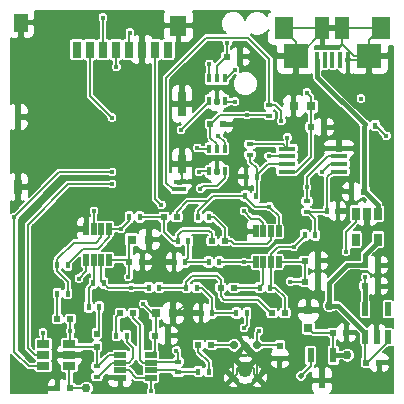
<source format=gbr>
G04 #@! TF.FileFunction,Copper,L1,Top,Signal*
%FSLAX46Y46*%
G04 Gerber Fmt 4.6, Leading zero omitted, Abs format (unit mm)*
G04 Created by KiCad (PCBNEW 4.0.0-stable) date Thursday, June 23, 2016 'AMt' 11:02:30 AM*
%MOMM*%
G01*
G04 APERTURE LIST*
%ADD10C,0.100000*%
%ADD11R,0.800000X1.400000*%
%ADD12R,1.350000X1.800000*%
%ADD13R,1.160000X1.500000*%
%ADD14R,0.650000X2.140000*%
%ADD15R,0.600000X1.150000*%
%ADD16R,0.650000X1.600000*%
%ADD17R,0.650000X1.300000*%
%ADD18R,1.100000X0.450000*%
%ADD19R,1.150000X0.450000*%
%ADD20R,0.600000X0.500000*%
%ADD21R,0.400000X0.600000*%
%ADD22R,0.600000X0.400000*%
%ADD23R,0.500000X0.600000*%
%ADD24R,0.800000X0.750000*%
%ADD25R,0.750000X0.800000*%
%ADD26R,0.990000X0.480000*%
%ADD27R,0.480000X0.990000*%
%ADD28R,1.450000X0.450000*%
%ADD29R,0.600000X1.250000*%
%ADD30R,1.060000X0.650000*%
%ADD31C,0.723000*%
%ADD32C,0.562000*%
%ADD33C,0.512000*%
%ADD34C,1.224000*%
%ADD35R,0.650000X1.060000*%
%ADD36R,0.398780X0.749300*%
%ADD37R,0.400000X1.350000*%
%ADD38R,2.100000X2.000000*%
%ADD39R,1.600000X1.900000*%
%ADD40R,1.200000X1.900000*%
%ADD41R,0.500000X1.200000*%
%ADD42C,0.406400*%
%ADD43C,0.762000*%
%ADD44C,0.508000*%
%ADD45C,0.203200*%
%ADD46C,0.250000*%
%ADD47C,0.381000*%
G04 APERTURE END LIST*
D10*
D11*
X100370000Y-142429000D03*
X99270000Y-142429000D03*
X98170000Y-142429000D03*
X97070000Y-142429000D03*
X95970000Y-142429000D03*
X94870000Y-142429000D03*
X93770000Y-142429000D03*
X92670000Y-142429000D03*
D12*
X101260000Y-140379000D03*
D13*
X87940000Y-140129000D03*
D14*
X101585000Y-147009000D03*
D15*
X87660000Y-148104000D03*
D16*
X101585000Y-152089000D03*
D17*
X87685000Y-154029000D03*
D18*
X101360000Y-153594000D03*
D19*
X101335000Y-154254000D03*
D20*
X117009000Y-154432000D03*
X115909000Y-154432000D03*
D21*
X93657000Y-164211000D03*
X94557000Y-164211000D03*
D22*
X94361000Y-170122000D03*
X94361000Y-169222000D03*
D23*
X94361000Y-167555000D03*
X94361000Y-166455000D03*
D20*
X96351000Y-164719000D03*
X97451000Y-164719000D03*
X91017000Y-165227000D03*
X92117000Y-165227000D03*
X100034000Y-156591000D03*
X101134000Y-156591000D03*
X105198000Y-158623000D03*
X104098000Y-158623000D03*
D24*
X99326000Y-164719000D03*
X100826000Y-164719000D03*
X97294000Y-158496000D03*
X98794000Y-158496000D03*
D20*
X111972000Y-160274000D03*
X113072000Y-160274000D03*
X99272000Y-166624000D03*
X100372000Y-166624000D03*
X97113000Y-160401000D03*
X98213000Y-160401000D03*
X111972000Y-162052000D03*
X113072000Y-162052000D03*
X104860000Y-162560000D03*
X105960000Y-162560000D03*
X110278000Y-164719000D03*
X109178000Y-164719000D03*
X104055000Y-167386000D03*
X102955000Y-167386000D03*
X112480000Y-148971000D03*
X113580000Y-148971000D03*
D24*
X112510000Y-147193000D03*
X111010000Y-147193000D03*
D25*
X112268000Y-165977000D03*
X112268000Y-164477000D03*
D20*
X114385000Y-166370000D03*
X115485000Y-166370000D03*
D23*
X109855000Y-167471000D03*
X109855000Y-168571000D03*
D20*
X92117000Y-171069000D03*
X91017000Y-171069000D03*
D21*
X97086000Y-156591000D03*
X97986000Y-156591000D03*
X100896000Y-160401000D03*
X101796000Y-160401000D03*
X101208000Y-158623000D03*
X102108000Y-158623000D03*
X103817000Y-160401000D03*
X104717000Y-160401000D03*
X96001000Y-166624000D03*
X96901000Y-166624000D03*
X90990000Y-163068000D03*
X91890000Y-163068000D03*
X102928000Y-156591000D03*
X103828000Y-156591000D03*
X90990000Y-160655000D03*
X91890000Y-160655000D03*
D22*
X101219000Y-168841000D03*
X101219000Y-169741000D03*
D21*
X94938000Y-162179000D03*
X94038000Y-162179000D03*
X108135000Y-162560000D03*
X109035000Y-162560000D03*
X102928000Y-169672000D03*
X103828000Y-169672000D03*
X103182000Y-164719000D03*
X104082000Y-164719000D03*
X101912000Y-162560000D03*
X102812000Y-162560000D03*
X106172000Y-164719000D03*
X107072000Y-164719000D03*
X99637000Y-162560000D03*
X98737000Y-162560000D03*
X106934000Y-154813000D03*
X107834000Y-154813000D03*
X107892000Y-153162000D03*
X106992000Y-153162000D03*
D22*
X107315000Y-151326000D03*
X107315000Y-150426000D03*
X112141000Y-155252000D03*
X112141000Y-156152000D03*
D21*
X114750000Y-156083000D03*
X113850000Y-156083000D03*
X112845000Y-158115000D03*
X111945000Y-158115000D03*
D26*
X96343000Y-168260000D03*
X96343000Y-168910000D03*
X96343000Y-169560000D03*
X96343000Y-170210000D03*
X98933000Y-170210000D03*
X98933000Y-169560000D03*
X98933000Y-168910000D03*
X98933000Y-168260000D03*
D27*
X95392000Y-157607000D03*
X94742000Y-157607000D03*
X94092000Y-157607000D03*
X93442000Y-157607000D03*
X93442000Y-160197000D03*
X94092000Y-160197000D03*
X94742000Y-160197000D03*
X95392000Y-160197000D03*
X109758000Y-157811000D03*
X109108000Y-157811000D03*
X108458000Y-157811000D03*
X107808000Y-157811000D03*
X107808000Y-160401000D03*
X108458000Y-160401000D03*
X109108000Y-160401000D03*
X109758000Y-160401000D03*
D28*
X110449000Y-150790000D03*
X110449000Y-151440000D03*
X110449000Y-152090000D03*
X110449000Y-152740000D03*
X114849000Y-152740000D03*
X114849000Y-152090000D03*
X114849000Y-151440000D03*
X114849000Y-150790000D03*
D29*
X114361000Y-168284000D03*
X112461000Y-168284000D03*
X113411000Y-170434000D03*
D30*
X92032000Y-169225000D03*
X92032000Y-168275000D03*
X92032000Y-167325000D03*
X89832000Y-167325000D03*
X89832000Y-169225000D03*
X89832000Y-168275000D03*
D31*
X105969000Y-167443000D03*
D32*
X105920000Y-170180000D03*
X107950000Y-170180000D03*
D31*
X107901000Y-167443000D03*
D33*
X106935000Y-167443000D03*
D34*
X106935000Y-169546000D03*
D20*
X117179000Y-168910000D03*
X118279000Y-168910000D03*
X117052000Y-162433000D03*
X118152000Y-162433000D03*
X117052000Y-160655000D03*
X118152000Y-160655000D03*
D21*
X117925000Y-148844000D03*
X117025000Y-148844000D03*
D35*
X118171000Y-156296000D03*
X117221000Y-156296000D03*
X116271000Y-156296000D03*
X116271000Y-158496000D03*
X118171000Y-158496000D03*
D20*
X103971000Y-148717000D03*
X105071000Y-148717000D03*
X105368000Y-143002000D03*
X106468000Y-143002000D03*
D36*
X103870760Y-152714960D03*
X104521000Y-152714960D03*
X105171240Y-152714960D03*
X105171240Y-150815040D03*
X104521000Y-150815040D03*
X103870760Y-150815040D03*
X103870760Y-146745960D03*
X104521000Y-146745960D03*
X105171240Y-146745960D03*
X105171240Y-144846040D03*
X104521000Y-144846040D03*
X103870760Y-144846040D03*
D37*
X113000000Y-143256000D03*
X113650000Y-143256000D03*
X114300000Y-143256000D03*
X114950000Y-143256000D03*
X115600000Y-143256000D03*
D38*
X111200000Y-142931000D03*
X117400000Y-142931000D03*
D39*
X118400000Y-140581000D03*
D40*
X115150000Y-140581000D03*
X113450000Y-140581000D03*
D39*
X110200000Y-140581000D03*
D22*
X108966000Y-148024000D03*
X108966000Y-147124000D03*
D41*
X117094000Y-166751000D03*
X118044000Y-166751000D03*
X118994000Y-166751000D03*
X118994000Y-164401000D03*
X117094000Y-164401000D03*
D42*
X92117000Y-166243000D03*
X108966000Y-155702000D03*
D43*
X93472000Y-171069000D03*
D42*
X110744000Y-162052000D03*
X96012000Y-143891000D03*
X116713000Y-146558000D03*
X107061000Y-147955000D03*
X112141000Y-146050000D03*
X105410000Y-141859000D03*
X117094000Y-161671000D03*
X108077000Y-166243000D03*
D43*
X115570000Y-168275000D03*
D42*
X98298000Y-163957000D03*
X97028000Y-161671000D03*
X102108000Y-168148000D03*
X87884000Y-164211000D03*
X108331000Y-151257000D03*
X102362000Y-155702000D03*
X94742000Y-151765000D03*
X96520000Y-153289000D03*
X94615000Y-171196000D03*
X113157000Y-153924000D03*
X96774000Y-146939000D03*
X110490000Y-154432000D03*
X102997000Y-159512000D03*
X109220000Y-163576000D03*
X112268000Y-163195000D03*
X96901000Y-165608000D03*
X98679000Y-165735000D03*
X97663000Y-169164000D03*
X92583000Y-164084000D03*
X108839000Y-171069000D03*
X105029000Y-171069000D03*
D43*
X114681000Y-170307000D03*
D42*
X91948000Y-157607000D03*
X107569000Y-143510000D03*
X117475000Y-144780000D03*
X111125000Y-144780000D03*
X91313000Y-153543000D03*
X114808000Y-153797000D03*
X105410000Y-155829000D03*
X88519000Y-141986000D03*
X88773000Y-148717000D03*
X98171000Y-140335000D03*
X100203000Y-167640000D03*
X101981000Y-163830000D03*
X99568000Y-159639000D03*
X107061000Y-148717000D03*
X101600000Y-144907000D03*
X102616000Y-152019000D03*
X117983000Y-165354000D03*
X114935000Y-149860000D03*
X115443000Y-167386000D03*
X93345000Y-168529000D03*
X96393000Y-171196000D03*
X111029000Y-159131000D03*
X101092000Y-167894000D03*
X99822000Y-155575000D03*
X97155000Y-140970000D03*
X102870000Y-150749000D03*
X103886000Y-143637000D03*
X94869000Y-139700000D03*
X95631000Y-148189300D03*
X96393000Y-157607000D03*
X94107000Y-156083000D03*
X106807000Y-160401000D03*
X106807000Y-156083000D03*
X113411000Y-152781000D03*
X106807000Y-165989000D03*
X92837000Y-161798000D03*
X108895000Y-151440000D03*
D44*
X111633000Y-170053000D03*
D42*
X98933000Y-171323000D03*
X97282000Y-162560000D03*
X110490000Y-149860000D03*
X89789000Y-166370000D03*
X102997000Y-152781000D03*
X87376000Y-156591000D03*
X95631000Y-152781000D03*
X101473000Y-149225000D03*
X95631000Y-153797000D03*
X112141000Y-154051000D03*
D43*
X114046000Y-164084000D03*
D42*
X118872000Y-149733000D03*
X115443000Y-159512000D03*
X106045000Y-146812000D03*
X106045000Y-144145000D03*
X104648000Y-149733000D03*
X103124000Y-154178000D03*
X109982000Y-148463000D03*
D45*
X96001000Y-166624000D02*
X96001000Y-165069000D01*
X96001000Y-165069000D02*
X96351000Y-164719000D01*
X105969000Y-167443000D02*
X104112000Y-167443000D01*
X104112000Y-167443000D02*
X104055000Y-167386000D01*
D46*
X105912000Y-167386000D02*
X105969000Y-167443000D01*
D45*
X91017000Y-165227000D02*
X91017000Y-163095000D01*
X91017000Y-163095000D02*
X90990000Y-163068000D01*
X92117000Y-165227000D02*
X92117000Y-166243000D01*
X92117000Y-166243000D02*
X92117000Y-167240000D01*
X92117000Y-165227000D02*
X92117000Y-165269000D01*
X94361000Y-169222000D02*
X94461000Y-169222000D01*
X94361000Y-167555000D02*
X94361000Y-169222000D01*
X92117000Y-167240000D02*
X92032000Y-167325000D01*
X94361000Y-167555000D02*
X92262000Y-167555000D01*
X92262000Y-167555000D02*
X92032000Y-167325000D01*
X94461000Y-169222000D02*
X95423000Y-168260000D01*
X95423000Y-168260000D02*
X95644800Y-168260000D01*
X95644800Y-168260000D02*
X96343000Y-168260000D01*
X96270000Y-168333000D02*
X96343000Y-168260000D01*
X97986000Y-156591000D02*
X100034000Y-156591000D01*
X101208000Y-158623000D02*
X101208000Y-158119800D01*
X101208000Y-158119800D02*
X101593800Y-157734000D01*
X101593800Y-157734000D02*
X103886000Y-157734000D01*
X103886000Y-157734000D02*
X104098000Y-157946000D01*
X104098000Y-157946000D02*
X104098000Y-158623000D01*
X100034000Y-156591000D02*
X100034000Y-157852200D01*
X100034000Y-157852200D02*
X100804800Y-158623000D01*
X100804800Y-158623000D02*
X101208000Y-158623000D01*
X104202800Y-154813000D02*
X103759000Y-155256800D01*
X103759000Y-155256800D02*
X102928000Y-156087800D01*
X101134000Y-156591000D02*
X101134000Y-156137800D01*
X101134000Y-156137800D02*
X102027001Y-155244799D01*
X102027001Y-155244799D02*
X103746999Y-155244799D01*
X103746999Y-155244799D02*
X103759000Y-155256800D01*
X108966000Y-155702000D02*
X109758000Y-156494000D01*
X109758000Y-156494000D02*
X109758000Y-157112800D01*
X109758000Y-157112800D02*
X109758000Y-157811000D01*
X106934000Y-154813000D02*
X106934000Y-154913000D01*
X106934000Y-154913000D02*
X107723000Y-155702000D01*
X107723000Y-155702000D02*
X108966000Y-155702000D01*
X106934000Y-154813000D02*
X104202800Y-154813000D01*
X102928000Y-156087800D02*
X102928000Y-156591000D01*
X105955200Y-158877000D02*
X108740200Y-158877000D01*
X108740200Y-158877000D02*
X109108000Y-158509200D01*
X109108000Y-158509200D02*
X109108000Y-157811000D01*
X105198000Y-158623000D02*
X105701200Y-158623000D01*
X105701200Y-158623000D02*
X105955200Y-158877000D01*
X103828000Y-156591000D02*
X104231200Y-156591000D01*
X105198000Y-157557800D02*
X105198000Y-158169800D01*
X104231200Y-156591000D02*
X105198000Y-157557800D01*
X105198000Y-158169800D02*
X105198000Y-158623000D01*
X92117000Y-171069000D02*
X93472000Y-171069000D01*
X99326000Y-164719000D02*
X99060000Y-164719000D01*
X99060000Y-164719000D02*
X98298000Y-163957000D01*
X111972000Y-162052000D02*
X110744000Y-162052000D01*
X95970000Y-142429000D02*
X95970000Y-143849000D01*
X95970000Y-143849000D02*
X96012000Y-143891000D01*
X107061000Y-147955000D02*
X108897000Y-147955000D01*
X108897000Y-147955000D02*
X108966000Y-148024000D01*
X103971000Y-148717000D02*
X104021000Y-148717000D01*
X104021000Y-148717000D02*
X104783000Y-147955000D01*
X104783000Y-147955000D02*
X107061000Y-147955000D01*
X103971000Y-148717000D02*
X103971000Y-149884038D01*
X103971000Y-149884038D02*
X104521000Y-150434038D01*
X104521000Y-150434038D02*
X104521000Y-150815040D01*
X112510000Y-147193000D02*
X112510000Y-146419000D01*
X112510000Y-146419000D02*
X112141000Y-146050000D01*
X104563000Y-150773040D02*
X104521000Y-150815040D01*
X105368000Y-143002000D02*
X105368000Y-141901000D01*
X105368000Y-141901000D02*
X105410000Y-141859000D01*
X104521000Y-144846040D02*
X104521000Y-143799000D01*
X104521000Y-143799000D02*
X105318000Y-143002000D01*
X105318000Y-143002000D02*
X105368000Y-143002000D01*
X112480000Y-148971000D02*
X112480000Y-147223000D01*
X112480000Y-147223000D02*
X112510000Y-147193000D01*
X117052000Y-162433000D02*
X117052000Y-161713000D01*
X117052000Y-161713000D02*
X117094000Y-161671000D01*
X117094000Y-164401000D02*
X117094000Y-164592000D01*
X107901000Y-167443000D02*
X107901000Y-166419000D01*
X107901000Y-166419000D02*
X108077000Y-166243000D01*
D47*
X114361000Y-168284000D02*
X115561000Y-168284000D01*
D45*
X115561000Y-168284000D02*
X115570000Y-168275000D01*
X111972000Y-160274000D02*
X111972000Y-162052000D01*
X109758000Y-160401000D02*
X111845000Y-160401000D01*
X111845000Y-160401000D02*
X111972000Y-160274000D01*
X99326000Y-164719000D02*
X99187000Y-164719000D01*
X97113000Y-160401000D02*
X97113000Y-161586000D01*
X97113000Y-161586000D02*
X97028000Y-161671000D01*
X114385000Y-166370000D02*
X112661000Y-166370000D01*
X112661000Y-166370000D02*
X112268000Y-165977000D01*
X114361000Y-168284000D02*
X114361000Y-166394000D01*
X114361000Y-166394000D02*
X114385000Y-166370000D01*
D47*
X117052000Y-162433000D02*
X117052000Y-164359000D01*
D45*
X117052000Y-164359000D02*
X117094000Y-164401000D01*
X92032000Y-169225000D02*
X92263000Y-169225000D01*
X92117000Y-171069000D02*
X92329000Y-171069000D01*
X92032000Y-169225000D02*
X92032000Y-170984000D01*
X92032000Y-170984000D02*
X92117000Y-171069000D01*
X92421000Y-169222000D02*
X92413000Y-169230000D01*
X91827000Y-169225000D02*
X92032000Y-169225000D01*
X112280000Y-165989000D02*
X112268000Y-165977000D01*
X97113000Y-160401000D02*
X97113000Y-158677000D01*
X97113000Y-158677000D02*
X97294000Y-158496000D01*
X95392000Y-160197000D02*
X96909000Y-160197000D01*
X96909000Y-160197000D02*
X97113000Y-160401000D01*
X112534000Y-148917000D02*
X112480000Y-148971000D01*
X110449000Y-152740000D02*
X111206202Y-152740000D01*
X111206202Y-152740000D02*
X112480000Y-151466202D01*
X112480000Y-151466202D02*
X112480000Y-149424200D01*
X112480000Y-149424200D02*
X112480000Y-148971000D01*
X107901000Y-167443000D02*
X109827000Y-167443000D01*
X109827000Y-167443000D02*
X109855000Y-167471000D01*
X99326000Y-164719000D02*
X99326000Y-166570000D01*
X99326000Y-166570000D02*
X99272000Y-166624000D01*
X99272000Y-166624000D02*
X99272000Y-167921000D01*
X99272000Y-167921000D02*
X98933000Y-168260000D01*
X98891000Y-168218000D02*
X98933000Y-168260000D01*
X117400000Y-142931000D02*
X116146800Y-142931000D01*
X116146800Y-142931000D02*
X115150000Y-141934200D01*
X115150000Y-141934200D02*
X115150000Y-141734200D01*
X115150000Y-141734200D02*
X115150000Y-140581000D01*
X111200000Y-142931000D02*
X111450000Y-142931000D01*
X111450000Y-142931000D02*
X113450000Y-140931000D01*
X113450000Y-140931000D02*
X113450000Y-140581000D01*
X98170000Y-142429000D02*
X98170000Y-145543000D01*
X98170000Y-145543000D02*
X96774000Y-146939000D01*
X112268000Y-164477000D02*
X112268000Y-163195000D01*
X107950000Y-170180000D02*
X108839000Y-171069000D01*
X105920000Y-170180000D02*
X105918000Y-170180000D01*
X105918000Y-170180000D02*
X105029000Y-171069000D01*
X101585000Y-152089000D02*
X101585000Y-153369000D01*
X101585000Y-153369000D02*
X101360000Y-153594000D01*
X93442000Y-157607000D02*
X91948000Y-157607000D01*
X106468000Y-143002000D02*
X107061000Y-143002000D01*
X107061000Y-143002000D02*
X107569000Y-143510000D01*
X105410000Y-155829000D02*
X105410000Y-156116368D01*
X105410000Y-156116368D02*
X107104632Y-157811000D01*
X107104632Y-157811000D02*
X107364800Y-157811000D01*
X107364800Y-157811000D02*
X107808000Y-157811000D01*
X117400000Y-142931000D02*
X117400000Y-144705000D01*
X117400000Y-144705000D02*
X117475000Y-144780000D01*
X111200000Y-142931000D02*
X111200000Y-144705000D01*
X111200000Y-144705000D02*
X111125000Y-144780000D01*
X115909000Y-154432000D02*
X115443000Y-154432000D01*
X115443000Y-154432000D02*
X114808000Y-153797000D01*
X118279000Y-168910000D02*
X118229000Y-168910000D01*
X107808000Y-157811000D02*
X107808000Y-157556000D01*
X107808000Y-157811000D02*
X107808000Y-157592000D01*
X87940000Y-140129000D02*
X87940000Y-141407000D01*
X87940000Y-141407000D02*
X88519000Y-141986000D01*
X87660000Y-148104000D02*
X88160000Y-148104000D01*
X88160000Y-148104000D02*
X88773000Y-148717000D01*
X98170000Y-142429000D02*
X98170000Y-140336000D01*
X98170000Y-140336000D02*
X98171000Y-140335000D01*
X106992000Y-153162000D02*
X106992000Y-153262000D01*
X100372000Y-166624000D02*
X100372000Y-167471000D01*
X100372000Y-167471000D02*
X100203000Y-167640000D01*
X100826000Y-164719000D02*
X101092000Y-164719000D01*
X101092000Y-164719000D02*
X101981000Y-163830000D01*
X98213000Y-160401000D02*
X98806000Y-160401000D01*
X98806000Y-160401000D02*
X99568000Y-159639000D01*
X117400000Y-142931000D02*
X117400000Y-141581000D01*
X117400000Y-141581000D02*
X118400000Y-140581000D01*
X111200000Y-142931000D02*
X111200000Y-141727800D01*
X111200000Y-141727800D02*
X110200000Y-140727800D01*
X110200000Y-140727800D02*
X110200000Y-140581000D01*
X115600000Y-143256000D02*
X117075000Y-143256000D01*
X117075000Y-143256000D02*
X117400000Y-142931000D01*
X115150000Y-140581000D02*
X118400000Y-140581000D01*
X113450000Y-140581000D02*
X110200000Y-140581000D01*
X105071000Y-148717000D02*
X107061000Y-148717000D01*
X101585000Y-147009000D02*
X101585000Y-144922000D01*
X101585000Y-144922000D02*
X101600000Y-144907000D01*
X101585000Y-152089000D02*
X102546000Y-152089000D01*
X102546000Y-152089000D02*
X102616000Y-152019000D01*
X118044000Y-166751000D02*
X118044000Y-165415000D01*
X118044000Y-165415000D02*
X117983000Y-165354000D01*
X107950000Y-170180000D02*
X107669001Y-169899001D01*
X107669001Y-169899001D02*
X107669001Y-169452679D01*
X107669001Y-169452679D02*
X107203321Y-168986999D01*
X107203321Y-168986999D02*
X106666679Y-168986999D01*
X106666679Y-168986999D02*
X106200999Y-169452679D01*
X106200999Y-169452679D02*
X106200999Y-169899001D01*
X106200999Y-169899001D02*
X105920000Y-170180000D01*
X106935000Y-167443000D02*
X106935000Y-167805038D01*
X106935000Y-167805038D02*
X107950000Y-168820038D01*
X107950000Y-169782606D02*
X107950000Y-170180000D01*
X107950000Y-168820038D02*
X107950000Y-169782606D01*
X106935000Y-167443000D02*
X105920000Y-168458000D01*
X105920000Y-168458000D02*
X105920000Y-170180000D01*
X114849000Y-150790000D02*
X114849000Y-149946000D01*
X114849000Y-149946000D02*
X114935000Y-149860000D01*
X115485000Y-166370000D02*
X115485000Y-167344000D01*
X115485000Y-167344000D02*
X115443000Y-167386000D01*
X92032000Y-168275000D02*
X93091000Y-168275000D01*
X93091000Y-168275000D02*
X93345000Y-168529000D01*
X96343000Y-170210000D02*
X96343000Y-171146000D01*
X96343000Y-171146000D02*
X96393000Y-171196000D01*
X109178000Y-164719000D02*
X109128000Y-164719000D01*
X109128000Y-164719000D02*
X107985000Y-163576000D01*
X107985000Y-163576000D02*
X105156000Y-163576000D01*
X105156000Y-163576000D02*
X104860000Y-163280000D01*
X104860000Y-163280000D02*
X104860000Y-162560000D01*
X101912000Y-162560000D02*
X101912000Y-162056800D01*
X101912000Y-162056800D02*
X102424800Y-161544000D01*
X102424800Y-161544000D02*
X104521000Y-161544000D01*
X104521000Y-161544000D02*
X104860000Y-161883000D01*
X104860000Y-161883000D02*
X104860000Y-162560000D01*
X99637000Y-162560000D02*
X101912000Y-162560000D01*
X108458000Y-160401000D02*
X108458000Y-162237000D01*
X108458000Y-162237000D02*
X108135000Y-162560000D01*
X105960000Y-162560000D02*
X108135000Y-162560000D01*
X109108000Y-160401000D02*
X109108000Y-159702800D01*
X109108000Y-159702800D02*
X109679800Y-159131000D01*
X109679800Y-159131000D02*
X111029000Y-159131000D01*
X111945000Y-158215000D02*
X111945000Y-158115000D01*
X111029000Y-159131000D02*
X111945000Y-158215000D01*
X109108000Y-160401000D02*
X109108000Y-162487000D01*
X109108000Y-162487000D02*
X109035000Y-162560000D01*
X109035000Y-162560000D02*
X109438200Y-162560000D01*
X109438200Y-162560000D02*
X110278000Y-163399800D01*
X110278000Y-163399800D02*
X110278000Y-164265800D01*
X110278000Y-164265800D02*
X110278000Y-164719000D01*
X101219000Y-168841000D02*
X101219000Y-168021000D01*
X101219000Y-168021000D02*
X101092000Y-167894000D01*
X97451000Y-164719000D02*
X97451000Y-165172200D01*
X97451000Y-165172200D02*
X98044000Y-165765200D01*
X98044000Y-165765200D02*
X98044000Y-168719200D01*
X98933000Y-168910000D02*
X98234800Y-168910000D01*
X98234800Y-168910000D02*
X98044000Y-168719200D01*
X101219000Y-168841000D02*
X99002000Y-168841000D01*
X99002000Y-168841000D02*
X98933000Y-168910000D01*
X102955000Y-167979000D02*
X103828000Y-168852000D01*
X103828000Y-168852000D02*
X103828000Y-169672000D01*
X102955000Y-167386000D02*
X102955000Y-167979000D01*
X94557000Y-166259000D02*
X94361000Y-166455000D01*
X94557000Y-164211000D02*
X94557000Y-166259000D01*
X99822000Y-155575000D02*
X99270000Y-155023000D01*
X99270000Y-142429000D02*
X99270000Y-155023000D01*
X97070000Y-142429000D02*
X97070000Y-141055000D01*
X97070000Y-141055000D02*
X97155000Y-140970000D01*
X103870760Y-150815040D02*
X102936040Y-150815040D01*
X102936040Y-150815040D02*
X102870000Y-150749000D01*
X103870760Y-144846040D02*
X103870760Y-143652240D01*
X103870760Y-143652240D02*
X103886000Y-143637000D01*
X94870000Y-142429000D02*
X94870000Y-139701000D01*
X94870000Y-139701000D02*
X94869000Y-139700000D01*
X93770000Y-142429000D02*
X93770000Y-146328300D01*
X93770000Y-146328300D02*
X95631000Y-148189300D01*
X93726000Y-142473000D02*
X93770000Y-142429000D01*
X97086000Y-156591000D02*
X97086000Y-156914000D01*
X97086000Y-156914000D02*
X96393000Y-157607000D01*
X95392000Y-157607000D02*
X96393000Y-157607000D01*
X91890000Y-160655000D02*
X91890000Y-160555000D01*
X97086000Y-156691000D02*
X97086000Y-156591000D01*
X93187000Y-159258000D02*
X94439200Y-159258000D01*
X94439200Y-159258000D02*
X95392000Y-158305200D01*
X95392000Y-158305200D02*
X95392000Y-157607000D01*
X91890000Y-160555000D02*
X93187000Y-159258000D01*
X101796000Y-160401000D02*
X103817000Y-160401000D01*
X102108000Y-158623000D02*
X102108000Y-160089000D01*
X102108000Y-160089000D02*
X101796000Y-160401000D01*
X94092000Y-157607000D02*
X94092000Y-156098000D01*
X94092000Y-156098000D02*
X94107000Y-156083000D01*
X107808000Y-160401000D02*
X106807000Y-160401000D01*
X104717000Y-160401000D02*
X106807000Y-160401000D01*
X106807000Y-156083000D02*
X107442000Y-156718000D01*
X108063200Y-156718000D02*
X108458000Y-157112800D01*
X107442000Y-156718000D02*
X108063200Y-156718000D01*
X108458000Y-157112800D02*
X108458000Y-157811000D01*
X114849000Y-152090000D02*
X114102000Y-152090000D01*
X114102000Y-152090000D02*
X113411000Y-152781000D01*
X107072000Y-164719000D02*
X107072000Y-165724000D01*
X107072000Y-165724000D02*
X106807000Y-165989000D01*
X96343000Y-169560000D02*
X97041200Y-169560000D01*
X97041200Y-169560000D02*
X97691200Y-170210000D01*
X97691200Y-170210000D02*
X98234800Y-170210000D01*
X98234800Y-170210000D02*
X98933000Y-170210000D01*
X93442000Y-160197000D02*
X93442000Y-161193000D01*
X93442000Y-161193000D02*
X92837000Y-161798000D01*
X110449000Y-151440000D02*
X108895000Y-151440000D01*
X112461000Y-168284000D02*
X112461000Y-169225000D01*
X112461000Y-169225000D02*
X111633000Y-170053000D01*
X98933000Y-170210000D02*
X98933000Y-171323000D01*
X94461000Y-170122000D02*
X95673000Y-168910000D01*
X94361000Y-170122000D02*
X94461000Y-170122000D01*
X95673000Y-168910000D02*
X96343000Y-168910000D01*
X96901000Y-166624000D02*
X96901000Y-167127200D01*
X96901000Y-167127200D02*
X97409000Y-167635200D01*
X97409000Y-167635200D02*
X97409000Y-168542200D01*
X96343000Y-168910000D02*
X97041200Y-168910000D01*
X97041200Y-168910000D02*
X97409000Y-168542200D01*
X91890000Y-162058200D02*
X91890000Y-163068000D01*
X90990000Y-160655000D02*
X90990000Y-161158200D01*
X90990000Y-161158200D02*
X91890000Y-162058200D01*
X92391800Y-158750000D02*
X94297200Y-158750000D01*
X94297200Y-158750000D02*
X94742000Y-158305200D01*
X94742000Y-158305200D02*
X94742000Y-157607000D01*
X90990000Y-160655000D02*
X90990000Y-160151800D01*
X90990000Y-160151800D02*
X92391800Y-158750000D01*
X98933000Y-169560000D02*
X101038000Y-169560000D01*
X101038000Y-169560000D02*
X101219000Y-169741000D01*
X102928000Y-169672000D02*
X101288000Y-169672000D01*
X101288000Y-169672000D02*
X101219000Y-169741000D01*
X95319000Y-162560000D02*
X97282000Y-162560000D01*
X98737000Y-162560000D02*
X97282000Y-162560000D01*
X94742000Y-161983000D02*
X94938000Y-162179000D01*
X95319000Y-162560000D02*
X94938000Y-162179000D01*
X94742000Y-160197000D02*
X94742000Y-161983000D01*
X93657000Y-162560000D02*
X94038000Y-162179000D01*
X94092000Y-162125000D02*
X94038000Y-162179000D01*
X93657000Y-164211000D02*
X93657000Y-162560000D01*
X94092000Y-160197000D02*
X94092000Y-162125000D01*
X105791000Y-164719000D02*
X106172000Y-164719000D01*
X104082000Y-164719000D02*
X105791000Y-164719000D01*
X104082000Y-164719000D02*
X104082000Y-163426800D01*
X104082000Y-163426800D02*
X103215200Y-162560000D01*
X103215200Y-162560000D02*
X102812000Y-162560000D01*
X107892000Y-153162000D02*
X107892000Y-154755000D01*
X107892000Y-154755000D02*
X107834000Y-154813000D01*
X107315000Y-151892000D02*
X107892000Y-152469000D01*
X107892000Y-152469000D02*
X107892000Y-153162000D01*
X107315000Y-151326000D02*
X107315000Y-151892000D01*
X107892000Y-153162000D02*
X107892000Y-153062000D01*
X107892000Y-153062000D02*
X108864000Y-152090000D01*
X108864000Y-152090000D02*
X109520800Y-152090000D01*
X109520800Y-152090000D02*
X110449000Y-152090000D01*
X107834000Y-153220000D02*
X107892000Y-153162000D01*
X110449000Y-150790000D02*
X110449000Y-149901000D01*
X110449000Y-149901000D02*
X110490000Y-149860000D01*
X107315000Y-150426000D02*
X110085000Y-150426000D01*
X110085000Y-150426000D02*
X110449000Y-150790000D01*
X113850000Y-156083000D02*
X113850000Y-153239000D01*
X113850000Y-153239000D02*
X114349000Y-152740000D01*
X114349000Y-152740000D02*
X114849000Y-152740000D01*
X112141000Y-156152000D02*
X113781000Y-156152000D01*
X113781000Y-156152000D02*
X113850000Y-156083000D01*
X112845000Y-158115000D02*
X112845000Y-156756000D01*
X112241000Y-156152000D02*
X112141000Y-156152000D01*
X112845000Y-156756000D02*
X112241000Y-156152000D01*
X89832000Y-167325000D02*
X89832000Y-166413000D01*
X89832000Y-166413000D02*
X89789000Y-166370000D01*
X103870760Y-152714960D02*
X103063040Y-152714960D01*
X103063040Y-152714960D02*
X102997000Y-152781000D01*
X103886000Y-152730200D02*
X103870760Y-152714960D01*
X88580000Y-169225000D02*
X87376000Y-168021000D01*
X87376000Y-167132000D02*
X87376000Y-156591000D01*
X87376000Y-156591000D02*
X91186000Y-152781000D01*
X91186000Y-152781000D02*
X95631000Y-152781000D01*
X87376000Y-168021000D02*
X87376000Y-167132000D01*
X89832000Y-169225000D02*
X88585000Y-169225000D01*
X88585000Y-169225000D02*
X88580000Y-169225000D01*
X91948000Y-153797000D02*
X92837000Y-153797000D01*
X88519000Y-167695200D02*
X88519000Y-157226000D01*
X88519000Y-157226000D02*
X91948000Y-153797000D01*
X89832000Y-168275000D02*
X89098800Y-168275000D01*
X89098800Y-168275000D02*
X88519000Y-167695200D01*
X92837000Y-153797000D02*
X95631000Y-153797000D01*
X101473000Y-149225000D02*
X103870760Y-146827240D01*
X103870760Y-146827240D02*
X103870760Y-146745960D01*
X112141000Y-153219800D02*
X112141000Y-154051000D01*
X112141000Y-155252000D02*
X112141000Y-154051000D01*
X113920800Y-151440000D02*
X114849000Y-151440000D01*
X112141000Y-153219800D02*
X113920800Y-151440000D01*
D47*
X114046000Y-162179000D02*
X114046000Y-164084000D01*
X115570000Y-160655000D02*
X114046000Y-162179000D01*
X117052000Y-160655000D02*
X115570000Y-160655000D01*
X117052000Y-160655000D02*
X117052000Y-159820000D01*
X117052000Y-159820000D02*
X118171000Y-158701000D01*
D45*
X118171000Y-158701000D02*
X118171000Y-158496000D01*
X117094000Y-166751000D02*
X117094000Y-166401000D01*
D47*
X117094000Y-166401000D02*
X114777000Y-164084000D01*
X114777000Y-164084000D02*
X114584815Y-164084000D01*
X114584815Y-164084000D02*
X114046000Y-164084000D01*
D45*
X118994000Y-166751000D02*
X118994000Y-167145000D01*
X118994000Y-167145000D02*
X117229000Y-168910000D01*
X117229000Y-168910000D02*
X117179000Y-168910000D01*
X117094000Y-166751000D02*
X117094000Y-168825000D01*
X117094000Y-168825000D02*
X117179000Y-168910000D01*
D47*
X118171000Y-156296000D02*
X118171000Y-155544000D01*
X118171000Y-155544000D02*
X117059000Y-154432000D01*
D45*
X117059000Y-154432000D02*
X117009000Y-154432000D01*
X117025000Y-148844000D02*
X117025000Y-148744000D01*
D47*
X117025000Y-148744000D02*
X113000000Y-144719000D01*
X113000000Y-144719000D02*
X113000000Y-144134200D01*
X113000000Y-144134200D02*
X113000000Y-143256000D01*
X117009000Y-154432000D02*
X117009000Y-148929000D01*
D45*
X117925000Y-148844000D02*
X117983000Y-148844000D01*
X117983000Y-148844000D02*
X118872000Y-149733000D01*
X116271000Y-156296000D02*
X116271000Y-157029200D01*
X116271000Y-157029200D02*
X115443000Y-157857200D01*
X115443000Y-157857200D02*
X115443000Y-159512000D01*
X106045000Y-146812000D02*
X105237280Y-146812000D01*
X105237280Y-146812000D02*
X105171240Y-146745960D01*
X105171240Y-144846040D02*
X105343960Y-144846040D01*
X105343960Y-144846040D02*
X106045000Y-144145000D01*
X105171240Y-150815040D02*
X105171240Y-150256240D01*
X105171240Y-150256240D02*
X104648000Y-149733000D01*
X103124000Y-154178000D02*
X103327199Y-153974801D01*
X103327199Y-153974801D02*
X104489249Y-153974801D01*
X104489249Y-153974801D02*
X105171240Y-153292810D01*
X105171240Y-153292810D02*
X105171240Y-152714960D01*
X109982000Y-147636800D02*
X109982000Y-148463000D01*
X108966000Y-147124000D02*
X109469200Y-147124000D01*
X109469200Y-147124000D02*
X109982000Y-147636800D01*
X108966000Y-147124000D02*
X108966000Y-143204202D01*
X107163597Y-141401799D02*
X103581201Y-141401799D01*
X108966000Y-143204202D02*
X107163597Y-141401799D01*
X103581201Y-141401799D02*
X100203000Y-144780000D01*
X100203000Y-144780000D02*
X100203000Y-153669202D01*
X100203000Y-153669202D02*
X100787798Y-154254000D01*
X100787798Y-154254000D02*
X101335000Y-154254000D01*
G36*
X99975400Y-139357743D02*
X99975400Y-140074200D01*
X100127800Y-140226600D01*
X101107600Y-140226600D01*
X101107600Y-140206600D01*
X101412400Y-140206600D01*
X101412400Y-140226600D01*
X102392200Y-140226600D01*
X102544600Y-140074200D01*
X102544600Y-139357743D01*
X102454408Y-139140000D01*
X108967790Y-139140000D01*
X108977928Y-139190967D01*
X108883206Y-139285689D01*
X108790400Y-139509743D01*
X108790400Y-139594047D01*
X108511823Y-139314983D01*
X108124573Y-139154183D01*
X107705266Y-139153818D01*
X107317737Y-139313941D01*
X107020983Y-139610177D01*
X106913935Y-139867978D01*
X106808059Y-139611737D01*
X106511823Y-139314983D01*
X106124573Y-139154183D01*
X105705266Y-139153818D01*
X105317737Y-139313941D01*
X105020983Y-139610177D01*
X104860183Y-139997427D01*
X104859818Y-140416734D01*
X105019941Y-140804263D01*
X105261455Y-141046199D01*
X103581201Y-141046199D01*
X103445119Y-141073267D01*
X103329754Y-141150352D01*
X99951553Y-144528553D01*
X99874468Y-144643917D01*
X99874468Y-144643918D01*
X99847400Y-144780000D01*
X99847400Y-153669202D01*
X99874468Y-153805285D01*
X99951553Y-153920649D01*
X100501024Y-154470120D01*
X100501024Y-154479000D01*
X100518735Y-154573127D01*
X100574364Y-154659576D01*
X100659244Y-154717572D01*
X100760000Y-154737976D01*
X101910000Y-154737976D01*
X102004127Y-154720265D01*
X102090576Y-154664636D01*
X102148572Y-154579756D01*
X102168976Y-154479000D01*
X102168976Y-154371555D01*
X102255311Y-154335794D01*
X102426794Y-154164311D01*
X102519600Y-153940257D01*
X102519600Y-153858900D01*
X102367200Y-153706500D01*
X101512400Y-153706500D01*
X101512400Y-153766400D01*
X101207600Y-153766400D01*
X101207600Y-153706500D01*
X101187600Y-153706500D01*
X101187600Y-153498600D01*
X101280200Y-153498600D01*
X101357200Y-153421600D01*
X101512400Y-153421600D01*
X101512400Y-153481500D01*
X101872700Y-153481500D01*
X101889800Y-153498600D01*
X102031257Y-153498600D01*
X102072540Y-153481500D01*
X102367200Y-153481500D01*
X102519600Y-153329100D01*
X102519600Y-153247743D01*
X102470415Y-153129000D01*
X102519600Y-153010257D01*
X102519600Y-152871544D01*
X102539721Y-152871544D01*
X102609179Y-153039645D01*
X102737679Y-153168369D01*
X102905658Y-153238120D01*
X103087544Y-153238279D01*
X103255645Y-153168821D01*
X103354077Y-153070560D01*
X103412394Y-153070560D01*
X103412394Y-153089610D01*
X103430105Y-153183737D01*
X103485734Y-153270186D01*
X103570614Y-153328182D01*
X103671370Y-153348586D01*
X103769055Y-153348586D01*
X103804816Y-153434921D01*
X103976299Y-153606404D01*
X104007194Y-153619201D01*
X103327199Y-153619201D01*
X103191116Y-153646269D01*
X103079632Y-153720761D01*
X103033456Y-153720721D01*
X102865355Y-153790179D01*
X102736631Y-153918679D01*
X102666880Y-154086658D01*
X102666721Y-154268544D01*
X102736179Y-154436645D01*
X102864679Y-154565369D01*
X103032658Y-154635120D01*
X103214544Y-154635279D01*
X103382645Y-154565821D01*
X103511369Y-154437321D01*
X103555766Y-154330401D01*
X104489249Y-154330401D01*
X104625332Y-154303333D01*
X104740696Y-154226248D01*
X105422687Y-153544257D01*
X105476046Y-153464400D01*
X106182400Y-153464400D01*
X106182400Y-153583257D01*
X106275206Y-153807311D01*
X106446689Y-153978794D01*
X106670743Y-154071600D01*
X106739600Y-154071600D01*
X106892000Y-153919200D01*
X106892000Y-153312000D01*
X106334800Y-153312000D01*
X106182400Y-153464400D01*
X105476046Y-153464400D01*
X105499772Y-153428893D01*
X105526840Y-153292810D01*
X105526840Y-153290925D01*
X105551206Y-153275246D01*
X105609202Y-153190366D01*
X105629606Y-153089610D01*
X105629606Y-152740743D01*
X106182400Y-152740743D01*
X106182400Y-152859600D01*
X106334800Y-153012000D01*
X106892000Y-153012000D01*
X106892000Y-152404800D01*
X106739600Y-152252400D01*
X106670743Y-152252400D01*
X106446689Y-152345206D01*
X106275206Y-152516689D01*
X106182400Y-152740743D01*
X105629606Y-152740743D01*
X105629606Y-152340310D01*
X105611895Y-152246183D01*
X105556266Y-152159734D01*
X105471386Y-152101738D01*
X105370630Y-152081334D01*
X105272945Y-152081334D01*
X105237184Y-151994999D01*
X105065701Y-151823516D01*
X104841647Y-151730710D01*
X104773095Y-151730710D01*
X104620695Y-151883110D01*
X104620695Y-152562560D01*
X104693400Y-152562560D01*
X104693400Y-152867360D01*
X104620695Y-152867360D01*
X104620695Y-152887360D01*
X104421305Y-152887360D01*
X104421305Y-152867360D01*
X104348600Y-152867360D01*
X104348600Y-152562560D01*
X104421305Y-152562560D01*
X104421305Y-151883110D01*
X104268905Y-151730710D01*
X104200353Y-151730710D01*
X103976299Y-151823516D01*
X103804816Y-151994999D01*
X103769055Y-152081334D01*
X103671370Y-152081334D01*
X103577243Y-152099045D01*
X103490794Y-152154674D01*
X103432798Y-152239554D01*
X103412394Y-152340310D01*
X103412394Y-152359360D01*
X103173787Y-152359360D01*
X103088342Y-152323880D01*
X102906456Y-152323721D01*
X102738355Y-152393179D01*
X102609631Y-152521679D01*
X102539880Y-152689658D01*
X102539721Y-152871544D01*
X102519600Y-152871544D01*
X102519600Y-152393800D01*
X102367200Y-152241400D01*
X101737400Y-152241400D01*
X101737400Y-152759400D01*
X101664800Y-152759400D01*
X101512402Y-152911798D01*
X101512402Y-152759400D01*
X101432600Y-152759400D01*
X101432600Y-152241400D01*
X100802800Y-152241400D01*
X100650400Y-152393800D01*
X100650400Y-152775282D01*
X100558600Y-152813307D01*
X100558600Y-151167743D01*
X100650400Y-151167743D01*
X100650400Y-151784200D01*
X100802800Y-151936600D01*
X101432600Y-151936600D01*
X101432600Y-150831800D01*
X101737400Y-150831800D01*
X101737400Y-151936600D01*
X102367200Y-151936600D01*
X102519600Y-151784200D01*
X102519600Y-151167743D01*
X102426794Y-150943689D01*
X102255311Y-150772206D01*
X102031257Y-150679400D01*
X101889800Y-150679400D01*
X101737400Y-150831800D01*
X101432600Y-150831800D01*
X101280200Y-150679400D01*
X101138743Y-150679400D01*
X100914689Y-150772206D01*
X100743206Y-150943689D01*
X100650400Y-151167743D01*
X100558600Y-151167743D01*
X100558600Y-145817743D01*
X100650400Y-145817743D01*
X100650400Y-146704200D01*
X100802800Y-146856600D01*
X101432600Y-146856600D01*
X101432600Y-145481800D01*
X101737400Y-145481800D01*
X101737400Y-146856600D01*
X102367200Y-146856600D01*
X102519600Y-146704200D01*
X102519600Y-145817743D01*
X102426794Y-145593689D01*
X102255311Y-145422206D01*
X102031257Y-145329400D01*
X101889800Y-145329400D01*
X101737400Y-145481800D01*
X101432600Y-145481800D01*
X101280200Y-145329400D01*
X101138743Y-145329400D01*
X100914689Y-145422206D01*
X100743206Y-145593689D01*
X100650400Y-145817743D01*
X100558600Y-145817743D01*
X100558600Y-144927294D01*
X103728495Y-141757399D01*
X104957140Y-141757399D01*
X104952880Y-141767658D01*
X104952721Y-141949544D01*
X105012400Y-142093978D01*
X105012400Y-142503486D01*
X104973873Y-142510735D01*
X104887424Y-142566364D01*
X104829428Y-142651244D01*
X104809024Y-142752000D01*
X104809024Y-143008082D01*
X104322044Y-143495062D01*
X104273821Y-143378355D01*
X104145321Y-143249631D01*
X103977342Y-143179880D01*
X103795456Y-143179721D01*
X103627355Y-143249179D01*
X103498631Y-143377679D01*
X103428880Y-143545658D01*
X103428721Y-143727544D01*
X103498179Y-143895645D01*
X103515160Y-143912656D01*
X103515160Y-144270075D01*
X103490794Y-144285754D01*
X103432798Y-144370634D01*
X103412394Y-144471390D01*
X103412394Y-145220690D01*
X103430105Y-145314817D01*
X103485734Y-145401266D01*
X103570614Y-145459262D01*
X103671370Y-145479666D01*
X104070150Y-145479666D01*
X104164277Y-145461955D01*
X104195443Y-145441900D01*
X104220854Y-145459262D01*
X104321610Y-145479666D01*
X104720390Y-145479666D01*
X104814517Y-145461955D01*
X104845683Y-145441900D01*
X104871094Y-145459262D01*
X104971850Y-145479666D01*
X105370630Y-145479666D01*
X105464757Y-145461955D01*
X105551206Y-145406326D01*
X105609202Y-145321446D01*
X105629606Y-145220690D01*
X105629606Y-145063288D01*
X106090654Y-144602240D01*
X106129040Y-144602273D01*
X106040983Y-144690177D01*
X105880183Y-145077427D01*
X105879818Y-145496734D01*
X106039941Y-145884263D01*
X106336177Y-146181017D01*
X106723427Y-146341817D01*
X107142734Y-146342182D01*
X107530263Y-146182059D01*
X107827017Y-145885823D01*
X107987817Y-145498573D01*
X107988182Y-145079266D01*
X107828059Y-144691737D01*
X107531823Y-144394983D01*
X107144573Y-144234183D01*
X106725266Y-144233818D01*
X106457171Y-144344592D01*
X106502120Y-144236342D01*
X106502279Y-144054456D01*
X106432821Y-143886355D01*
X106304321Y-143757631D01*
X106279765Y-143747435D01*
X106318000Y-143709200D01*
X106318000Y-143127000D01*
X106618000Y-143127000D01*
X106618000Y-143709200D01*
X106770400Y-143861600D01*
X106889257Y-143861600D01*
X107113311Y-143768794D01*
X107284794Y-143597311D01*
X107377600Y-143373257D01*
X107377600Y-143279400D01*
X107225200Y-143127000D01*
X106618000Y-143127000D01*
X106318000Y-143127000D01*
X106295600Y-143127000D01*
X106295600Y-142877000D01*
X106318000Y-142877000D01*
X106318000Y-142294800D01*
X106618000Y-142294800D01*
X106618000Y-142877000D01*
X107225200Y-142877000D01*
X107377600Y-142724600D01*
X107377600Y-142630743D01*
X107284794Y-142406689D01*
X107113311Y-142235206D01*
X106889257Y-142142400D01*
X106770400Y-142142400D01*
X106618000Y-142294800D01*
X106318000Y-142294800D01*
X106165600Y-142142400D01*
X106046743Y-142142400D01*
X105822689Y-142235206D01*
X105723600Y-142334295D01*
X105723600Y-142191962D01*
X105797369Y-142118321D01*
X105867120Y-141950342D01*
X105867279Y-141768456D01*
X105862710Y-141757399D01*
X107016303Y-141757399D01*
X108610400Y-143351496D01*
X108610400Y-146675486D01*
X108571873Y-146682735D01*
X108485424Y-146738364D01*
X108427428Y-146823244D01*
X108407024Y-146924000D01*
X108407024Y-147324000D01*
X108424735Y-147418127D01*
X108480364Y-147504576D01*
X108565244Y-147562572D01*
X108620048Y-147573670D01*
X108571873Y-147582735D01*
X108545975Y-147599400D01*
X107352035Y-147599400D01*
X107320321Y-147567631D01*
X107152342Y-147497880D01*
X106970456Y-147497721D01*
X106802355Y-147567179D01*
X106770078Y-147599400D01*
X105103705Y-147599400D01*
X105237184Y-147465921D01*
X105272945Y-147379586D01*
X105370630Y-147379586D01*
X105464757Y-147361875D01*
X105551206Y-147306246D01*
X105609202Y-147221366D01*
X105620090Y-147167600D01*
X105753965Y-147167600D01*
X105785679Y-147199369D01*
X105953658Y-147269120D01*
X106135544Y-147269279D01*
X106303645Y-147199821D01*
X106432369Y-147071321D01*
X106502120Y-146903342D01*
X106502279Y-146721456D01*
X106432821Y-146553355D01*
X106304321Y-146424631D01*
X106136342Y-146354880D01*
X105954456Y-146354721D01*
X105786355Y-146424179D01*
X105754078Y-146456400D01*
X105629606Y-146456400D01*
X105629606Y-146371310D01*
X105611895Y-146277183D01*
X105556266Y-146190734D01*
X105471386Y-146132738D01*
X105370630Y-146112334D01*
X105272945Y-146112334D01*
X105237184Y-146025999D01*
X105065701Y-145854516D01*
X104841647Y-145761710D01*
X104773095Y-145761710D01*
X104620695Y-145914110D01*
X104620695Y-146593560D01*
X104693400Y-146593560D01*
X104693400Y-146898360D01*
X104620695Y-146898360D01*
X104620695Y-146918360D01*
X104421305Y-146918360D01*
X104421305Y-146898360D01*
X104348600Y-146898360D01*
X104348600Y-146593560D01*
X104421305Y-146593560D01*
X104421305Y-145914110D01*
X104268905Y-145761710D01*
X104200353Y-145761710D01*
X103976299Y-145854516D01*
X103804816Y-146025999D01*
X103769055Y-146112334D01*
X103671370Y-146112334D01*
X103577243Y-146130045D01*
X103490794Y-146185674D01*
X103432798Y-146270554D01*
X103412394Y-146371310D01*
X103412394Y-146782712D01*
X102519600Y-147675506D01*
X102519600Y-147313800D01*
X102367200Y-147161400D01*
X101737400Y-147161400D01*
X101737400Y-147181400D01*
X101432600Y-147181400D01*
X101432600Y-147161400D01*
X100802800Y-147161400D01*
X100650400Y-147313800D01*
X100650400Y-148200257D01*
X100743206Y-148424311D01*
X100914689Y-148595794D01*
X101138743Y-148688600D01*
X101280200Y-148688600D01*
X101432598Y-148536202D01*
X101432598Y-148688600D01*
X101506506Y-148688600D01*
X101427346Y-148767760D01*
X101382456Y-148767721D01*
X101214355Y-148837179D01*
X101085631Y-148965679D01*
X101015880Y-149133658D01*
X101015721Y-149315544D01*
X101085179Y-149483645D01*
X101213679Y-149612369D01*
X101381658Y-149682120D01*
X101563544Y-149682279D01*
X101731645Y-149612821D01*
X101860369Y-149484321D01*
X101930120Y-149316342D01*
X101930160Y-149270734D01*
X103784359Y-147416535D01*
X103804816Y-147465921D01*
X103976299Y-147637404D01*
X104200353Y-147730210D01*
X104268905Y-147730210D01*
X104368598Y-147630517D01*
X104368598Y-147730210D01*
X104504896Y-147730210D01*
X104027082Y-148208024D01*
X103671000Y-148208024D01*
X103576873Y-148225735D01*
X103490424Y-148281364D01*
X103432428Y-148366244D01*
X103412024Y-148467000D01*
X103412024Y-148967000D01*
X103429735Y-149061127D01*
X103485364Y-149147576D01*
X103570244Y-149205572D01*
X103615400Y-149214716D01*
X103615400Y-149884038D01*
X103642468Y-150020121D01*
X103719553Y-150135485D01*
X103765482Y-150181414D01*
X103671370Y-150181414D01*
X103577243Y-150199125D01*
X103490794Y-150254754D01*
X103432798Y-150339634D01*
X103412394Y-150440390D01*
X103412394Y-150459440D01*
X103226960Y-150459440D01*
X103129321Y-150361631D01*
X102961342Y-150291880D01*
X102779456Y-150291721D01*
X102611355Y-150361179D01*
X102482631Y-150489679D01*
X102412880Y-150657658D01*
X102412721Y-150839544D01*
X102482179Y-151007645D01*
X102610679Y-151136369D01*
X102778658Y-151206120D01*
X102960544Y-151206279D01*
X103046797Y-151170640D01*
X103412394Y-151170640D01*
X103412394Y-151189690D01*
X103430105Y-151283817D01*
X103485734Y-151370266D01*
X103570614Y-151428262D01*
X103671370Y-151448666D01*
X104070150Y-151448666D01*
X104164277Y-151430955D01*
X104195443Y-151410900D01*
X104220854Y-151428262D01*
X104321610Y-151448666D01*
X104720390Y-151448666D01*
X104814517Y-151430955D01*
X104845683Y-151410900D01*
X104871094Y-151428262D01*
X104971850Y-151448666D01*
X105370630Y-151448666D01*
X105464757Y-151430955D01*
X105551206Y-151375326D01*
X105609202Y-151290446D01*
X105629606Y-151189690D01*
X105629606Y-150440390D01*
X105611895Y-150346263D01*
X105556266Y-150259814D01*
X105523034Y-150237108D01*
X105512191Y-150182591D01*
X105499772Y-150120157D01*
X105422687Y-150004793D01*
X105105240Y-149687346D01*
X105105279Y-149642456D01*
X105078068Y-149576600D01*
X105223402Y-149576600D01*
X105223402Y-149426602D01*
X105373400Y-149576600D01*
X105492257Y-149576600D01*
X105716311Y-149483794D01*
X105887794Y-149312311D01*
X105980600Y-149088257D01*
X105980600Y-148994400D01*
X105828200Y-148842000D01*
X105221000Y-148842000D01*
X105221000Y-148889400D01*
X104921000Y-148889400D01*
X104921000Y-148842000D01*
X104898600Y-148842000D01*
X104898600Y-148592000D01*
X104921000Y-148592000D01*
X104921000Y-148544600D01*
X105221000Y-148544600D01*
X105221000Y-148592000D01*
X105828200Y-148592000D01*
X105980600Y-148439600D01*
X105980600Y-148345743D01*
X105966043Y-148310600D01*
X106769965Y-148310600D01*
X106801679Y-148342369D01*
X106969658Y-148412120D01*
X107151544Y-148412279D01*
X107319645Y-148342821D01*
X107351922Y-148310600D01*
X108423319Y-148310600D01*
X108424735Y-148318127D01*
X108480364Y-148404576D01*
X108565244Y-148462572D01*
X108666000Y-148482976D01*
X109266000Y-148482976D01*
X109360127Y-148465265D01*
X109446576Y-148409636D01*
X109504572Y-148324756D01*
X109524976Y-148224000D01*
X109524976Y-147824000D01*
X109507265Y-147729873D01*
X109451636Y-147643424D01*
X109366756Y-147585428D01*
X109311952Y-147574330D01*
X109360127Y-147565265D01*
X109388995Y-147546689D01*
X109626400Y-147784094D01*
X109626400Y-148171965D01*
X109594631Y-148203679D01*
X109524880Y-148371658D01*
X109524721Y-148553544D01*
X109594179Y-148721645D01*
X109722679Y-148850369D01*
X109890658Y-148920120D01*
X110072544Y-148920279D01*
X110240645Y-148850821D01*
X110369369Y-148722321D01*
X110439120Y-148554342D01*
X110439279Y-148372456D01*
X110369821Y-148204355D01*
X110337600Y-148172078D01*
X110337600Y-148114995D01*
X110488743Y-148177600D01*
X110705200Y-148177600D01*
X110857600Y-148025200D01*
X110857600Y-147345400D01*
X110837600Y-147345400D01*
X110837600Y-147040600D01*
X110857600Y-147040600D01*
X110857600Y-146360800D01*
X110705200Y-146208400D01*
X110488743Y-146208400D01*
X110264689Y-146301206D01*
X110093206Y-146472689D01*
X110000400Y-146696743D01*
X110000400Y-146888200D01*
X110152798Y-147040598D01*
X110000400Y-147040598D01*
X110000400Y-147152306D01*
X109720647Y-146872553D01*
X109605283Y-146795468D01*
X109469200Y-146768400D01*
X109467708Y-146768400D01*
X109451636Y-146743424D01*
X109366756Y-146685428D01*
X109321600Y-146676284D01*
X109321600Y-143235800D01*
X109540400Y-143235800D01*
X109540400Y-144052257D01*
X109633206Y-144276311D01*
X109804689Y-144447794D01*
X110028743Y-144540600D01*
X110895200Y-144540600D01*
X111047600Y-144388200D01*
X111047600Y-143083400D01*
X109692800Y-143083400D01*
X109540400Y-143235800D01*
X109321600Y-143235800D01*
X109321600Y-143204202D01*
X109316762Y-143179880D01*
X109294532Y-143068119D01*
X109217447Y-142952755D01*
X107415044Y-141150352D01*
X107382303Y-141128475D01*
X107703427Y-141261817D01*
X108122734Y-141262182D01*
X108510263Y-141102059D01*
X108807017Y-140805823D01*
X108837089Y-140733402D01*
X108942798Y-140733402D01*
X108790400Y-140885800D01*
X108790400Y-141652257D01*
X108883206Y-141876311D01*
X109054689Y-142047794D01*
X109278743Y-142140600D01*
X109540400Y-142140600D01*
X109540400Y-142626200D01*
X109692800Y-142778600D01*
X111047600Y-142778600D01*
X111047600Y-142758600D01*
X111352400Y-142758600D01*
X111352400Y-142778600D01*
X111372400Y-142778600D01*
X111372400Y-143083400D01*
X111352400Y-143083400D01*
X111352400Y-144388200D01*
X111504800Y-144540600D01*
X112371257Y-144540600D01*
X112555500Y-144464284D01*
X112555500Y-144719000D01*
X112589336Y-144889103D01*
X112651489Y-144982122D01*
X112685691Y-145033309D01*
X116566024Y-148913642D01*
X116566024Y-148921338D01*
X116564500Y-148929000D01*
X116564500Y-153675395D01*
X116554311Y-153665206D01*
X116330257Y-153572400D01*
X116211400Y-153572400D01*
X116059000Y-153724800D01*
X116059000Y-154307000D01*
X116081400Y-154307000D01*
X116081400Y-154557000D01*
X116059000Y-154557000D01*
X116059000Y-155139200D01*
X116211400Y-155291600D01*
X116330257Y-155291600D01*
X116554311Y-155198794D01*
X116725794Y-155027311D01*
X116761555Y-154940976D01*
X116939358Y-154940976D01*
X117154782Y-155156400D01*
X117068598Y-155156400D01*
X117068598Y-155308798D01*
X116916200Y-155156400D01*
X116774743Y-155156400D01*
X116550689Y-155249206D01*
X116379206Y-155420689D01*
X116343445Y-155507024D01*
X115946000Y-155507024D01*
X115851873Y-155524735D01*
X115765424Y-155580364D01*
X115707428Y-155665244D01*
X115687024Y-155766000D01*
X115687024Y-156826000D01*
X115704735Y-156920127D01*
X115760364Y-157006576D01*
X115778404Y-157018902D01*
X115191553Y-157605753D01*
X115114468Y-157721117D01*
X115103613Y-157775689D01*
X115087400Y-157857200D01*
X115087400Y-159220965D01*
X115055631Y-159252679D01*
X114985880Y-159420658D01*
X114985721Y-159602544D01*
X115055179Y-159770645D01*
X115183679Y-159899369D01*
X115351658Y-159969120D01*
X115533544Y-159969279D01*
X115701645Y-159899821D01*
X115830369Y-159771321D01*
X115900120Y-159603342D01*
X115900279Y-159421456D01*
X115831605Y-159255253D01*
X115845244Y-159264572D01*
X115946000Y-159284976D01*
X116596000Y-159284976D01*
X116690127Y-159267265D01*
X116776576Y-159211636D01*
X116834572Y-159126756D01*
X116854976Y-159026000D01*
X116854976Y-157966000D01*
X116837265Y-157871873D01*
X116781636Y-157785424D01*
X116696756Y-157727428D01*
X116596000Y-157707024D01*
X116096070Y-157707024D01*
X116505495Y-157297600D01*
X116550689Y-157342794D01*
X116774743Y-157435600D01*
X116916200Y-157435600D01*
X117068600Y-157283200D01*
X117068600Y-156448400D01*
X117048600Y-156448400D01*
X117048600Y-156143600D01*
X117068600Y-156143600D01*
X117068600Y-156123600D01*
X117373400Y-156123600D01*
X117373400Y-156143600D01*
X117393400Y-156143600D01*
X117393400Y-156448400D01*
X117373400Y-156448400D01*
X117373400Y-157283200D01*
X117525800Y-157435600D01*
X117667257Y-157435600D01*
X117891311Y-157342794D01*
X118062794Y-157171311D01*
X118098555Y-157084976D01*
X118496000Y-157084976D01*
X118590127Y-157067265D01*
X118676576Y-157011636D01*
X118734572Y-156926756D01*
X118754976Y-156826000D01*
X118754976Y-155766000D01*
X118737265Y-155671873D01*
X118681636Y-155585424D01*
X118614633Y-155539643D01*
X118581664Y-155373897D01*
X118485309Y-155229691D01*
X117567976Y-154312358D01*
X117567976Y-154182000D01*
X117550265Y-154087873D01*
X117494636Y-154001424D01*
X117453500Y-153973317D01*
X117453500Y-149259497D01*
X117463572Y-149244756D01*
X117474670Y-149189952D01*
X117483735Y-149238127D01*
X117539364Y-149324576D01*
X117624244Y-149382572D01*
X117725000Y-149402976D01*
X118039082Y-149402976D01*
X118414760Y-149778654D01*
X118414721Y-149823544D01*
X118484179Y-149991645D01*
X118612679Y-150120369D01*
X118780658Y-150190120D01*
X118962544Y-150190279D01*
X119130645Y-150120821D01*
X119259369Y-149992321D01*
X119329120Y-149824342D01*
X119329279Y-149642456D01*
X119259821Y-149474355D01*
X119131321Y-149345631D01*
X118963342Y-149275880D01*
X118917734Y-149275840D01*
X118383976Y-148742082D01*
X118383976Y-148544000D01*
X118366265Y-148449873D01*
X118310636Y-148363424D01*
X118225756Y-148305428D01*
X118125000Y-148285024D01*
X117725000Y-148285024D01*
X117630873Y-148302735D01*
X117544424Y-148358364D01*
X117486428Y-148443244D01*
X117475330Y-148498048D01*
X117466265Y-148449873D01*
X117410636Y-148363424D01*
X117325756Y-148305428D01*
X117225000Y-148285024D01*
X117194642Y-148285024D01*
X115558162Y-146648544D01*
X116255721Y-146648544D01*
X116325179Y-146816645D01*
X116453679Y-146945369D01*
X116621658Y-147015120D01*
X116803544Y-147015279D01*
X116971645Y-146945821D01*
X117100369Y-146817321D01*
X117170120Y-146649342D01*
X117170279Y-146467456D01*
X117100821Y-146299355D01*
X116972321Y-146170631D01*
X116804342Y-146100880D01*
X116622456Y-146100721D01*
X116454355Y-146170179D01*
X116325631Y-146298679D01*
X116255880Y-146466658D01*
X116255721Y-146648544D01*
X115558162Y-146648544D01*
X113444500Y-144534882D01*
X113444500Y-144188862D01*
X113450000Y-144189976D01*
X113850000Y-144189976D01*
X113944127Y-144172265D01*
X113974542Y-144152694D01*
X113999244Y-144169572D01*
X114100000Y-144189976D01*
X114500000Y-144189976D01*
X114594127Y-144172265D01*
X114624542Y-144152694D01*
X114649244Y-144169572D01*
X114750000Y-144189976D01*
X114847445Y-144189976D01*
X114883206Y-144276311D01*
X115054689Y-144447794D01*
X115278743Y-144540600D01*
X115347600Y-144540600D01*
X115500000Y-144388200D01*
X115500000Y-143408400D01*
X115427600Y-143408400D01*
X115427600Y-143103600D01*
X115500000Y-143103600D01*
X115500000Y-143083600D01*
X115700000Y-143083600D01*
X115700000Y-143103600D01*
X115772400Y-143103600D01*
X115772400Y-143203800D01*
X115740400Y-143235800D01*
X115740400Y-143408400D01*
X115700000Y-143408400D01*
X115700000Y-144388200D01*
X115852400Y-144540600D01*
X115921257Y-144540600D01*
X116075000Y-144476918D01*
X116228743Y-144540600D01*
X117095200Y-144540600D01*
X117247600Y-144388200D01*
X117247600Y-143083400D01*
X117552400Y-143083400D01*
X117552400Y-144388200D01*
X117704800Y-144540600D01*
X118571257Y-144540600D01*
X118795311Y-144447794D01*
X118966794Y-144276311D01*
X119059600Y-144052257D01*
X119059600Y-143235800D01*
X118907200Y-143083400D01*
X117552400Y-143083400D01*
X117247600Y-143083400D01*
X117227600Y-143083400D01*
X117227600Y-142778600D01*
X117247600Y-142778600D01*
X117247600Y-142758600D01*
X117552400Y-142758600D01*
X117552400Y-142778600D01*
X118907200Y-142778600D01*
X119059600Y-142626200D01*
X119059600Y-142140600D01*
X119321257Y-142140600D01*
X119432000Y-142094729D01*
X119432000Y-163624098D01*
X119429636Y-163620424D01*
X119344756Y-163562428D01*
X119244000Y-163542024D01*
X118744000Y-163542024D01*
X118649873Y-163559735D01*
X118563424Y-163615364D01*
X118505428Y-163700244D01*
X118485024Y-163801000D01*
X118485024Y-165001000D01*
X118502735Y-165095127D01*
X118558364Y-165181576D01*
X118643244Y-165239572D01*
X118744000Y-165259976D01*
X119244000Y-165259976D01*
X119338127Y-165242265D01*
X119424576Y-165186636D01*
X119432000Y-165175771D01*
X119432000Y-165974098D01*
X119429636Y-165970424D01*
X119344756Y-165912428D01*
X119244000Y-165892024D01*
X118846555Y-165892024D01*
X118810794Y-165805689D01*
X118639311Y-165634206D01*
X118415257Y-165541400D01*
X118321400Y-165541400D01*
X118169000Y-165693800D01*
X118169000Y-166598600D01*
X118216400Y-166598600D01*
X118216400Y-166903400D01*
X118169000Y-166903400D01*
X118169000Y-166923400D01*
X117919000Y-166923400D01*
X117919000Y-166903400D01*
X117871600Y-166903400D01*
X117871600Y-166598600D01*
X117919000Y-166598600D01*
X117919000Y-165693800D01*
X117766600Y-165541400D01*
X117672743Y-165541400D01*
X117448689Y-165634206D01*
X117277206Y-165805689D01*
X117241445Y-165892024D01*
X117213642Y-165892024D01*
X115091309Y-163769691D01*
X115038492Y-163734400D01*
X114947103Y-163673336D01*
X114777000Y-163639500D01*
X114499517Y-163639500D01*
X114490500Y-163630467D01*
X114490500Y-162363118D01*
X114670618Y-162183000D01*
X116493024Y-162183000D01*
X116493024Y-162683000D01*
X116510735Y-162777127D01*
X116566364Y-162863576D01*
X116607500Y-162891683D01*
X116607500Y-163697212D01*
X116605428Y-163700244D01*
X116585024Y-163801000D01*
X116585024Y-165001000D01*
X116602735Y-165095127D01*
X116658364Y-165181576D01*
X116743244Y-165239572D01*
X116844000Y-165259976D01*
X117344000Y-165259976D01*
X117438127Y-165242265D01*
X117524576Y-165186636D01*
X117582572Y-165101756D01*
X117602976Y-165001000D01*
X117602976Y-163801000D01*
X117585265Y-163706873D01*
X117529636Y-163620424D01*
X117496500Y-163597783D01*
X117496500Y-163189605D01*
X117506689Y-163199794D01*
X117730743Y-163292600D01*
X117849600Y-163292600D01*
X118002000Y-163140200D01*
X118002000Y-162558000D01*
X118302000Y-162558000D01*
X118302000Y-163140200D01*
X118454400Y-163292600D01*
X118573257Y-163292600D01*
X118797311Y-163199794D01*
X118968794Y-163028311D01*
X119061600Y-162804257D01*
X119061600Y-162710400D01*
X118909200Y-162558000D01*
X118302000Y-162558000D01*
X118002000Y-162558000D01*
X117979600Y-162558000D01*
X117979600Y-162308000D01*
X118002000Y-162308000D01*
X118002000Y-161725800D01*
X118302000Y-161725800D01*
X118302000Y-162308000D01*
X118909200Y-162308000D01*
X119061600Y-162155600D01*
X119061600Y-162061743D01*
X118968794Y-161837689D01*
X118797311Y-161666206D01*
X118573257Y-161573400D01*
X118454400Y-161573400D01*
X118302000Y-161725800D01*
X118002000Y-161725800D01*
X117849600Y-161573400D01*
X117730743Y-161573400D01*
X117551220Y-161647761D01*
X117551279Y-161580456D01*
X117481821Y-161412355D01*
X117353321Y-161283631D01*
X117185342Y-161213880D01*
X117003456Y-161213721D01*
X116835355Y-161283179D01*
X116706631Y-161411679D01*
X116636880Y-161579658D01*
X116636721Y-161761544D01*
X116696400Y-161905978D01*
X116696400Y-161934486D01*
X116657873Y-161941735D01*
X116571424Y-161997364D01*
X116513428Y-162082244D01*
X116493024Y-162183000D01*
X114670618Y-162183000D01*
X115754118Y-161099500D01*
X116586742Y-161099500D01*
X116651244Y-161143572D01*
X116752000Y-161163976D01*
X117299445Y-161163976D01*
X117335206Y-161250311D01*
X117506689Y-161421794D01*
X117730743Y-161514600D01*
X117849600Y-161514600D01*
X118002000Y-161362200D01*
X118002000Y-160780000D01*
X118302000Y-160780000D01*
X118302000Y-161362200D01*
X118454400Y-161514600D01*
X118573257Y-161514600D01*
X118797311Y-161421794D01*
X118968794Y-161250311D01*
X119061600Y-161026257D01*
X119061600Y-160932400D01*
X118909200Y-160780000D01*
X118302000Y-160780000D01*
X118002000Y-160780000D01*
X117979600Y-160780000D01*
X117979600Y-160530000D01*
X118002000Y-160530000D01*
X118002000Y-159947800D01*
X118302000Y-159947800D01*
X118302000Y-160530000D01*
X118909200Y-160530000D01*
X119061600Y-160377600D01*
X119061600Y-160283743D01*
X118968794Y-160059689D01*
X118797311Y-159888206D01*
X118573257Y-159795400D01*
X118454400Y-159795400D01*
X118302000Y-159947800D01*
X118002000Y-159947800D01*
X117849600Y-159795400D01*
X117730743Y-159795400D01*
X117687169Y-159813449D01*
X118215642Y-159284976D01*
X118496000Y-159284976D01*
X118590127Y-159267265D01*
X118676576Y-159211636D01*
X118734572Y-159126756D01*
X118754976Y-159026000D01*
X118754976Y-157966000D01*
X118737265Y-157871873D01*
X118681636Y-157785424D01*
X118596756Y-157727428D01*
X118496000Y-157707024D01*
X117846000Y-157707024D01*
X117751873Y-157724735D01*
X117665424Y-157780364D01*
X117607428Y-157865244D01*
X117587024Y-157966000D01*
X117587024Y-158656358D01*
X116737691Y-159505691D01*
X116641336Y-159649897D01*
X116607500Y-159820000D01*
X116607500Y-160196149D01*
X116585199Y-160210500D01*
X115570000Y-160210500D01*
X115399897Y-160244336D01*
X115255691Y-160340691D01*
X113962281Y-161634101D01*
X113888794Y-161456689D01*
X113717311Y-161285206D01*
X113493257Y-161192400D01*
X113374400Y-161192400D01*
X113222000Y-161344800D01*
X113222000Y-161927000D01*
X113244400Y-161927000D01*
X113244400Y-162177000D01*
X113222000Y-162177000D01*
X113222000Y-162759200D01*
X113374400Y-162911600D01*
X113493257Y-162911600D01*
X113601500Y-162866764D01*
X113601500Y-163630483D01*
X113507987Y-163723832D01*
X113411111Y-163957137D01*
X113410890Y-164209755D01*
X113507360Y-164443228D01*
X113685832Y-164622013D01*
X113919137Y-164718889D01*
X114171755Y-164719110D01*
X114405228Y-164622640D01*
X114499533Y-164528500D01*
X114592882Y-164528500D01*
X115681091Y-165616709D01*
X115635000Y-165662800D01*
X115635000Y-166245000D01*
X116242200Y-166245000D01*
X116275791Y-166211409D01*
X116585024Y-166520642D01*
X116585024Y-167351000D01*
X116602735Y-167445127D01*
X116658364Y-167531576D01*
X116738400Y-167586262D01*
X116738400Y-168448640D01*
X116698424Y-168474364D01*
X116640428Y-168559244D01*
X116620024Y-168660000D01*
X116620024Y-169160000D01*
X116637735Y-169254127D01*
X116693364Y-169340576D01*
X116778244Y-169398572D01*
X116879000Y-169418976D01*
X117426445Y-169418976D01*
X117462206Y-169505311D01*
X117633689Y-169676794D01*
X117857743Y-169769600D01*
X117976600Y-169769600D01*
X118129000Y-169617200D01*
X118129000Y-169035000D01*
X118429000Y-169035000D01*
X118429000Y-169617200D01*
X118581400Y-169769600D01*
X118700257Y-169769600D01*
X118924311Y-169676794D01*
X119095794Y-169505311D01*
X119188600Y-169281257D01*
X119188600Y-169187400D01*
X119036200Y-169035000D01*
X118429000Y-169035000D01*
X118129000Y-169035000D01*
X118106600Y-169035000D01*
X118106600Y-168785000D01*
X118129000Y-168785000D01*
X118129000Y-168737600D01*
X118429000Y-168737600D01*
X118429000Y-168785000D01*
X119036200Y-168785000D01*
X119188600Y-168632600D01*
X119188600Y-168538743D01*
X119095794Y-168314689D01*
X118924311Y-168143206D01*
X118700257Y-168050400D01*
X118591494Y-168050400D01*
X119031918Y-167609976D01*
X119244000Y-167609976D01*
X119338127Y-167592265D01*
X119424576Y-167536636D01*
X119432000Y-167525771D01*
X119432000Y-171502000D01*
X114130105Y-171502000D01*
X114227794Y-171404311D01*
X114320600Y-171180257D01*
X114320600Y-170738800D01*
X114168200Y-170586400D01*
X113561000Y-170586400D01*
X113561000Y-170606400D01*
X113261000Y-170606400D01*
X113261000Y-170586400D01*
X112653800Y-170586400D01*
X112501400Y-170738800D01*
X112501400Y-171180257D01*
X112594206Y-171404311D01*
X112691895Y-171502000D01*
X99353721Y-171502000D01*
X99390120Y-171414342D01*
X99390279Y-171232456D01*
X99320821Y-171064355D01*
X99288600Y-171032078D01*
X99288600Y-170804355D01*
X105494342Y-170804355D01*
X105506357Y-170988364D01*
X105847192Y-171085125D01*
X106199111Y-171044089D01*
X106333643Y-170988364D01*
X106345658Y-170804355D01*
X107524342Y-170804355D01*
X107536357Y-170988364D01*
X107877192Y-171085125D01*
X108229111Y-171044089D01*
X108363643Y-170988364D01*
X108375658Y-170804355D01*
X107950000Y-170378697D01*
X107524342Y-170804355D01*
X106345658Y-170804355D01*
X105920000Y-170378697D01*
X105494342Y-170804355D01*
X99288600Y-170804355D01*
X99288600Y-170708976D01*
X99428000Y-170708976D01*
X99522127Y-170691265D01*
X99608576Y-170635636D01*
X99666572Y-170550756D01*
X99686976Y-170450000D01*
X99686976Y-169970000D01*
X99676740Y-169915600D01*
X100660024Y-169915600D01*
X100660024Y-169941000D01*
X100677735Y-170035127D01*
X100733364Y-170121576D01*
X100818244Y-170179572D01*
X100919000Y-170199976D01*
X101519000Y-170199976D01*
X101613127Y-170182265D01*
X101699576Y-170126636D01*
X101757572Y-170041756D01*
X101760439Y-170027600D01*
X102479486Y-170027600D01*
X102486735Y-170066127D01*
X102542364Y-170152576D01*
X102627244Y-170210572D01*
X102728000Y-170230976D01*
X103128000Y-170230976D01*
X103222127Y-170213265D01*
X103308576Y-170157636D01*
X103366572Y-170072756D01*
X103377670Y-170017952D01*
X103386735Y-170066127D01*
X103442364Y-170152576D01*
X103527244Y-170210572D01*
X103628000Y-170230976D01*
X104028000Y-170230976D01*
X104122127Y-170213265D01*
X104208576Y-170157636D01*
X104243042Y-170107192D01*
X105014875Y-170107192D01*
X105055911Y-170459111D01*
X105111636Y-170593643D01*
X105295645Y-170605658D01*
X105721303Y-170180000D01*
X105295645Y-169754342D01*
X105111636Y-169766357D01*
X105014875Y-170107192D01*
X104243042Y-170107192D01*
X104266572Y-170072756D01*
X104286976Y-169972000D01*
X104286976Y-169555645D01*
X105494342Y-169555645D01*
X105729611Y-169790914D01*
X105737885Y-169889904D01*
X105845336Y-170149311D01*
X106061824Y-170203650D01*
X106124643Y-170140832D01*
X106141254Y-170157443D01*
X106118697Y-170180000D01*
X106317612Y-170378915D01*
X106277350Y-170419176D01*
X106331689Y-170635664D01*
X106794610Y-170783596D01*
X107278904Y-170743115D01*
X107538311Y-170635664D01*
X107592650Y-170419176D01*
X107552389Y-170378915D01*
X107751303Y-170180000D01*
X107728746Y-170157443D01*
X107745358Y-170140832D01*
X107808176Y-170203650D01*
X107902398Y-170180000D01*
X108148697Y-170180000D01*
X108574355Y-170605658D01*
X108758364Y-170593643D01*
X108855125Y-170252808D01*
X108843558Y-170153604D01*
X111124912Y-170153604D01*
X111202088Y-170340383D01*
X111344866Y-170483410D01*
X111531509Y-170560911D01*
X111733604Y-170561088D01*
X111920383Y-170483912D01*
X112063410Y-170341134D01*
X112140911Y-170154491D01*
X112141004Y-170047890D01*
X112501576Y-169687318D01*
X112501400Y-169687743D01*
X112501400Y-170129200D01*
X112653800Y-170281600D01*
X113261000Y-170281600D01*
X113261000Y-169351800D01*
X113561000Y-169351800D01*
X113561000Y-170281600D01*
X114168200Y-170281600D01*
X114320600Y-170129200D01*
X114320600Y-169687743D01*
X114227794Y-169463689D01*
X114056311Y-169292206D01*
X113832257Y-169199400D01*
X113713400Y-169199400D01*
X113561000Y-169351800D01*
X113261000Y-169351800D01*
X113108600Y-169199400D01*
X112989743Y-169199400D01*
X112806603Y-169275259D01*
X112816600Y-169225000D01*
X112816600Y-169157514D01*
X112855127Y-169150265D01*
X112941576Y-169094636D01*
X112999572Y-169009756D01*
X113019976Y-168909000D01*
X113019976Y-167659000D01*
X113002265Y-167564873D01*
X112946636Y-167478424D01*
X112861756Y-167420428D01*
X112761000Y-167400024D01*
X112161000Y-167400024D01*
X112066873Y-167417735D01*
X111980424Y-167473364D01*
X111922428Y-167558244D01*
X111902024Y-167659000D01*
X111902024Y-168909000D01*
X111919735Y-169003127D01*
X111975364Y-169089576D01*
X112045564Y-169137542D01*
X111638101Y-169545005D01*
X111532396Y-169544912D01*
X111345617Y-169622088D01*
X111202590Y-169764866D01*
X111125089Y-169951509D01*
X111124912Y-170153604D01*
X108843558Y-170153604D01*
X108814089Y-169900889D01*
X108758364Y-169766357D01*
X108574355Y-169754342D01*
X108148697Y-170180000D01*
X107902398Y-170180000D01*
X108024664Y-170149311D01*
X108138633Y-169792670D01*
X108375658Y-169555645D01*
X108363643Y-169371636D01*
X108141003Y-169308430D01*
X108132115Y-169202096D01*
X108024664Y-168942689D01*
X107808176Y-168888350D01*
X107426010Y-169270516D01*
X107409173Y-169229766D01*
X107252061Y-169072380D01*
X107210395Y-169055079D01*
X107392074Y-168873400D01*
X108995400Y-168873400D01*
X108995400Y-168992257D01*
X109088206Y-169216311D01*
X109259689Y-169387794D01*
X109483743Y-169480600D01*
X109577600Y-169480600D01*
X109730000Y-169328200D01*
X109730000Y-168721000D01*
X109980000Y-168721000D01*
X109980000Y-169328200D01*
X110132400Y-169480600D01*
X110226257Y-169480600D01*
X110450311Y-169387794D01*
X110621794Y-169216311D01*
X110714600Y-168992257D01*
X110714600Y-168873400D01*
X110562200Y-168721000D01*
X109980000Y-168721000D01*
X109730000Y-168721000D01*
X109147800Y-168721000D01*
X108995400Y-168873400D01*
X107392074Y-168873400D01*
X107592650Y-168672824D01*
X107538311Y-168456336D01*
X107075390Y-168308404D01*
X106591096Y-168348885D01*
X106331689Y-168456336D01*
X106277350Y-168672824D01*
X106659516Y-169054990D01*
X106618766Y-169071827D01*
X106461380Y-169228939D01*
X106444079Y-169270605D01*
X106061824Y-168888350D01*
X105845336Y-168942689D01*
X105729365Y-169305594D01*
X105640889Y-169315911D01*
X105506357Y-169371636D01*
X105494342Y-169555645D01*
X104286976Y-169555645D01*
X104286976Y-169372000D01*
X104269265Y-169277873D01*
X104213636Y-169191424D01*
X104183600Y-169170901D01*
X104183600Y-168852000D01*
X104156532Y-168715918D01*
X104079447Y-168600553D01*
X103353406Y-167874512D01*
X103435576Y-167821636D01*
X103493572Y-167736756D01*
X103504670Y-167681952D01*
X103513735Y-167730127D01*
X103569364Y-167816576D01*
X103654244Y-167874572D01*
X103755000Y-167894976D01*
X104355000Y-167894976D01*
X104449127Y-167877265D01*
X104535576Y-167821636D01*
X104551316Y-167798600D01*
X105454291Y-167798600D01*
X105619892Y-167964491D01*
X105846032Y-168058393D01*
X106090893Y-168058606D01*
X106131532Y-168041814D01*
X106517205Y-168041814D01*
X106525284Y-168224692D01*
X106855612Y-168321981D01*
X107198027Y-168285453D01*
X107344716Y-168224692D01*
X107352795Y-168041814D01*
X106935000Y-167624019D01*
X106517205Y-168041814D01*
X106131532Y-168041814D01*
X106317197Y-167965099D01*
X106490491Y-167792108D01*
X106551288Y-167645693D01*
X106753981Y-167443000D01*
X106551172Y-167240191D01*
X106491099Y-167094803D01*
X106318108Y-166921509D01*
X106131895Y-166844186D01*
X106517205Y-166844186D01*
X106935000Y-167261981D01*
X106966396Y-167230585D01*
X107147415Y-167411604D01*
X107116019Y-167443000D01*
X107318828Y-167645809D01*
X107378901Y-167791197D01*
X107551892Y-167964491D01*
X107778032Y-168058393D01*
X108022893Y-168058606D01*
X108249197Y-167965099D01*
X108415988Y-167798600D01*
X109215295Y-167798600D01*
X109088206Y-167925689D01*
X108995400Y-168149743D01*
X108995400Y-168268600D01*
X109147800Y-168421000D01*
X109730000Y-168421000D01*
X109730000Y-168398600D01*
X109980000Y-168398600D01*
X109980000Y-168421000D01*
X110562200Y-168421000D01*
X110714600Y-168268600D01*
X110714600Y-168149743D01*
X110621794Y-167925689D01*
X110450311Y-167754206D01*
X110363976Y-167718445D01*
X110363976Y-167171000D01*
X110346265Y-167076873D01*
X110290636Y-166990424D01*
X110205756Y-166932428D01*
X110105000Y-166912024D01*
X109605000Y-166912024D01*
X109510873Y-166929735D01*
X109424424Y-166985364D01*
X109366428Y-167070244D01*
X109362954Y-167087400D01*
X108415709Y-167087400D01*
X108256600Y-166928012D01*
X108256600Y-166663482D01*
X108335645Y-166630821D01*
X108464369Y-166502321D01*
X108534120Y-166334342D01*
X108534279Y-166152456D01*
X108464821Y-165984355D01*
X108336321Y-165855631D01*
X108168342Y-165785880D01*
X107986456Y-165785721D01*
X107818355Y-165855179D01*
X107689631Y-165983679D01*
X107619880Y-166151658D01*
X107619827Y-166212040D01*
X107572468Y-166282917D01*
X107550157Y-166395083D01*
X107545400Y-166419000D01*
X107545400Y-166808089D01*
X107449891Y-166712580D01*
X107351335Y-166811136D01*
X107344716Y-166661308D01*
X107014388Y-166564019D01*
X106671973Y-166600547D01*
X106525284Y-166661308D01*
X106517205Y-166844186D01*
X106131895Y-166844186D01*
X106091968Y-166827607D01*
X105847107Y-166827394D01*
X105620803Y-166920901D01*
X105454012Y-167087400D01*
X104604831Y-167087400D01*
X104596265Y-167041873D01*
X104540636Y-166955424D01*
X104455756Y-166897428D01*
X104355000Y-166877024D01*
X103755000Y-166877024D01*
X103660873Y-166894735D01*
X103574424Y-166950364D01*
X103516428Y-167035244D01*
X103505330Y-167090048D01*
X103496265Y-167041873D01*
X103440636Y-166955424D01*
X103355756Y-166897428D01*
X103255000Y-166877024D01*
X102655000Y-166877024D01*
X102560873Y-166894735D01*
X102474424Y-166950364D01*
X102416428Y-167035244D01*
X102396024Y-167136000D01*
X102396024Y-167636000D01*
X102413735Y-167730127D01*
X102469364Y-167816576D01*
X102554244Y-167874572D01*
X102599400Y-167883716D01*
X102599400Y-167979000D01*
X102626468Y-168115083D01*
X102703553Y-168230447D01*
X103472400Y-168999294D01*
X103472400Y-169170292D01*
X103447424Y-169186364D01*
X103389428Y-169271244D01*
X103378330Y-169326048D01*
X103369265Y-169277873D01*
X103313636Y-169191424D01*
X103228756Y-169133428D01*
X103128000Y-169113024D01*
X102728000Y-169113024D01*
X102633873Y-169130735D01*
X102547424Y-169186364D01*
X102489428Y-169271244D01*
X102480284Y-169316400D01*
X101640205Y-169316400D01*
X101619756Y-169302428D01*
X101564952Y-169291330D01*
X101613127Y-169282265D01*
X101699576Y-169226636D01*
X101757572Y-169141756D01*
X101777976Y-169041000D01*
X101777976Y-168641000D01*
X101760265Y-168546873D01*
X101704636Y-168460424D01*
X101619756Y-168402428D01*
X101574600Y-168393284D01*
X101574600Y-168021000D01*
X101560791Y-167951576D01*
X101549200Y-167893305D01*
X101549279Y-167803456D01*
X101479821Y-167635355D01*
X101351321Y-167506631D01*
X101183342Y-167436880D01*
X101001456Y-167436721D01*
X100833355Y-167506179D01*
X100704631Y-167634679D01*
X100634880Y-167802658D01*
X100634721Y-167984544D01*
X100704179Y-168152645D01*
X100832679Y-168281369D01*
X100863400Y-168294125D01*
X100863400Y-168392486D01*
X100824873Y-168399735D01*
X100738424Y-168455364D01*
X100717901Y-168485400D01*
X99686976Y-168485400D01*
X99686976Y-168020000D01*
X99669265Y-167925873D01*
X99627600Y-167861124D01*
X99627600Y-167291705D01*
X99726689Y-167390794D01*
X99950743Y-167483600D01*
X100069600Y-167483600D01*
X100222000Y-167331200D01*
X100222000Y-166749000D01*
X100522000Y-166749000D01*
X100522000Y-167331200D01*
X100674400Y-167483600D01*
X100793257Y-167483600D01*
X101017311Y-167390794D01*
X101188794Y-167219311D01*
X101281600Y-166995257D01*
X101281600Y-166901400D01*
X101129200Y-166749000D01*
X100522000Y-166749000D01*
X100222000Y-166749000D01*
X100199600Y-166749000D01*
X100199600Y-166499000D01*
X100222000Y-166499000D01*
X100222000Y-165916800D01*
X100522000Y-165916800D01*
X100522000Y-166499000D01*
X101129200Y-166499000D01*
X101281600Y-166346600D01*
X101281600Y-166252743D01*
X101188794Y-166028689D01*
X101017311Y-165857206D01*
X100793257Y-165764400D01*
X100674400Y-165764400D01*
X100522000Y-165916800D01*
X100222000Y-165916800D01*
X100069600Y-165764400D01*
X99950743Y-165764400D01*
X99726689Y-165857206D01*
X99681600Y-165902295D01*
X99681600Y-165352976D01*
X99726000Y-165352976D01*
X99820127Y-165335265D01*
X99856432Y-165311903D01*
X99909206Y-165439311D01*
X100080689Y-165610794D01*
X100304743Y-165703600D01*
X100521200Y-165703600D01*
X100673600Y-165551200D01*
X100673600Y-164871400D01*
X100978400Y-164871400D01*
X100978400Y-165551200D01*
X101130800Y-165703600D01*
X101347257Y-165703600D01*
X101571311Y-165610794D01*
X101742794Y-165439311D01*
X101835600Y-165215257D01*
X101835600Y-165023800D01*
X101833200Y-165021400D01*
X102372400Y-165021400D01*
X102372400Y-165140257D01*
X102465206Y-165364311D01*
X102636689Y-165535794D01*
X102860743Y-165628600D01*
X102929600Y-165628600D01*
X103082000Y-165476200D01*
X103082000Y-164869000D01*
X102524800Y-164869000D01*
X102372400Y-165021400D01*
X101833200Y-165021400D01*
X101683200Y-164871400D01*
X100978400Y-164871400D01*
X100673600Y-164871400D01*
X100653600Y-164871400D01*
X100653600Y-164566600D01*
X100673600Y-164566600D01*
X100673600Y-163886800D01*
X100978400Y-163886800D01*
X100978400Y-164566600D01*
X101683200Y-164566600D01*
X101835600Y-164414200D01*
X101835600Y-164297743D01*
X102372400Y-164297743D01*
X102372400Y-164416600D01*
X102524800Y-164569000D01*
X103082000Y-164569000D01*
X103082000Y-163961800D01*
X102929600Y-163809400D01*
X102860743Y-163809400D01*
X102636689Y-163902206D01*
X102465206Y-164073689D01*
X102372400Y-164297743D01*
X101835600Y-164297743D01*
X101835600Y-164222743D01*
X101742794Y-163998689D01*
X101571311Y-163827206D01*
X101347257Y-163734400D01*
X101130800Y-163734400D01*
X100978400Y-163886800D01*
X100673600Y-163886800D01*
X100521200Y-163734400D01*
X100304743Y-163734400D01*
X100080689Y-163827206D01*
X99909206Y-163998689D01*
X99856559Y-164125791D01*
X99826756Y-164105428D01*
X99726000Y-164085024D01*
X98928918Y-164085024D01*
X98755240Y-163911346D01*
X98755279Y-163866456D01*
X98685821Y-163698355D01*
X98557321Y-163569631D01*
X98389342Y-163499880D01*
X98207456Y-163499721D01*
X98039355Y-163569179D01*
X97910631Y-163697679D01*
X97840880Y-163865658D01*
X97840721Y-164047544D01*
X97910179Y-164215645D01*
X98038679Y-164344369D01*
X98206658Y-164414120D01*
X98252266Y-164414160D01*
X98667024Y-164828918D01*
X98667024Y-165094000D01*
X98684735Y-165188127D01*
X98740364Y-165274576D01*
X98825244Y-165332572D01*
X98926000Y-165352976D01*
X98970400Y-165352976D01*
X98970400Y-166115325D01*
X98877873Y-166132735D01*
X98791424Y-166188364D01*
X98733428Y-166273244D01*
X98713024Y-166374000D01*
X98713024Y-166874000D01*
X98730735Y-166968127D01*
X98786364Y-167054576D01*
X98871244Y-167112572D01*
X98916400Y-167121716D01*
X98916400Y-167761024D01*
X98438000Y-167761024D01*
X98399600Y-167768249D01*
X98399600Y-165765200D01*
X98372532Y-165629118D01*
X98295447Y-165513753D01*
X97933506Y-165151812D01*
X97989572Y-165069756D01*
X98009976Y-164969000D01*
X98009976Y-164469000D01*
X97992265Y-164374873D01*
X97936636Y-164288424D01*
X97851756Y-164230428D01*
X97751000Y-164210024D01*
X97151000Y-164210024D01*
X97056873Y-164227735D01*
X96970424Y-164283364D01*
X96912428Y-164368244D01*
X96901330Y-164423048D01*
X96892265Y-164374873D01*
X96836636Y-164288424D01*
X96751756Y-164230428D01*
X96651000Y-164210024D01*
X96051000Y-164210024D01*
X95956873Y-164227735D01*
X95870424Y-164283364D01*
X95812428Y-164368244D01*
X95792024Y-164469000D01*
X95792024Y-164775082D01*
X95749553Y-164817553D01*
X95672468Y-164932917D01*
X95665291Y-164969000D01*
X95645400Y-165069000D01*
X95645400Y-166122292D01*
X95620424Y-166138364D01*
X95562428Y-166223244D01*
X95542024Y-166324000D01*
X95542024Y-166924000D01*
X95559735Y-167018127D01*
X95615364Y-167104576D01*
X95700244Y-167162572D01*
X95801000Y-167182976D01*
X96201000Y-167182976D01*
X96295127Y-167165265D01*
X96381576Y-167109636D01*
X96439572Y-167024756D01*
X96450670Y-166969952D01*
X96459735Y-167018127D01*
X96515364Y-167104576D01*
X96545400Y-167125099D01*
X96545400Y-167127200D01*
X96572468Y-167263283D01*
X96649553Y-167378647D01*
X97053400Y-167782495D01*
X97053400Y-167885678D01*
X97023636Y-167839424D01*
X96938756Y-167781428D01*
X96838000Y-167761024D01*
X95848000Y-167761024D01*
X95753873Y-167778735D01*
X95667424Y-167834364D01*
X95619570Y-167904400D01*
X95423000Y-167904400D01*
X95286918Y-167931468D01*
X95198124Y-167990799D01*
X95171553Y-168008553D01*
X94716600Y-168463506D01*
X94716600Y-168088882D01*
X94791576Y-168040636D01*
X94849572Y-167955756D01*
X94869976Y-167855000D01*
X94869976Y-167255000D01*
X94852265Y-167160873D01*
X94796636Y-167074424D01*
X94711756Y-167016428D01*
X94656952Y-167005330D01*
X94705127Y-166996265D01*
X94791576Y-166940636D01*
X94849572Y-166855756D01*
X94869976Y-166755000D01*
X94869976Y-166418364D01*
X94885532Y-166395083D01*
X94912600Y-166259000D01*
X94912600Y-164712708D01*
X94937576Y-164696636D01*
X94995572Y-164611756D01*
X95015976Y-164511000D01*
X95015976Y-163911000D01*
X94998265Y-163816873D01*
X94942636Y-163730424D01*
X94857756Y-163672428D01*
X94757000Y-163652024D01*
X94357000Y-163652024D01*
X94262873Y-163669735D01*
X94176424Y-163725364D01*
X94118428Y-163810244D01*
X94107330Y-163865048D01*
X94098265Y-163816873D01*
X94042636Y-163730424D01*
X94012600Y-163709901D01*
X94012600Y-162737976D01*
X94238000Y-162737976D01*
X94332127Y-162720265D01*
X94418576Y-162664636D01*
X94476572Y-162579756D01*
X94487670Y-162524952D01*
X94496735Y-162573127D01*
X94552364Y-162659576D01*
X94637244Y-162717572D01*
X94738000Y-162737976D01*
X94994082Y-162737976D01*
X95067553Y-162811447D01*
X95182918Y-162888532D01*
X95319000Y-162915600D01*
X96990965Y-162915600D01*
X97022679Y-162947369D01*
X97190658Y-163017120D01*
X97372544Y-163017279D01*
X97540645Y-162947821D01*
X97572922Y-162915600D01*
X98288486Y-162915600D01*
X98295735Y-162954127D01*
X98351364Y-163040576D01*
X98436244Y-163098572D01*
X98537000Y-163118976D01*
X98937000Y-163118976D01*
X99031127Y-163101265D01*
X99117576Y-163045636D01*
X99175572Y-162960756D01*
X99186670Y-162905952D01*
X99195735Y-162954127D01*
X99251364Y-163040576D01*
X99336244Y-163098572D01*
X99437000Y-163118976D01*
X99837000Y-163118976D01*
X99931127Y-163101265D01*
X100017576Y-163045636D01*
X100075572Y-162960756D01*
X100084716Y-162915600D01*
X101463486Y-162915600D01*
X101470735Y-162954127D01*
X101526364Y-163040576D01*
X101611244Y-163098572D01*
X101712000Y-163118976D01*
X102112000Y-163118976D01*
X102206127Y-163101265D01*
X102292576Y-163045636D01*
X102350572Y-162960756D01*
X102361670Y-162905952D01*
X102370735Y-162954127D01*
X102426364Y-163040576D01*
X102511244Y-163098572D01*
X102612000Y-163118976D01*
X103012000Y-163118976D01*
X103106127Y-163101265D01*
X103192576Y-163045636D01*
X103194754Y-163042448D01*
X103726400Y-163574094D01*
X103726400Y-163901829D01*
X103503257Y-163809400D01*
X103434400Y-163809400D01*
X103282000Y-163961800D01*
X103282000Y-164569000D01*
X103354400Y-164569000D01*
X103354400Y-164869000D01*
X103282000Y-164869000D01*
X103282000Y-165476200D01*
X103434400Y-165628600D01*
X103503257Y-165628600D01*
X103727311Y-165535794D01*
X103898794Y-165364311D01*
X103934555Y-165277976D01*
X104282000Y-165277976D01*
X104376127Y-165260265D01*
X104462576Y-165204636D01*
X104520572Y-165119756D01*
X104529716Y-165074600D01*
X105723486Y-165074600D01*
X105730735Y-165113127D01*
X105786364Y-165199576D01*
X105871244Y-165257572D01*
X105972000Y-165277976D01*
X106372000Y-165277976D01*
X106466127Y-165260265D01*
X106552576Y-165204636D01*
X106610572Y-165119756D01*
X106621670Y-165064952D01*
X106630735Y-165113127D01*
X106686364Y-165199576D01*
X106716400Y-165220099D01*
X106716400Y-165531744D01*
X106548355Y-165601179D01*
X106419631Y-165729679D01*
X106349880Y-165897658D01*
X106349721Y-166079544D01*
X106419179Y-166247645D01*
X106547679Y-166376369D01*
X106715658Y-166446120D01*
X106897544Y-166446279D01*
X107065645Y-166376821D01*
X107194369Y-166248321D01*
X107264120Y-166080342D01*
X107264160Y-166034734D01*
X107323447Y-165975447D01*
X107400532Y-165860082D01*
X107427600Y-165724000D01*
X107427600Y-165220708D01*
X107452576Y-165204636D01*
X107510572Y-165119756D01*
X107530976Y-165019000D01*
X107530976Y-164419000D01*
X107513265Y-164324873D01*
X107457636Y-164238424D01*
X107372756Y-164180428D01*
X107272000Y-164160024D01*
X106872000Y-164160024D01*
X106777873Y-164177735D01*
X106691424Y-164233364D01*
X106633428Y-164318244D01*
X106622330Y-164373048D01*
X106613265Y-164324873D01*
X106557636Y-164238424D01*
X106472756Y-164180428D01*
X106372000Y-164160024D01*
X105972000Y-164160024D01*
X105877873Y-164177735D01*
X105791424Y-164233364D01*
X105733428Y-164318244D01*
X105724284Y-164363400D01*
X104530514Y-164363400D01*
X104523265Y-164324873D01*
X104467636Y-164238424D01*
X104437600Y-164217901D01*
X104437600Y-163426800D01*
X104410532Y-163290718D01*
X104333447Y-163175353D01*
X103466647Y-162308553D01*
X103351283Y-162231468D01*
X103262276Y-162213764D01*
X103253265Y-162165873D01*
X103197636Y-162079424D01*
X103112756Y-162021428D01*
X103012000Y-162001024D01*
X102612000Y-162001024D01*
X102517873Y-162018735D01*
X102431424Y-162074364D01*
X102373428Y-162159244D01*
X102362330Y-162214048D01*
X102353265Y-162165873D01*
X102334689Y-162137005D01*
X102572094Y-161899600D01*
X104373706Y-161899600D01*
X104504400Y-162030294D01*
X104504400Y-162061486D01*
X104465873Y-162068735D01*
X104379424Y-162124364D01*
X104321428Y-162209244D01*
X104301024Y-162310000D01*
X104301024Y-162810000D01*
X104318735Y-162904127D01*
X104374364Y-162990576D01*
X104459244Y-163048572D01*
X104504400Y-163057716D01*
X104504400Y-163280000D01*
X104531468Y-163416083D01*
X104608553Y-163531447D01*
X104904553Y-163827447D01*
X105019917Y-163904532D01*
X105156000Y-163931600D01*
X107837706Y-163931600D01*
X108619024Y-164712918D01*
X108619024Y-164969000D01*
X108636735Y-165063127D01*
X108692364Y-165149576D01*
X108777244Y-165207572D01*
X108878000Y-165227976D01*
X109478000Y-165227976D01*
X109572127Y-165210265D01*
X109658576Y-165154636D01*
X109716572Y-165069756D01*
X109727670Y-165014952D01*
X109736735Y-165063127D01*
X109792364Y-165149576D01*
X109877244Y-165207572D01*
X109978000Y-165227976D01*
X110578000Y-165227976D01*
X110672127Y-165210265D01*
X110758576Y-165154636D01*
X110816572Y-165069756D01*
X110836976Y-164969000D01*
X110836976Y-164781800D01*
X111283400Y-164781800D01*
X111283400Y-164998257D01*
X111376206Y-165222311D01*
X111547689Y-165393794D01*
X111674791Y-165446441D01*
X111654428Y-165476244D01*
X111634024Y-165577000D01*
X111634024Y-166377000D01*
X111651735Y-166471127D01*
X111707364Y-166557576D01*
X111792244Y-166615572D01*
X111893000Y-166635976D01*
X112431297Y-166635976D01*
X112524917Y-166698532D01*
X112661000Y-166725600D01*
X113851118Y-166725600D01*
X113899364Y-166800576D01*
X113984244Y-166858572D01*
X114005400Y-166862856D01*
X114005400Y-167410486D01*
X113966873Y-167417735D01*
X113880424Y-167473364D01*
X113822428Y-167558244D01*
X113802024Y-167659000D01*
X113802024Y-168909000D01*
X113819735Y-169003127D01*
X113875364Y-169089576D01*
X113960244Y-169147572D01*
X114061000Y-169167976D01*
X114661000Y-169167976D01*
X114755127Y-169150265D01*
X114841576Y-169094636D01*
X114899572Y-169009756D01*
X114919976Y-168909000D01*
X114919976Y-168728500D01*
X115125467Y-168728500D01*
X115209832Y-168813013D01*
X115443137Y-168909889D01*
X115695755Y-168910110D01*
X115929228Y-168813640D01*
X116108013Y-168635168D01*
X116204889Y-168401863D01*
X116205110Y-168149245D01*
X116108640Y-167915772D01*
X115930168Y-167736987D01*
X115696863Y-167640111D01*
X115444245Y-167639890D01*
X115210772Y-167736360D01*
X115107451Y-167839500D01*
X114919976Y-167839500D01*
X114919976Y-167659000D01*
X114902265Y-167564873D01*
X114846636Y-167478424D01*
X114761756Y-167420428D01*
X114716600Y-167411284D01*
X114716600Y-167013705D01*
X114839689Y-167136794D01*
X115063743Y-167229600D01*
X115182600Y-167229600D01*
X115335000Y-167077200D01*
X115335000Y-166495000D01*
X115635000Y-166495000D01*
X115635000Y-167077200D01*
X115787400Y-167229600D01*
X115906257Y-167229600D01*
X116130311Y-167136794D01*
X116301794Y-166965311D01*
X116394600Y-166741257D01*
X116394600Y-166647400D01*
X116242200Y-166495000D01*
X115635000Y-166495000D01*
X115335000Y-166495000D01*
X115312600Y-166495000D01*
X115312600Y-166245000D01*
X115335000Y-166245000D01*
X115335000Y-165662800D01*
X115182600Y-165510400D01*
X115063743Y-165510400D01*
X114839689Y-165603206D01*
X114668206Y-165774689D01*
X114632445Y-165861024D01*
X114085000Y-165861024D01*
X113990873Y-165878735D01*
X113904424Y-165934364D01*
X113849738Y-166014400D01*
X112901976Y-166014400D01*
X112901976Y-165577000D01*
X112884265Y-165482873D01*
X112860903Y-165446568D01*
X112988311Y-165393794D01*
X113159794Y-165222311D01*
X113252600Y-164998257D01*
X113252600Y-164781800D01*
X113100200Y-164629400D01*
X112420400Y-164629400D01*
X112420400Y-164649400D01*
X112115600Y-164649400D01*
X112115600Y-164629400D01*
X111435800Y-164629400D01*
X111283400Y-164781800D01*
X110836976Y-164781800D01*
X110836976Y-164469000D01*
X110819265Y-164374873D01*
X110763636Y-164288424D01*
X110678756Y-164230428D01*
X110633600Y-164221284D01*
X110633600Y-163955743D01*
X111283400Y-163955743D01*
X111283400Y-164172200D01*
X111435800Y-164324600D01*
X112115600Y-164324600D01*
X112115600Y-163619800D01*
X112420400Y-163619800D01*
X112420400Y-164324600D01*
X113100200Y-164324600D01*
X113252600Y-164172200D01*
X113252600Y-163955743D01*
X113159794Y-163731689D01*
X112988311Y-163560206D01*
X112764257Y-163467400D01*
X112572800Y-163467400D01*
X112420400Y-163619800D01*
X112115600Y-163619800D01*
X111963200Y-163467400D01*
X111771743Y-163467400D01*
X111547689Y-163560206D01*
X111376206Y-163731689D01*
X111283400Y-163955743D01*
X110633600Y-163955743D01*
X110633600Y-163399800D01*
X110606532Y-163263718D01*
X110529447Y-163148353D01*
X109689647Y-162308553D01*
X109574283Y-162231468D01*
X109485276Y-162213764D01*
X109476265Y-162165873D01*
X109463600Y-162146191D01*
X109463600Y-161143960D01*
X109518000Y-161154976D01*
X109998000Y-161154976D01*
X110092127Y-161137265D01*
X110178576Y-161081636D01*
X110236572Y-160996756D01*
X110256976Y-160896000D01*
X110256976Y-160756600D01*
X111562504Y-160756600D01*
X111571244Y-160762572D01*
X111616400Y-160771716D01*
X111616400Y-161553486D01*
X111577873Y-161560735D01*
X111491424Y-161616364D01*
X111436738Y-161696400D01*
X111035035Y-161696400D01*
X111003321Y-161664631D01*
X110835342Y-161594880D01*
X110653456Y-161594721D01*
X110485355Y-161664179D01*
X110356631Y-161792679D01*
X110286880Y-161960658D01*
X110286721Y-162142544D01*
X110356179Y-162310645D01*
X110484679Y-162439369D01*
X110652658Y-162509120D01*
X110834544Y-162509279D01*
X111002645Y-162439821D01*
X111034922Y-162407600D01*
X111438118Y-162407600D01*
X111486364Y-162482576D01*
X111571244Y-162540572D01*
X111672000Y-162560976D01*
X112219445Y-162560976D01*
X112255206Y-162647311D01*
X112426689Y-162818794D01*
X112650743Y-162911600D01*
X112769600Y-162911600D01*
X112922000Y-162759200D01*
X112922000Y-162177000D01*
X112899600Y-162177000D01*
X112899600Y-161927000D01*
X112922000Y-161927000D01*
X112922000Y-161344800D01*
X112769600Y-161192400D01*
X112650743Y-161192400D01*
X112426689Y-161285206D01*
X112327600Y-161384295D01*
X112327600Y-160941705D01*
X112426689Y-161040794D01*
X112650743Y-161133600D01*
X112769600Y-161133600D01*
X112922000Y-160981200D01*
X112922000Y-160399000D01*
X113222000Y-160399000D01*
X113222000Y-160981200D01*
X113374400Y-161133600D01*
X113493257Y-161133600D01*
X113717311Y-161040794D01*
X113888794Y-160869311D01*
X113981600Y-160645257D01*
X113981600Y-160551400D01*
X113829200Y-160399000D01*
X113222000Y-160399000D01*
X112922000Y-160399000D01*
X112899600Y-160399000D01*
X112899600Y-160149000D01*
X112922000Y-160149000D01*
X112922000Y-159566800D01*
X113222000Y-159566800D01*
X113222000Y-160149000D01*
X113829200Y-160149000D01*
X113981600Y-159996600D01*
X113981600Y-159902743D01*
X113888794Y-159678689D01*
X113717311Y-159507206D01*
X113493257Y-159414400D01*
X113374400Y-159414400D01*
X113222000Y-159566800D01*
X112922000Y-159566800D01*
X112769600Y-159414400D01*
X112650743Y-159414400D01*
X112426689Y-159507206D01*
X112255206Y-159678689D01*
X112219445Y-159765024D01*
X111672000Y-159765024D01*
X111577873Y-159782735D01*
X111491424Y-159838364D01*
X111433428Y-159923244D01*
X111413024Y-160024000D01*
X111413024Y-160045400D01*
X110256976Y-160045400D01*
X110256976Y-159906000D01*
X110239265Y-159811873D01*
X110183636Y-159725424D01*
X110098756Y-159667428D01*
X109998000Y-159647024D01*
X109666670Y-159647024D01*
X109827094Y-159486600D01*
X110737965Y-159486600D01*
X110769679Y-159518369D01*
X110937658Y-159588120D01*
X111119544Y-159588279D01*
X111287645Y-159518821D01*
X111416369Y-159390321D01*
X111486120Y-159222342D01*
X111486160Y-159176734D01*
X111988918Y-158673976D01*
X112145000Y-158673976D01*
X112239127Y-158656265D01*
X112325576Y-158600636D01*
X112383572Y-158515756D01*
X112394670Y-158460952D01*
X112403735Y-158509127D01*
X112459364Y-158595576D01*
X112544244Y-158653572D01*
X112645000Y-158673976D01*
X113045000Y-158673976D01*
X113139127Y-158656265D01*
X113225576Y-158600636D01*
X113283572Y-158515756D01*
X113303976Y-158415000D01*
X113303976Y-157815000D01*
X113286265Y-157720873D01*
X113230636Y-157634424D01*
X113200600Y-157613901D01*
X113200600Y-156756000D01*
X113182013Y-156662553D01*
X113173532Y-156619917D01*
X113098483Y-156507600D01*
X113428344Y-156507600D01*
X113464364Y-156563576D01*
X113549244Y-156621572D01*
X113650000Y-156641976D01*
X113997445Y-156641976D01*
X114033206Y-156728311D01*
X114204689Y-156899794D01*
X114428743Y-156992600D01*
X114497600Y-156992600D01*
X114650000Y-156840200D01*
X114650000Y-156233000D01*
X114850000Y-156233000D01*
X114850000Y-156840200D01*
X115002400Y-156992600D01*
X115071257Y-156992600D01*
X115295311Y-156899794D01*
X115466794Y-156728311D01*
X115559600Y-156504257D01*
X115559600Y-156385400D01*
X115407200Y-156233000D01*
X114850000Y-156233000D01*
X114650000Y-156233000D01*
X114577600Y-156233000D01*
X114577600Y-155933000D01*
X114650000Y-155933000D01*
X114650000Y-155325800D01*
X114850000Y-155325800D01*
X114850000Y-155933000D01*
X115407200Y-155933000D01*
X115559600Y-155780600D01*
X115559600Y-155661743D01*
X115466794Y-155437689D01*
X115295311Y-155266206D01*
X115071257Y-155173400D01*
X115002400Y-155173400D01*
X114850000Y-155325800D01*
X114650000Y-155325800D01*
X114497600Y-155173400D01*
X114428743Y-155173400D01*
X114205600Y-155265829D01*
X114205600Y-154709400D01*
X114999400Y-154709400D01*
X114999400Y-154803257D01*
X115092206Y-155027311D01*
X115263689Y-155198794D01*
X115487743Y-155291600D01*
X115606600Y-155291600D01*
X115759000Y-155139200D01*
X115759000Y-154557000D01*
X115151800Y-154557000D01*
X114999400Y-154709400D01*
X114205600Y-154709400D01*
X114205600Y-154060743D01*
X114999400Y-154060743D01*
X114999400Y-154154600D01*
X115151800Y-154307000D01*
X115759000Y-154307000D01*
X115759000Y-153724800D01*
X115606600Y-153572400D01*
X115487743Y-153572400D01*
X115263689Y-153665206D01*
X115092206Y-153836689D01*
X114999400Y-154060743D01*
X114205600Y-154060743D01*
X114205600Y-153386294D01*
X114367918Y-153223976D01*
X115574000Y-153223976D01*
X115668127Y-153206265D01*
X115754576Y-153150636D01*
X115812572Y-153065756D01*
X115832976Y-152965000D01*
X115832976Y-152515000D01*
X115815265Y-152420873D01*
X115812263Y-152416208D01*
X115812572Y-152415756D01*
X115832976Y-152315000D01*
X115832976Y-151865000D01*
X115815265Y-151770873D01*
X115812263Y-151766208D01*
X115812572Y-151765756D01*
X115832976Y-151665000D01*
X115832976Y-151567555D01*
X115919311Y-151531794D01*
X116090794Y-151360311D01*
X116183600Y-151136257D01*
X116183600Y-151054900D01*
X116031200Y-150902500D01*
X115001400Y-150902500D01*
X115001400Y-150956024D01*
X114696600Y-150956024D01*
X114696600Y-150902500D01*
X113666800Y-150902500D01*
X113514400Y-151054900D01*
X113514400Y-151136257D01*
X113575102Y-151282804D01*
X111889553Y-152968353D01*
X111812468Y-153083717D01*
X111808649Y-153102917D01*
X111785400Y-153219800D01*
X111785400Y-153759965D01*
X111753631Y-153791679D01*
X111683880Y-153959658D01*
X111683721Y-154141544D01*
X111753179Y-154309645D01*
X111785400Y-154341922D01*
X111785400Y-154803486D01*
X111746873Y-154810735D01*
X111660424Y-154866364D01*
X111602428Y-154951244D01*
X111582024Y-155052000D01*
X111582024Y-155452000D01*
X111599735Y-155546127D01*
X111655364Y-155632576D01*
X111740244Y-155690572D01*
X111795048Y-155701670D01*
X111746873Y-155710735D01*
X111660424Y-155766364D01*
X111602428Y-155851244D01*
X111582024Y-155952000D01*
X111582024Y-156352000D01*
X111599735Y-156446127D01*
X111655364Y-156532576D01*
X111740244Y-156590572D01*
X111841000Y-156610976D01*
X112197082Y-156610976D01*
X112489400Y-156903294D01*
X112489400Y-157613292D01*
X112464424Y-157629364D01*
X112406428Y-157714244D01*
X112395330Y-157769048D01*
X112386265Y-157720873D01*
X112330636Y-157634424D01*
X112245756Y-157576428D01*
X112145000Y-157556024D01*
X111745000Y-157556024D01*
X111650873Y-157573735D01*
X111564424Y-157629364D01*
X111506428Y-157714244D01*
X111486024Y-157815000D01*
X111486024Y-158171082D01*
X110983346Y-158673760D01*
X110938456Y-158673721D01*
X110770355Y-158743179D01*
X110738078Y-158775400D01*
X109679800Y-158775400D01*
X109543718Y-158802468D01*
X109438160Y-158873000D01*
X109428353Y-158879553D01*
X108856553Y-159451353D01*
X108779468Y-159566717D01*
X108775989Y-159584206D01*
X108760958Y-159659774D01*
X108698000Y-159647024D01*
X108218000Y-159647024D01*
X108129878Y-159663605D01*
X108048000Y-159647024D01*
X107568000Y-159647024D01*
X107473873Y-159664735D01*
X107387424Y-159720364D01*
X107329428Y-159805244D01*
X107309024Y-159906000D01*
X107309024Y-160045400D01*
X107098035Y-160045400D01*
X107066321Y-160013631D01*
X106898342Y-159943880D01*
X106716456Y-159943721D01*
X106548355Y-160013179D01*
X106516078Y-160045400D01*
X105165514Y-160045400D01*
X105158265Y-160006873D01*
X105102636Y-159920424D01*
X105017756Y-159862428D01*
X104917000Y-159842024D01*
X104517000Y-159842024D01*
X104422873Y-159859735D01*
X104336424Y-159915364D01*
X104278428Y-160000244D01*
X104267330Y-160055048D01*
X104258265Y-160006873D01*
X104202636Y-159920424D01*
X104117756Y-159862428D01*
X104017000Y-159842024D01*
X103617000Y-159842024D01*
X103522873Y-159859735D01*
X103436424Y-159915364D01*
X103378428Y-160000244D01*
X103369284Y-160045400D01*
X102463600Y-160045400D01*
X102463600Y-159124708D01*
X102488576Y-159108636D01*
X102546572Y-159023756D01*
X102566976Y-158923000D01*
X102566976Y-158323000D01*
X102549265Y-158228873D01*
X102493636Y-158142424D01*
X102416325Y-158089600D01*
X103738706Y-158089600D01*
X103742400Y-158093294D01*
X103742400Y-158124486D01*
X103703873Y-158131735D01*
X103617424Y-158187364D01*
X103559428Y-158272244D01*
X103539024Y-158373000D01*
X103539024Y-158873000D01*
X103556735Y-158967127D01*
X103612364Y-159053576D01*
X103697244Y-159111572D01*
X103798000Y-159131976D01*
X104398000Y-159131976D01*
X104492127Y-159114265D01*
X104578576Y-159058636D01*
X104636572Y-158973756D01*
X104647670Y-158918952D01*
X104656735Y-158967127D01*
X104712364Y-159053576D01*
X104797244Y-159111572D01*
X104898000Y-159131976D01*
X105498000Y-159131976D01*
X105592127Y-159114265D01*
X105651418Y-159076112D01*
X105703753Y-159128447D01*
X105819117Y-159205532D01*
X105955200Y-159232600D01*
X108740200Y-159232600D01*
X108876283Y-159205532D01*
X108991647Y-159128447D01*
X109359447Y-158760647D01*
X109436532Y-158645283D01*
X109455042Y-158552226D01*
X109518000Y-158564976D01*
X109998000Y-158564976D01*
X110092127Y-158547265D01*
X110178576Y-158491636D01*
X110236572Y-158406756D01*
X110256976Y-158306000D01*
X110256976Y-157316000D01*
X110239265Y-157221873D01*
X110183636Y-157135424D01*
X110113600Y-157087570D01*
X110113600Y-156494000D01*
X110110244Y-156477127D01*
X110086532Y-156357917D01*
X110009447Y-156242553D01*
X109423240Y-155656346D01*
X109423279Y-155611456D01*
X109353821Y-155443355D01*
X109225321Y-155314631D01*
X109057342Y-155244880D01*
X108875456Y-155244721D01*
X108707355Y-155314179D01*
X108675078Y-155346400D01*
X108140349Y-155346400D01*
X108214576Y-155298636D01*
X108272572Y-155213756D01*
X108292976Y-155113000D01*
X108292976Y-154513000D01*
X108275265Y-154418873D01*
X108247600Y-154375881D01*
X108247600Y-153663708D01*
X108272576Y-153647636D01*
X108330572Y-153562756D01*
X108350976Y-153462000D01*
X108350976Y-153105918D01*
X109011294Y-152445600D01*
X109479078Y-152445600D01*
X109465024Y-152515000D01*
X109465024Y-152965000D01*
X109482735Y-153059127D01*
X109538364Y-153145576D01*
X109623244Y-153203572D01*
X109724000Y-153223976D01*
X111174000Y-153223976D01*
X111268127Y-153206265D01*
X111354576Y-153150636D01*
X111412572Y-153065756D01*
X111422921Y-153014652D01*
X111457649Y-152991447D01*
X112731447Y-151717649D01*
X112794199Y-151623735D01*
X112808532Y-151602284D01*
X112835600Y-151466202D01*
X112835600Y-150443743D01*
X113514400Y-150443743D01*
X113514400Y-150525100D01*
X113666800Y-150677500D01*
X114696600Y-150677500D01*
X114696600Y-150107800D01*
X115001400Y-150107800D01*
X115001400Y-150677500D01*
X116031200Y-150677500D01*
X116183600Y-150525100D01*
X116183600Y-150443743D01*
X116090794Y-150219689D01*
X115919311Y-150048206D01*
X115695257Y-149955400D01*
X115153800Y-149955400D01*
X115001400Y-150107800D01*
X114696600Y-150107800D01*
X114544200Y-149955400D01*
X114002743Y-149955400D01*
X113778689Y-150048206D01*
X113607206Y-150219689D01*
X113514400Y-150443743D01*
X112835600Y-150443743D01*
X112835600Y-149638705D01*
X112934689Y-149737794D01*
X113158743Y-149830600D01*
X113277600Y-149830600D01*
X113430000Y-149678200D01*
X113430000Y-149096000D01*
X113730000Y-149096000D01*
X113730000Y-149678200D01*
X113882400Y-149830600D01*
X114001257Y-149830600D01*
X114225311Y-149737794D01*
X114396794Y-149566311D01*
X114489600Y-149342257D01*
X114489600Y-149248400D01*
X114337200Y-149096000D01*
X113730000Y-149096000D01*
X113430000Y-149096000D01*
X113407600Y-149096000D01*
X113407600Y-148846000D01*
X113430000Y-148846000D01*
X113430000Y-148263800D01*
X113730000Y-148263800D01*
X113730000Y-148846000D01*
X114337200Y-148846000D01*
X114489600Y-148693600D01*
X114489600Y-148599743D01*
X114396794Y-148375689D01*
X114225311Y-148204206D01*
X114001257Y-148111400D01*
X113882400Y-148111400D01*
X113730000Y-148263800D01*
X113430000Y-148263800D01*
X113277600Y-148111400D01*
X113158743Y-148111400D01*
X112934689Y-148204206D01*
X112835600Y-148303295D01*
X112835600Y-147826976D01*
X112910000Y-147826976D01*
X113004127Y-147809265D01*
X113090576Y-147753636D01*
X113148572Y-147668756D01*
X113168976Y-147568000D01*
X113168976Y-146818000D01*
X113151265Y-146723873D01*
X113095636Y-146637424D01*
X113010756Y-146579428D01*
X112910000Y-146559024D01*
X112865600Y-146559024D01*
X112865600Y-146419000D01*
X112856114Y-146371310D01*
X112838532Y-146282917D01*
X112761447Y-146167553D01*
X112598240Y-146004346D01*
X112598279Y-145959456D01*
X112528821Y-145791355D01*
X112400321Y-145662631D01*
X112232342Y-145592880D01*
X112050456Y-145592721D01*
X111882355Y-145662179D01*
X111753631Y-145790679D01*
X111683880Y-145958658D01*
X111683721Y-146140544D01*
X111749030Y-146298604D01*
X111531257Y-146208400D01*
X111314800Y-146208400D01*
X111162400Y-146360800D01*
X111162400Y-147040600D01*
X111182400Y-147040600D01*
X111182400Y-147345400D01*
X111162400Y-147345400D01*
X111162400Y-148025200D01*
X111314800Y-148177600D01*
X111531257Y-148177600D01*
X111755311Y-148084794D01*
X111926794Y-147913311D01*
X111979441Y-147786209D01*
X112009244Y-147806572D01*
X112110000Y-147826976D01*
X112124400Y-147826976D01*
X112124400Y-148472486D01*
X112085873Y-148479735D01*
X111999424Y-148535364D01*
X111941428Y-148620244D01*
X111921024Y-148721000D01*
X111921024Y-149221000D01*
X111938735Y-149315127D01*
X111994364Y-149401576D01*
X112079244Y-149459572D01*
X112124400Y-149468716D01*
X112124400Y-151318908D01*
X111432976Y-152010332D01*
X111432976Y-151865000D01*
X111415265Y-151770873D01*
X111412263Y-151766208D01*
X111412572Y-151765756D01*
X111432976Y-151665000D01*
X111432976Y-151215000D01*
X111415265Y-151120873D01*
X111412263Y-151116208D01*
X111412572Y-151115756D01*
X111432976Y-151015000D01*
X111432976Y-150565000D01*
X111415265Y-150470873D01*
X111359636Y-150384424D01*
X111274756Y-150326428D01*
X111174000Y-150306024D01*
X110804600Y-150306024D01*
X110804600Y-150191963D01*
X110877369Y-150119321D01*
X110947120Y-149951342D01*
X110947279Y-149769456D01*
X110877821Y-149601355D01*
X110749321Y-149472631D01*
X110581342Y-149402880D01*
X110399456Y-149402721D01*
X110231355Y-149472179D01*
X110102631Y-149600679D01*
X110032880Y-149768658D01*
X110032721Y-149950544D01*
X110082245Y-150070400D01*
X107816708Y-150070400D01*
X107800636Y-150045424D01*
X107715756Y-149987428D01*
X107615000Y-149967024D01*
X107015000Y-149967024D01*
X106920873Y-149984735D01*
X106834424Y-150040364D01*
X106776428Y-150125244D01*
X106756024Y-150226000D01*
X106756024Y-150626000D01*
X106773735Y-150720127D01*
X106829364Y-150806576D01*
X106914244Y-150864572D01*
X106969048Y-150875670D01*
X106920873Y-150884735D01*
X106834424Y-150940364D01*
X106776428Y-151025244D01*
X106756024Y-151126000D01*
X106756024Y-151526000D01*
X106773735Y-151620127D01*
X106829364Y-151706576D01*
X106914244Y-151764572D01*
X106959400Y-151773716D01*
X106959400Y-151892000D01*
X106986468Y-152028083D01*
X107063553Y-152143447D01*
X107208453Y-152288347D01*
X107092000Y-152404800D01*
X107092000Y-153012000D01*
X107164400Y-153012000D01*
X107164400Y-153312000D01*
X107092000Y-153312000D01*
X107092000Y-153919200D01*
X107244400Y-154071600D01*
X107313257Y-154071600D01*
X107536400Y-153979171D01*
X107536400Y-154273970D01*
X107453424Y-154327364D01*
X107395428Y-154412244D01*
X107384330Y-154467048D01*
X107375265Y-154418873D01*
X107319636Y-154332424D01*
X107234756Y-154274428D01*
X107134000Y-154254024D01*
X106734000Y-154254024D01*
X106639873Y-154271735D01*
X106553424Y-154327364D01*
X106495428Y-154412244D01*
X106486284Y-154457400D01*
X104202800Y-154457400D01*
X104066717Y-154484468D01*
X103951353Y-154561553D01*
X103623707Y-154889199D01*
X102027001Y-154889199D01*
X101890918Y-154916267D01*
X101775554Y-154993352D01*
X100882553Y-155886353D01*
X100805468Y-156001717D01*
X100789494Y-156082024D01*
X100787764Y-156090724D01*
X100739873Y-156099735D01*
X100653424Y-156155364D01*
X100595428Y-156240244D01*
X100584330Y-156295048D01*
X100575265Y-156246873D01*
X100519636Y-156160424D01*
X100434756Y-156102428D01*
X100334000Y-156082024D01*
X99734000Y-156082024D01*
X99639873Y-156099735D01*
X99553424Y-156155364D01*
X99498738Y-156235400D01*
X98434514Y-156235400D01*
X98427265Y-156196873D01*
X98371636Y-156110424D01*
X98286756Y-156052428D01*
X98186000Y-156032024D01*
X97786000Y-156032024D01*
X97691873Y-156049735D01*
X97605424Y-156105364D01*
X97547428Y-156190244D01*
X97536330Y-156245048D01*
X97527265Y-156196873D01*
X97471636Y-156110424D01*
X97386756Y-156052428D01*
X97286000Y-156032024D01*
X96886000Y-156032024D01*
X96791873Y-156049735D01*
X96705424Y-156105364D01*
X96647428Y-156190244D01*
X96627024Y-156291000D01*
X96627024Y-156870082D01*
X96347346Y-157149760D01*
X96302456Y-157149721D01*
X96134355Y-157219179D01*
X96102078Y-157251400D01*
X95890976Y-157251400D01*
X95890976Y-157112000D01*
X95873265Y-157017873D01*
X95817636Y-156931424D01*
X95732756Y-156873428D01*
X95632000Y-156853024D01*
X95152000Y-156853024D01*
X95063878Y-156869605D01*
X94982000Y-156853024D01*
X94502000Y-156853024D01*
X94447600Y-156863260D01*
X94447600Y-156389009D01*
X94494369Y-156342321D01*
X94564120Y-156174342D01*
X94564279Y-155992456D01*
X94494821Y-155824355D01*
X94366321Y-155695631D01*
X94198342Y-155625880D01*
X94016456Y-155625721D01*
X93848355Y-155695179D01*
X93719631Y-155823679D01*
X93649880Y-155991658D01*
X93649721Y-156173544D01*
X93719179Y-156341645D01*
X93736400Y-156358896D01*
X93736400Y-156502400D01*
X93714400Y-156502400D01*
X93562000Y-156654800D01*
X93562000Y-157454600D01*
X93593024Y-157454600D01*
X93593024Y-157759400D01*
X93562000Y-157759400D01*
X93562000Y-157779400D01*
X93322000Y-157779400D01*
X93322000Y-157759400D01*
X92744800Y-157759400D01*
X92592400Y-157911800D01*
X92592400Y-158223257D01*
X92663290Y-158394400D01*
X92391800Y-158394400D01*
X92255718Y-158421468D01*
X92140353Y-158498553D01*
X90738553Y-159900353D01*
X90661468Y-160015717D01*
X90645494Y-160096024D01*
X90634400Y-160151800D01*
X90634400Y-160153292D01*
X90609424Y-160169364D01*
X90551428Y-160254244D01*
X90531024Y-160355000D01*
X90531024Y-160955000D01*
X90548735Y-161049127D01*
X90604364Y-161135576D01*
X90634400Y-161156099D01*
X90634400Y-161158200D01*
X90661468Y-161294283D01*
X90738553Y-161409647D01*
X91534400Y-162205494D01*
X91534400Y-162566292D01*
X91509424Y-162582364D01*
X91451428Y-162667244D01*
X91440330Y-162722048D01*
X91431265Y-162673873D01*
X91375636Y-162587424D01*
X91290756Y-162529428D01*
X91190000Y-162509024D01*
X90790000Y-162509024D01*
X90695873Y-162526735D01*
X90609424Y-162582364D01*
X90551428Y-162667244D01*
X90531024Y-162768000D01*
X90531024Y-163368000D01*
X90548735Y-163462127D01*
X90604364Y-163548576D01*
X90661400Y-163587547D01*
X90661400Y-164728486D01*
X90622873Y-164735735D01*
X90536424Y-164791364D01*
X90478428Y-164876244D01*
X90458024Y-164977000D01*
X90458024Y-165477000D01*
X90475735Y-165571127D01*
X90531364Y-165657576D01*
X90616244Y-165715572D01*
X90717000Y-165735976D01*
X91317000Y-165735976D01*
X91411127Y-165718265D01*
X91497576Y-165662636D01*
X91555572Y-165577756D01*
X91566670Y-165522952D01*
X91575735Y-165571127D01*
X91631364Y-165657576D01*
X91716244Y-165715572D01*
X91761400Y-165724716D01*
X91761400Y-165951965D01*
X91729631Y-165983679D01*
X91659880Y-166151658D01*
X91659721Y-166333544D01*
X91729179Y-166501645D01*
X91761400Y-166533922D01*
X91761400Y-166741024D01*
X91502000Y-166741024D01*
X91407873Y-166758735D01*
X91321424Y-166814364D01*
X91263428Y-166899244D01*
X91243024Y-167000000D01*
X91243024Y-167397445D01*
X91156689Y-167433206D01*
X90985206Y-167604689D01*
X90892400Y-167828743D01*
X90892400Y-167970200D01*
X91044800Y-168122600D01*
X91879600Y-168122600D01*
X91879600Y-168102600D01*
X92184400Y-168102600D01*
X92184400Y-168122600D01*
X93019200Y-168122600D01*
X93171600Y-167970200D01*
X93171600Y-167910600D01*
X93862486Y-167910600D01*
X93869735Y-167949127D01*
X93925364Y-168035576D01*
X94005400Y-168090262D01*
X94005400Y-168773486D01*
X93966873Y-168780735D01*
X93880424Y-168836364D01*
X93822428Y-168921244D01*
X93802024Y-169022000D01*
X93802024Y-169422000D01*
X93819735Y-169516127D01*
X93875364Y-169602576D01*
X93960244Y-169660572D01*
X94015048Y-169671670D01*
X93966873Y-169680735D01*
X93880424Y-169736364D01*
X93822428Y-169821244D01*
X93802024Y-169922000D01*
X93802024Y-170322000D01*
X93819735Y-170416127D01*
X93875364Y-170502576D01*
X93960244Y-170560572D01*
X94061000Y-170580976D01*
X94661000Y-170580976D01*
X94755127Y-170563265D01*
X94841576Y-170507636D01*
X94858819Y-170482400D01*
X95238400Y-170482400D01*
X95238400Y-170571257D01*
X95331206Y-170795311D01*
X95502689Y-170966794D01*
X95726743Y-171059600D01*
X96038200Y-171059600D01*
X96190600Y-170907200D01*
X96190600Y-170330000D01*
X95390800Y-170330000D01*
X95238400Y-170482400D01*
X94858819Y-170482400D01*
X94899572Y-170422756D01*
X94919976Y-170322000D01*
X94919976Y-170165918D01*
X95239283Y-169846611D01*
X95238400Y-169848743D01*
X95238400Y-169937600D01*
X95390800Y-170090000D01*
X96190600Y-170090000D01*
X96190600Y-170058976D01*
X96495400Y-170058976D01*
X96495400Y-170090000D01*
X96515400Y-170090000D01*
X96515400Y-170330000D01*
X96495400Y-170330000D01*
X96495400Y-170907200D01*
X96647800Y-171059600D01*
X96959257Y-171059600D01*
X97183311Y-170966794D01*
X97354794Y-170795311D01*
X97447600Y-170571257D01*
X97447600Y-170482400D01*
X97327602Y-170362402D01*
X97340708Y-170362402D01*
X97439753Y-170461447D01*
X97555117Y-170538532D01*
X97691200Y-170565600D01*
X98210553Y-170565600D01*
X98252364Y-170630576D01*
X98337244Y-170688572D01*
X98438000Y-170708976D01*
X98577400Y-170708976D01*
X98577400Y-171031965D01*
X98545631Y-171063679D01*
X98475880Y-171231658D01*
X98475721Y-171413544D01*
X98512270Y-171502000D01*
X93937053Y-171502000D01*
X94010013Y-171429168D01*
X94106889Y-171195863D01*
X94107110Y-170943245D01*
X94010640Y-170709772D01*
X93832168Y-170530987D01*
X93598863Y-170434111D01*
X93346245Y-170433890D01*
X93112772Y-170530360D01*
X92933987Y-170708832D01*
X92932090Y-170713400D01*
X92650882Y-170713400D01*
X92602636Y-170638424D01*
X92517756Y-170580428D01*
X92417000Y-170560024D01*
X92387600Y-170560024D01*
X92387600Y-169808976D01*
X92562000Y-169808976D01*
X92656127Y-169791265D01*
X92742576Y-169735636D01*
X92800572Y-169650756D01*
X92820976Y-169550000D01*
X92820976Y-169152555D01*
X92907311Y-169116794D01*
X93078794Y-168945311D01*
X93171600Y-168721257D01*
X93171600Y-168579800D01*
X93019200Y-168427400D01*
X92184400Y-168427400D01*
X92184400Y-168447400D01*
X91879600Y-168447400D01*
X91879600Y-168427400D01*
X91044800Y-168427400D01*
X90892400Y-168579800D01*
X90892400Y-168721257D01*
X90985206Y-168945311D01*
X91156689Y-169116794D01*
X91243024Y-169152555D01*
X91243024Y-169550000D01*
X91260735Y-169644127D01*
X91316364Y-169730576D01*
X91401244Y-169788572D01*
X91502000Y-169808976D01*
X91676400Y-169808976D01*
X91676400Y-170316295D01*
X91662311Y-170302206D01*
X91438257Y-170209400D01*
X91319400Y-170209400D01*
X91167000Y-170361800D01*
X91167000Y-170944000D01*
X91189400Y-170944000D01*
X91189400Y-171194000D01*
X91167000Y-171194000D01*
X91167000Y-171241400D01*
X90867000Y-171241400D01*
X90867000Y-171194000D01*
X90259800Y-171194000D01*
X90107400Y-171346400D01*
X90107400Y-171440257D01*
X90132975Y-171502000D01*
X87070000Y-171502000D01*
X87070000Y-170697743D01*
X90107400Y-170697743D01*
X90107400Y-170791600D01*
X90259800Y-170944000D01*
X90867000Y-170944000D01*
X90867000Y-170361800D01*
X90714600Y-170209400D01*
X90595743Y-170209400D01*
X90371689Y-170302206D01*
X90200206Y-170473689D01*
X90107400Y-170697743D01*
X87070000Y-170697743D01*
X87070000Y-168190804D01*
X87124553Y-168272447D01*
X88328553Y-169476447D01*
X88443917Y-169553532D01*
X88580000Y-169580600D01*
X89048782Y-169580600D01*
X89060735Y-169644127D01*
X89116364Y-169730576D01*
X89201244Y-169788572D01*
X89302000Y-169808976D01*
X90362000Y-169808976D01*
X90456127Y-169791265D01*
X90542576Y-169735636D01*
X90600572Y-169650756D01*
X90620976Y-169550000D01*
X90620976Y-168900000D01*
X90603265Y-168805873D01*
X90567124Y-168749709D01*
X90600572Y-168700756D01*
X90620976Y-168600000D01*
X90620976Y-167950000D01*
X90603265Y-167855873D01*
X90567124Y-167799709D01*
X90600572Y-167750756D01*
X90620976Y-167650000D01*
X90620976Y-167000000D01*
X90603265Y-166905873D01*
X90547636Y-166819424D01*
X90462756Y-166761428D01*
X90362000Y-166741024D01*
X90187600Y-166741024D01*
X90187600Y-166602274D01*
X90246120Y-166461342D01*
X90246279Y-166279456D01*
X90176821Y-166111355D01*
X90048321Y-165982631D01*
X89880342Y-165912880D01*
X89698456Y-165912721D01*
X89530355Y-165982179D01*
X89401631Y-166110679D01*
X89331880Y-166278658D01*
X89331721Y-166460544D01*
X89401179Y-166628645D01*
X89476400Y-166703997D01*
X89476400Y-166741024D01*
X89302000Y-166741024D01*
X89207873Y-166758735D01*
X89121424Y-166814364D01*
X89063428Y-166899244D01*
X89043024Y-167000000D01*
X89043024Y-167650000D01*
X89058397Y-167731703D01*
X88874600Y-167547906D01*
X88874600Y-157373294D01*
X89257151Y-156990743D01*
X92592400Y-156990743D01*
X92592400Y-157302200D01*
X92744800Y-157454600D01*
X93322000Y-157454600D01*
X93322000Y-156654800D01*
X93169600Y-156502400D01*
X93080743Y-156502400D01*
X92856689Y-156595206D01*
X92685206Y-156766689D01*
X92592400Y-156990743D01*
X89257151Y-156990743D01*
X92095294Y-154152600D01*
X95339965Y-154152600D01*
X95371679Y-154184369D01*
X95539658Y-154254120D01*
X95721544Y-154254279D01*
X95889645Y-154184821D01*
X96018369Y-154056321D01*
X96088120Y-153888342D01*
X96088279Y-153706456D01*
X96018821Y-153538355D01*
X95890321Y-153409631D01*
X95722342Y-153339880D01*
X95540456Y-153339721D01*
X95372355Y-153409179D01*
X95340078Y-153441400D01*
X91948000Y-153441400D01*
X91811918Y-153468468D01*
X91698493Y-153544257D01*
X91696553Y-153545553D01*
X88267553Y-156974553D01*
X88190468Y-157089917D01*
X88174278Y-157171311D01*
X88163400Y-157226000D01*
X88163400Y-167695200D01*
X88190468Y-167831283D01*
X88267553Y-167946647D01*
X88847353Y-168526447D01*
X88962717Y-168603532D01*
X89046837Y-168620264D01*
X89060735Y-168694127D01*
X89096876Y-168750291D01*
X89063428Y-168799244D01*
X89049221Y-168869400D01*
X88727294Y-168869400D01*
X87731600Y-167873706D01*
X87731600Y-156882035D01*
X87763369Y-156850321D01*
X87833120Y-156682342D01*
X87833160Y-156636734D01*
X91333294Y-153136600D01*
X95339965Y-153136600D01*
X95371679Y-153168369D01*
X95539658Y-153238120D01*
X95721544Y-153238279D01*
X95889645Y-153168821D01*
X96018369Y-153040321D01*
X96088120Y-152872342D01*
X96088279Y-152690456D01*
X96018821Y-152522355D01*
X95890321Y-152393631D01*
X95722342Y-152323880D01*
X95540456Y-152323721D01*
X95372355Y-152393179D01*
X95340078Y-152425400D01*
X91186000Y-152425400D01*
X91049918Y-152452468D01*
X90934553Y-152529553D01*
X88588311Y-154875795D01*
X88619600Y-154800257D01*
X88619600Y-154333800D01*
X88467200Y-154181400D01*
X87837400Y-154181400D01*
X87837400Y-155136200D01*
X87989800Y-155288600D01*
X88131257Y-155288600D01*
X88206795Y-155257311D01*
X87330346Y-156133760D01*
X87285456Y-156133721D01*
X87117355Y-156203179D01*
X87070000Y-156250452D01*
X87070000Y-155218705D01*
X87238743Y-155288600D01*
X87380200Y-155288600D01*
X87532600Y-155136200D01*
X87532600Y-154181400D01*
X87512600Y-154181400D01*
X87512600Y-153876600D01*
X87532600Y-153876600D01*
X87532600Y-152921800D01*
X87837400Y-152921800D01*
X87837400Y-153876600D01*
X88467200Y-153876600D01*
X88619600Y-153724200D01*
X88619600Y-153257743D01*
X88526794Y-153033689D01*
X88355311Y-152862206D01*
X88131257Y-152769400D01*
X87989800Y-152769400D01*
X87837400Y-152921800D01*
X87532600Y-152921800D01*
X87380200Y-152769400D01*
X87238743Y-152769400D01*
X87070000Y-152839295D01*
X87070000Y-149218705D01*
X87238743Y-149288600D01*
X87357600Y-149288600D01*
X87510000Y-149136200D01*
X87510000Y-148256400D01*
X87810000Y-148256400D01*
X87810000Y-149136200D01*
X87962400Y-149288600D01*
X88081257Y-149288600D01*
X88305311Y-149195794D01*
X88476794Y-149024311D01*
X88569600Y-148800257D01*
X88569600Y-148408800D01*
X88417200Y-148256400D01*
X87810000Y-148256400D01*
X87510000Y-148256400D01*
X87487600Y-148256400D01*
X87487600Y-147951600D01*
X87510000Y-147951600D01*
X87510000Y-147071800D01*
X87810000Y-147071800D01*
X87810000Y-147951600D01*
X88417200Y-147951600D01*
X88569600Y-147799200D01*
X88569600Y-147407743D01*
X88476794Y-147183689D01*
X88305311Y-147012206D01*
X88081257Y-146919400D01*
X87962400Y-146919400D01*
X87810000Y-147071800D01*
X87510000Y-147071800D01*
X87357600Y-146919400D01*
X87238743Y-146919400D01*
X87070000Y-146989295D01*
X87070000Y-141729000D01*
X92011024Y-141729000D01*
X92011024Y-143129000D01*
X92028735Y-143223127D01*
X92084364Y-143309576D01*
X92169244Y-143367572D01*
X92270000Y-143387976D01*
X93070000Y-143387976D01*
X93164127Y-143370265D01*
X93220291Y-143334124D01*
X93269244Y-143367572D01*
X93370000Y-143387976D01*
X93414400Y-143387976D01*
X93414400Y-146328300D01*
X93441468Y-146464383D01*
X93518553Y-146579747D01*
X95173760Y-148234954D01*
X95173721Y-148279844D01*
X95243179Y-148447945D01*
X95371679Y-148576669D01*
X95539658Y-148646420D01*
X95721544Y-148646579D01*
X95889645Y-148577121D01*
X96018369Y-148448621D01*
X96088120Y-148280642D01*
X96088279Y-148098756D01*
X96018821Y-147930655D01*
X95890321Y-147801931D01*
X95722342Y-147732180D01*
X95676734Y-147732140D01*
X94125600Y-146181006D01*
X94125600Y-143387976D01*
X94170000Y-143387976D01*
X94264127Y-143370265D01*
X94320291Y-143334124D01*
X94369244Y-143367572D01*
X94470000Y-143387976D01*
X95270000Y-143387976D01*
X95364127Y-143370265D01*
X95420291Y-143334124D01*
X95469244Y-143367572D01*
X95570000Y-143387976D01*
X95614400Y-143387976D01*
X95614400Y-143656318D01*
X95554880Y-143799658D01*
X95554721Y-143981544D01*
X95624179Y-144149645D01*
X95752679Y-144278369D01*
X95920658Y-144348120D01*
X96102544Y-144348279D01*
X96270645Y-144278821D01*
X96399369Y-144150321D01*
X96469120Y-143982342D01*
X96469279Y-143800456D01*
X96399821Y-143632355D01*
X96325600Y-143558005D01*
X96325600Y-143387976D01*
X96370000Y-143387976D01*
X96464127Y-143370265D01*
X96520291Y-143334124D01*
X96569244Y-143367572D01*
X96670000Y-143387976D01*
X97217445Y-143387976D01*
X97253206Y-143474311D01*
X97424689Y-143645794D01*
X97648743Y-143738600D01*
X97865200Y-143738600D01*
X98017600Y-143586200D01*
X98017600Y-142581400D01*
X97997600Y-142581400D01*
X97997600Y-142276600D01*
X98017600Y-142276600D01*
X98017600Y-141271800D01*
X98322400Y-141271800D01*
X98322400Y-142276600D01*
X98342400Y-142276600D01*
X98342400Y-142581400D01*
X98322400Y-142581400D01*
X98322400Y-143586200D01*
X98474800Y-143738600D01*
X98691257Y-143738600D01*
X98914400Y-143646171D01*
X98914400Y-155023000D01*
X98941468Y-155159083D01*
X99018553Y-155274447D01*
X99364760Y-155620654D01*
X99364721Y-155665544D01*
X99434179Y-155833645D01*
X99562679Y-155962369D01*
X99730658Y-156032120D01*
X99912544Y-156032279D01*
X100080645Y-155962821D01*
X100209369Y-155834321D01*
X100279120Y-155666342D01*
X100279279Y-155484456D01*
X100209821Y-155316355D01*
X100081321Y-155187631D01*
X99913342Y-155117880D01*
X99867734Y-155117840D01*
X99625600Y-154875706D01*
X99625600Y-143387976D01*
X99670000Y-143387976D01*
X99764127Y-143370265D01*
X99820291Y-143334124D01*
X99869244Y-143367572D01*
X99970000Y-143387976D01*
X100770000Y-143387976D01*
X100864127Y-143370265D01*
X100950576Y-143314636D01*
X101008572Y-143229756D01*
X101028976Y-143129000D01*
X101028976Y-141814824D01*
X101107600Y-141736200D01*
X101107600Y-140531400D01*
X101412400Y-140531400D01*
X101412400Y-141736200D01*
X101564800Y-141888600D01*
X102056257Y-141888600D01*
X102280311Y-141795794D01*
X102451794Y-141624311D01*
X102544600Y-141400257D01*
X102544600Y-140683800D01*
X102392200Y-140531400D01*
X101412400Y-140531400D01*
X101107600Y-140531400D01*
X100127800Y-140531400D01*
X99975400Y-140683800D01*
X99975400Y-141400257D01*
X100004298Y-141470024D01*
X99970000Y-141470024D01*
X99875873Y-141487735D01*
X99819709Y-141523876D01*
X99770756Y-141490428D01*
X99670000Y-141470024D01*
X99122555Y-141470024D01*
X99086794Y-141383689D01*
X98915311Y-141212206D01*
X98691257Y-141119400D01*
X98474800Y-141119400D01*
X98322400Y-141271800D01*
X98017600Y-141271800D01*
X97865200Y-141119400D01*
X97648743Y-141119400D01*
X97575397Y-141149781D01*
X97612120Y-141061342D01*
X97612279Y-140879456D01*
X97542821Y-140711355D01*
X97414321Y-140582631D01*
X97246342Y-140512880D01*
X97064456Y-140512721D01*
X96896355Y-140582179D01*
X96767631Y-140710679D01*
X96697880Y-140878658D01*
X96697721Y-141060544D01*
X96714400Y-141100910D01*
X96714400Y-141470024D01*
X96670000Y-141470024D01*
X96575873Y-141487735D01*
X96519709Y-141523876D01*
X96470756Y-141490428D01*
X96370000Y-141470024D01*
X95570000Y-141470024D01*
X95475873Y-141487735D01*
X95419709Y-141523876D01*
X95370756Y-141490428D01*
X95270000Y-141470024D01*
X95225600Y-141470024D01*
X95225600Y-139990036D01*
X95256369Y-139959321D01*
X95326120Y-139791342D01*
X95326279Y-139609456D01*
X95256821Y-139441355D01*
X95128321Y-139312631D01*
X94960342Y-139242880D01*
X94778456Y-139242721D01*
X94610355Y-139312179D01*
X94481631Y-139440679D01*
X94411880Y-139608658D01*
X94411721Y-139790544D01*
X94481179Y-139958645D01*
X94514400Y-139991924D01*
X94514400Y-141470024D01*
X94470000Y-141470024D01*
X94375873Y-141487735D01*
X94319709Y-141523876D01*
X94270756Y-141490428D01*
X94170000Y-141470024D01*
X93370000Y-141470024D01*
X93275873Y-141487735D01*
X93219709Y-141523876D01*
X93170756Y-141490428D01*
X93070000Y-141470024D01*
X92270000Y-141470024D01*
X92175873Y-141487735D01*
X92089424Y-141543364D01*
X92031428Y-141628244D01*
X92011024Y-141729000D01*
X87070000Y-141729000D01*
X87070000Y-141418705D01*
X87238743Y-141488600D01*
X87635200Y-141488600D01*
X87787600Y-141336200D01*
X87787600Y-140281400D01*
X88092400Y-140281400D01*
X88092400Y-141336200D01*
X88244800Y-141488600D01*
X88641257Y-141488600D01*
X88865311Y-141395794D01*
X89036794Y-141224311D01*
X89129600Y-141000257D01*
X89129600Y-140433800D01*
X88977200Y-140281400D01*
X88092400Y-140281400D01*
X87787600Y-140281400D01*
X87767600Y-140281400D01*
X87767600Y-139976600D01*
X87787600Y-139976600D01*
X87787600Y-139956600D01*
X88092400Y-139956600D01*
X88092400Y-139976600D01*
X88977200Y-139976600D01*
X89129600Y-139824200D01*
X89129600Y-139257743D01*
X89080829Y-139140000D01*
X100065592Y-139140000D01*
X99975400Y-139357743D01*
X99975400Y-139357743D01*
G37*
X99975400Y-139357743D02*
X99975400Y-140074200D01*
X100127800Y-140226600D01*
X101107600Y-140226600D01*
X101107600Y-140206600D01*
X101412400Y-140206600D01*
X101412400Y-140226600D01*
X102392200Y-140226600D01*
X102544600Y-140074200D01*
X102544600Y-139357743D01*
X102454408Y-139140000D01*
X108967790Y-139140000D01*
X108977928Y-139190967D01*
X108883206Y-139285689D01*
X108790400Y-139509743D01*
X108790400Y-139594047D01*
X108511823Y-139314983D01*
X108124573Y-139154183D01*
X107705266Y-139153818D01*
X107317737Y-139313941D01*
X107020983Y-139610177D01*
X106913935Y-139867978D01*
X106808059Y-139611737D01*
X106511823Y-139314983D01*
X106124573Y-139154183D01*
X105705266Y-139153818D01*
X105317737Y-139313941D01*
X105020983Y-139610177D01*
X104860183Y-139997427D01*
X104859818Y-140416734D01*
X105019941Y-140804263D01*
X105261455Y-141046199D01*
X103581201Y-141046199D01*
X103445119Y-141073267D01*
X103329754Y-141150352D01*
X99951553Y-144528553D01*
X99874468Y-144643917D01*
X99874468Y-144643918D01*
X99847400Y-144780000D01*
X99847400Y-153669202D01*
X99874468Y-153805285D01*
X99951553Y-153920649D01*
X100501024Y-154470120D01*
X100501024Y-154479000D01*
X100518735Y-154573127D01*
X100574364Y-154659576D01*
X100659244Y-154717572D01*
X100760000Y-154737976D01*
X101910000Y-154737976D01*
X102004127Y-154720265D01*
X102090576Y-154664636D01*
X102148572Y-154579756D01*
X102168976Y-154479000D01*
X102168976Y-154371555D01*
X102255311Y-154335794D01*
X102426794Y-154164311D01*
X102519600Y-153940257D01*
X102519600Y-153858900D01*
X102367200Y-153706500D01*
X101512400Y-153706500D01*
X101512400Y-153766400D01*
X101207600Y-153766400D01*
X101207600Y-153706500D01*
X101187600Y-153706500D01*
X101187600Y-153498600D01*
X101280200Y-153498600D01*
X101357200Y-153421600D01*
X101512400Y-153421600D01*
X101512400Y-153481500D01*
X101872700Y-153481500D01*
X101889800Y-153498600D01*
X102031257Y-153498600D01*
X102072540Y-153481500D01*
X102367200Y-153481500D01*
X102519600Y-153329100D01*
X102519600Y-153247743D01*
X102470415Y-153129000D01*
X102519600Y-153010257D01*
X102519600Y-152871544D01*
X102539721Y-152871544D01*
X102609179Y-153039645D01*
X102737679Y-153168369D01*
X102905658Y-153238120D01*
X103087544Y-153238279D01*
X103255645Y-153168821D01*
X103354077Y-153070560D01*
X103412394Y-153070560D01*
X103412394Y-153089610D01*
X103430105Y-153183737D01*
X103485734Y-153270186D01*
X103570614Y-153328182D01*
X103671370Y-153348586D01*
X103769055Y-153348586D01*
X103804816Y-153434921D01*
X103976299Y-153606404D01*
X104007194Y-153619201D01*
X103327199Y-153619201D01*
X103191116Y-153646269D01*
X103079632Y-153720761D01*
X103033456Y-153720721D01*
X102865355Y-153790179D01*
X102736631Y-153918679D01*
X102666880Y-154086658D01*
X102666721Y-154268544D01*
X102736179Y-154436645D01*
X102864679Y-154565369D01*
X103032658Y-154635120D01*
X103214544Y-154635279D01*
X103382645Y-154565821D01*
X103511369Y-154437321D01*
X103555766Y-154330401D01*
X104489249Y-154330401D01*
X104625332Y-154303333D01*
X104740696Y-154226248D01*
X105422687Y-153544257D01*
X105476046Y-153464400D01*
X106182400Y-153464400D01*
X106182400Y-153583257D01*
X106275206Y-153807311D01*
X106446689Y-153978794D01*
X106670743Y-154071600D01*
X106739600Y-154071600D01*
X106892000Y-153919200D01*
X106892000Y-153312000D01*
X106334800Y-153312000D01*
X106182400Y-153464400D01*
X105476046Y-153464400D01*
X105499772Y-153428893D01*
X105526840Y-153292810D01*
X105526840Y-153290925D01*
X105551206Y-153275246D01*
X105609202Y-153190366D01*
X105629606Y-153089610D01*
X105629606Y-152740743D01*
X106182400Y-152740743D01*
X106182400Y-152859600D01*
X106334800Y-153012000D01*
X106892000Y-153012000D01*
X106892000Y-152404800D01*
X106739600Y-152252400D01*
X106670743Y-152252400D01*
X106446689Y-152345206D01*
X106275206Y-152516689D01*
X106182400Y-152740743D01*
X105629606Y-152740743D01*
X105629606Y-152340310D01*
X105611895Y-152246183D01*
X105556266Y-152159734D01*
X105471386Y-152101738D01*
X105370630Y-152081334D01*
X105272945Y-152081334D01*
X105237184Y-151994999D01*
X105065701Y-151823516D01*
X104841647Y-151730710D01*
X104773095Y-151730710D01*
X104620695Y-151883110D01*
X104620695Y-152562560D01*
X104693400Y-152562560D01*
X104693400Y-152867360D01*
X104620695Y-152867360D01*
X104620695Y-152887360D01*
X104421305Y-152887360D01*
X104421305Y-152867360D01*
X104348600Y-152867360D01*
X104348600Y-152562560D01*
X104421305Y-152562560D01*
X104421305Y-151883110D01*
X104268905Y-151730710D01*
X104200353Y-151730710D01*
X103976299Y-151823516D01*
X103804816Y-151994999D01*
X103769055Y-152081334D01*
X103671370Y-152081334D01*
X103577243Y-152099045D01*
X103490794Y-152154674D01*
X103432798Y-152239554D01*
X103412394Y-152340310D01*
X103412394Y-152359360D01*
X103173787Y-152359360D01*
X103088342Y-152323880D01*
X102906456Y-152323721D01*
X102738355Y-152393179D01*
X102609631Y-152521679D01*
X102539880Y-152689658D01*
X102539721Y-152871544D01*
X102519600Y-152871544D01*
X102519600Y-152393800D01*
X102367200Y-152241400D01*
X101737400Y-152241400D01*
X101737400Y-152759400D01*
X101664800Y-152759400D01*
X101512402Y-152911798D01*
X101512402Y-152759400D01*
X101432600Y-152759400D01*
X101432600Y-152241400D01*
X100802800Y-152241400D01*
X100650400Y-152393800D01*
X100650400Y-152775282D01*
X100558600Y-152813307D01*
X100558600Y-151167743D01*
X100650400Y-151167743D01*
X100650400Y-151784200D01*
X100802800Y-151936600D01*
X101432600Y-151936600D01*
X101432600Y-150831800D01*
X101737400Y-150831800D01*
X101737400Y-151936600D01*
X102367200Y-151936600D01*
X102519600Y-151784200D01*
X102519600Y-151167743D01*
X102426794Y-150943689D01*
X102255311Y-150772206D01*
X102031257Y-150679400D01*
X101889800Y-150679400D01*
X101737400Y-150831800D01*
X101432600Y-150831800D01*
X101280200Y-150679400D01*
X101138743Y-150679400D01*
X100914689Y-150772206D01*
X100743206Y-150943689D01*
X100650400Y-151167743D01*
X100558600Y-151167743D01*
X100558600Y-145817743D01*
X100650400Y-145817743D01*
X100650400Y-146704200D01*
X100802800Y-146856600D01*
X101432600Y-146856600D01*
X101432600Y-145481800D01*
X101737400Y-145481800D01*
X101737400Y-146856600D01*
X102367200Y-146856600D01*
X102519600Y-146704200D01*
X102519600Y-145817743D01*
X102426794Y-145593689D01*
X102255311Y-145422206D01*
X102031257Y-145329400D01*
X101889800Y-145329400D01*
X101737400Y-145481800D01*
X101432600Y-145481800D01*
X101280200Y-145329400D01*
X101138743Y-145329400D01*
X100914689Y-145422206D01*
X100743206Y-145593689D01*
X100650400Y-145817743D01*
X100558600Y-145817743D01*
X100558600Y-144927294D01*
X103728495Y-141757399D01*
X104957140Y-141757399D01*
X104952880Y-141767658D01*
X104952721Y-141949544D01*
X105012400Y-142093978D01*
X105012400Y-142503486D01*
X104973873Y-142510735D01*
X104887424Y-142566364D01*
X104829428Y-142651244D01*
X104809024Y-142752000D01*
X104809024Y-143008082D01*
X104322044Y-143495062D01*
X104273821Y-143378355D01*
X104145321Y-143249631D01*
X103977342Y-143179880D01*
X103795456Y-143179721D01*
X103627355Y-143249179D01*
X103498631Y-143377679D01*
X103428880Y-143545658D01*
X103428721Y-143727544D01*
X103498179Y-143895645D01*
X103515160Y-143912656D01*
X103515160Y-144270075D01*
X103490794Y-144285754D01*
X103432798Y-144370634D01*
X103412394Y-144471390D01*
X103412394Y-145220690D01*
X103430105Y-145314817D01*
X103485734Y-145401266D01*
X103570614Y-145459262D01*
X103671370Y-145479666D01*
X104070150Y-145479666D01*
X104164277Y-145461955D01*
X104195443Y-145441900D01*
X104220854Y-145459262D01*
X104321610Y-145479666D01*
X104720390Y-145479666D01*
X104814517Y-145461955D01*
X104845683Y-145441900D01*
X104871094Y-145459262D01*
X104971850Y-145479666D01*
X105370630Y-145479666D01*
X105464757Y-145461955D01*
X105551206Y-145406326D01*
X105609202Y-145321446D01*
X105629606Y-145220690D01*
X105629606Y-145063288D01*
X106090654Y-144602240D01*
X106129040Y-144602273D01*
X106040983Y-144690177D01*
X105880183Y-145077427D01*
X105879818Y-145496734D01*
X106039941Y-145884263D01*
X106336177Y-146181017D01*
X106723427Y-146341817D01*
X107142734Y-146342182D01*
X107530263Y-146182059D01*
X107827017Y-145885823D01*
X107987817Y-145498573D01*
X107988182Y-145079266D01*
X107828059Y-144691737D01*
X107531823Y-144394983D01*
X107144573Y-144234183D01*
X106725266Y-144233818D01*
X106457171Y-144344592D01*
X106502120Y-144236342D01*
X106502279Y-144054456D01*
X106432821Y-143886355D01*
X106304321Y-143757631D01*
X106279765Y-143747435D01*
X106318000Y-143709200D01*
X106318000Y-143127000D01*
X106618000Y-143127000D01*
X106618000Y-143709200D01*
X106770400Y-143861600D01*
X106889257Y-143861600D01*
X107113311Y-143768794D01*
X107284794Y-143597311D01*
X107377600Y-143373257D01*
X107377600Y-143279400D01*
X107225200Y-143127000D01*
X106618000Y-143127000D01*
X106318000Y-143127000D01*
X106295600Y-143127000D01*
X106295600Y-142877000D01*
X106318000Y-142877000D01*
X106318000Y-142294800D01*
X106618000Y-142294800D01*
X106618000Y-142877000D01*
X107225200Y-142877000D01*
X107377600Y-142724600D01*
X107377600Y-142630743D01*
X107284794Y-142406689D01*
X107113311Y-142235206D01*
X106889257Y-142142400D01*
X106770400Y-142142400D01*
X106618000Y-142294800D01*
X106318000Y-142294800D01*
X106165600Y-142142400D01*
X106046743Y-142142400D01*
X105822689Y-142235206D01*
X105723600Y-142334295D01*
X105723600Y-142191962D01*
X105797369Y-142118321D01*
X105867120Y-141950342D01*
X105867279Y-141768456D01*
X105862710Y-141757399D01*
X107016303Y-141757399D01*
X108610400Y-143351496D01*
X108610400Y-146675486D01*
X108571873Y-146682735D01*
X108485424Y-146738364D01*
X108427428Y-146823244D01*
X108407024Y-146924000D01*
X108407024Y-147324000D01*
X108424735Y-147418127D01*
X108480364Y-147504576D01*
X108565244Y-147562572D01*
X108620048Y-147573670D01*
X108571873Y-147582735D01*
X108545975Y-147599400D01*
X107352035Y-147599400D01*
X107320321Y-147567631D01*
X107152342Y-147497880D01*
X106970456Y-147497721D01*
X106802355Y-147567179D01*
X106770078Y-147599400D01*
X105103705Y-147599400D01*
X105237184Y-147465921D01*
X105272945Y-147379586D01*
X105370630Y-147379586D01*
X105464757Y-147361875D01*
X105551206Y-147306246D01*
X105609202Y-147221366D01*
X105620090Y-147167600D01*
X105753965Y-147167600D01*
X105785679Y-147199369D01*
X105953658Y-147269120D01*
X106135544Y-147269279D01*
X106303645Y-147199821D01*
X106432369Y-147071321D01*
X106502120Y-146903342D01*
X106502279Y-146721456D01*
X106432821Y-146553355D01*
X106304321Y-146424631D01*
X106136342Y-146354880D01*
X105954456Y-146354721D01*
X105786355Y-146424179D01*
X105754078Y-146456400D01*
X105629606Y-146456400D01*
X105629606Y-146371310D01*
X105611895Y-146277183D01*
X105556266Y-146190734D01*
X105471386Y-146132738D01*
X105370630Y-146112334D01*
X105272945Y-146112334D01*
X105237184Y-146025999D01*
X105065701Y-145854516D01*
X104841647Y-145761710D01*
X104773095Y-145761710D01*
X104620695Y-145914110D01*
X104620695Y-146593560D01*
X104693400Y-146593560D01*
X104693400Y-146898360D01*
X104620695Y-146898360D01*
X104620695Y-146918360D01*
X104421305Y-146918360D01*
X104421305Y-146898360D01*
X104348600Y-146898360D01*
X104348600Y-146593560D01*
X104421305Y-146593560D01*
X104421305Y-145914110D01*
X104268905Y-145761710D01*
X104200353Y-145761710D01*
X103976299Y-145854516D01*
X103804816Y-146025999D01*
X103769055Y-146112334D01*
X103671370Y-146112334D01*
X103577243Y-146130045D01*
X103490794Y-146185674D01*
X103432798Y-146270554D01*
X103412394Y-146371310D01*
X103412394Y-146782712D01*
X102519600Y-147675506D01*
X102519600Y-147313800D01*
X102367200Y-147161400D01*
X101737400Y-147161400D01*
X101737400Y-147181400D01*
X101432600Y-147181400D01*
X101432600Y-147161400D01*
X100802800Y-147161400D01*
X100650400Y-147313800D01*
X100650400Y-148200257D01*
X100743206Y-148424311D01*
X100914689Y-148595794D01*
X101138743Y-148688600D01*
X101280200Y-148688600D01*
X101432598Y-148536202D01*
X101432598Y-148688600D01*
X101506506Y-148688600D01*
X101427346Y-148767760D01*
X101382456Y-148767721D01*
X101214355Y-148837179D01*
X101085631Y-148965679D01*
X101015880Y-149133658D01*
X101015721Y-149315544D01*
X101085179Y-149483645D01*
X101213679Y-149612369D01*
X101381658Y-149682120D01*
X101563544Y-149682279D01*
X101731645Y-149612821D01*
X101860369Y-149484321D01*
X101930120Y-149316342D01*
X101930160Y-149270734D01*
X103784359Y-147416535D01*
X103804816Y-147465921D01*
X103976299Y-147637404D01*
X104200353Y-147730210D01*
X104268905Y-147730210D01*
X104368598Y-147630517D01*
X104368598Y-147730210D01*
X104504896Y-147730210D01*
X104027082Y-148208024D01*
X103671000Y-148208024D01*
X103576873Y-148225735D01*
X103490424Y-148281364D01*
X103432428Y-148366244D01*
X103412024Y-148467000D01*
X103412024Y-148967000D01*
X103429735Y-149061127D01*
X103485364Y-149147576D01*
X103570244Y-149205572D01*
X103615400Y-149214716D01*
X103615400Y-149884038D01*
X103642468Y-150020121D01*
X103719553Y-150135485D01*
X103765482Y-150181414D01*
X103671370Y-150181414D01*
X103577243Y-150199125D01*
X103490794Y-150254754D01*
X103432798Y-150339634D01*
X103412394Y-150440390D01*
X103412394Y-150459440D01*
X103226960Y-150459440D01*
X103129321Y-150361631D01*
X102961342Y-150291880D01*
X102779456Y-150291721D01*
X102611355Y-150361179D01*
X102482631Y-150489679D01*
X102412880Y-150657658D01*
X102412721Y-150839544D01*
X102482179Y-151007645D01*
X102610679Y-151136369D01*
X102778658Y-151206120D01*
X102960544Y-151206279D01*
X103046797Y-151170640D01*
X103412394Y-151170640D01*
X103412394Y-151189690D01*
X103430105Y-151283817D01*
X103485734Y-151370266D01*
X103570614Y-151428262D01*
X103671370Y-151448666D01*
X104070150Y-151448666D01*
X104164277Y-151430955D01*
X104195443Y-151410900D01*
X104220854Y-151428262D01*
X104321610Y-151448666D01*
X104720390Y-151448666D01*
X104814517Y-151430955D01*
X104845683Y-151410900D01*
X104871094Y-151428262D01*
X104971850Y-151448666D01*
X105370630Y-151448666D01*
X105464757Y-151430955D01*
X105551206Y-151375326D01*
X105609202Y-151290446D01*
X105629606Y-151189690D01*
X105629606Y-150440390D01*
X105611895Y-150346263D01*
X105556266Y-150259814D01*
X105523034Y-150237108D01*
X105512191Y-150182591D01*
X105499772Y-150120157D01*
X105422687Y-150004793D01*
X105105240Y-149687346D01*
X105105279Y-149642456D01*
X105078068Y-149576600D01*
X105223402Y-149576600D01*
X105223402Y-149426602D01*
X105373400Y-149576600D01*
X105492257Y-149576600D01*
X105716311Y-149483794D01*
X105887794Y-149312311D01*
X105980600Y-149088257D01*
X105980600Y-148994400D01*
X105828200Y-148842000D01*
X105221000Y-148842000D01*
X105221000Y-148889400D01*
X104921000Y-148889400D01*
X104921000Y-148842000D01*
X104898600Y-148842000D01*
X104898600Y-148592000D01*
X104921000Y-148592000D01*
X104921000Y-148544600D01*
X105221000Y-148544600D01*
X105221000Y-148592000D01*
X105828200Y-148592000D01*
X105980600Y-148439600D01*
X105980600Y-148345743D01*
X105966043Y-148310600D01*
X106769965Y-148310600D01*
X106801679Y-148342369D01*
X106969658Y-148412120D01*
X107151544Y-148412279D01*
X107319645Y-148342821D01*
X107351922Y-148310600D01*
X108423319Y-148310600D01*
X108424735Y-148318127D01*
X108480364Y-148404576D01*
X108565244Y-148462572D01*
X108666000Y-148482976D01*
X109266000Y-148482976D01*
X109360127Y-148465265D01*
X109446576Y-148409636D01*
X109504572Y-148324756D01*
X109524976Y-148224000D01*
X109524976Y-147824000D01*
X109507265Y-147729873D01*
X109451636Y-147643424D01*
X109366756Y-147585428D01*
X109311952Y-147574330D01*
X109360127Y-147565265D01*
X109388995Y-147546689D01*
X109626400Y-147784094D01*
X109626400Y-148171965D01*
X109594631Y-148203679D01*
X109524880Y-148371658D01*
X109524721Y-148553544D01*
X109594179Y-148721645D01*
X109722679Y-148850369D01*
X109890658Y-148920120D01*
X110072544Y-148920279D01*
X110240645Y-148850821D01*
X110369369Y-148722321D01*
X110439120Y-148554342D01*
X110439279Y-148372456D01*
X110369821Y-148204355D01*
X110337600Y-148172078D01*
X110337600Y-148114995D01*
X110488743Y-148177600D01*
X110705200Y-148177600D01*
X110857600Y-148025200D01*
X110857600Y-147345400D01*
X110837600Y-147345400D01*
X110837600Y-147040600D01*
X110857600Y-147040600D01*
X110857600Y-146360800D01*
X110705200Y-146208400D01*
X110488743Y-146208400D01*
X110264689Y-146301206D01*
X110093206Y-146472689D01*
X110000400Y-146696743D01*
X110000400Y-146888200D01*
X110152798Y-147040598D01*
X110000400Y-147040598D01*
X110000400Y-147152306D01*
X109720647Y-146872553D01*
X109605283Y-146795468D01*
X109469200Y-146768400D01*
X109467708Y-146768400D01*
X109451636Y-146743424D01*
X109366756Y-146685428D01*
X109321600Y-146676284D01*
X109321600Y-143235800D01*
X109540400Y-143235800D01*
X109540400Y-144052257D01*
X109633206Y-144276311D01*
X109804689Y-144447794D01*
X110028743Y-144540600D01*
X110895200Y-144540600D01*
X111047600Y-144388200D01*
X111047600Y-143083400D01*
X109692800Y-143083400D01*
X109540400Y-143235800D01*
X109321600Y-143235800D01*
X109321600Y-143204202D01*
X109316762Y-143179880D01*
X109294532Y-143068119D01*
X109217447Y-142952755D01*
X107415044Y-141150352D01*
X107382303Y-141128475D01*
X107703427Y-141261817D01*
X108122734Y-141262182D01*
X108510263Y-141102059D01*
X108807017Y-140805823D01*
X108837089Y-140733402D01*
X108942798Y-140733402D01*
X108790400Y-140885800D01*
X108790400Y-141652257D01*
X108883206Y-141876311D01*
X109054689Y-142047794D01*
X109278743Y-142140600D01*
X109540400Y-142140600D01*
X109540400Y-142626200D01*
X109692800Y-142778600D01*
X111047600Y-142778600D01*
X111047600Y-142758600D01*
X111352400Y-142758600D01*
X111352400Y-142778600D01*
X111372400Y-142778600D01*
X111372400Y-143083400D01*
X111352400Y-143083400D01*
X111352400Y-144388200D01*
X111504800Y-144540600D01*
X112371257Y-144540600D01*
X112555500Y-144464284D01*
X112555500Y-144719000D01*
X112589336Y-144889103D01*
X112651489Y-144982122D01*
X112685691Y-145033309D01*
X116566024Y-148913642D01*
X116566024Y-148921338D01*
X116564500Y-148929000D01*
X116564500Y-153675395D01*
X116554311Y-153665206D01*
X116330257Y-153572400D01*
X116211400Y-153572400D01*
X116059000Y-153724800D01*
X116059000Y-154307000D01*
X116081400Y-154307000D01*
X116081400Y-154557000D01*
X116059000Y-154557000D01*
X116059000Y-155139200D01*
X116211400Y-155291600D01*
X116330257Y-155291600D01*
X116554311Y-155198794D01*
X116725794Y-155027311D01*
X116761555Y-154940976D01*
X116939358Y-154940976D01*
X117154782Y-155156400D01*
X117068598Y-155156400D01*
X117068598Y-155308798D01*
X116916200Y-155156400D01*
X116774743Y-155156400D01*
X116550689Y-155249206D01*
X116379206Y-155420689D01*
X116343445Y-155507024D01*
X115946000Y-155507024D01*
X115851873Y-155524735D01*
X115765424Y-155580364D01*
X115707428Y-155665244D01*
X115687024Y-155766000D01*
X115687024Y-156826000D01*
X115704735Y-156920127D01*
X115760364Y-157006576D01*
X115778404Y-157018902D01*
X115191553Y-157605753D01*
X115114468Y-157721117D01*
X115103613Y-157775689D01*
X115087400Y-157857200D01*
X115087400Y-159220965D01*
X115055631Y-159252679D01*
X114985880Y-159420658D01*
X114985721Y-159602544D01*
X115055179Y-159770645D01*
X115183679Y-159899369D01*
X115351658Y-159969120D01*
X115533544Y-159969279D01*
X115701645Y-159899821D01*
X115830369Y-159771321D01*
X115900120Y-159603342D01*
X115900279Y-159421456D01*
X115831605Y-159255253D01*
X115845244Y-159264572D01*
X115946000Y-159284976D01*
X116596000Y-159284976D01*
X116690127Y-159267265D01*
X116776576Y-159211636D01*
X116834572Y-159126756D01*
X116854976Y-159026000D01*
X116854976Y-157966000D01*
X116837265Y-157871873D01*
X116781636Y-157785424D01*
X116696756Y-157727428D01*
X116596000Y-157707024D01*
X116096070Y-157707024D01*
X116505495Y-157297600D01*
X116550689Y-157342794D01*
X116774743Y-157435600D01*
X116916200Y-157435600D01*
X117068600Y-157283200D01*
X117068600Y-156448400D01*
X117048600Y-156448400D01*
X117048600Y-156143600D01*
X117068600Y-156143600D01*
X117068600Y-156123600D01*
X117373400Y-156123600D01*
X117373400Y-156143600D01*
X117393400Y-156143600D01*
X117393400Y-156448400D01*
X117373400Y-156448400D01*
X117373400Y-157283200D01*
X117525800Y-157435600D01*
X117667257Y-157435600D01*
X117891311Y-157342794D01*
X118062794Y-157171311D01*
X118098555Y-157084976D01*
X118496000Y-157084976D01*
X118590127Y-157067265D01*
X118676576Y-157011636D01*
X118734572Y-156926756D01*
X118754976Y-156826000D01*
X118754976Y-155766000D01*
X118737265Y-155671873D01*
X118681636Y-155585424D01*
X118614633Y-155539643D01*
X118581664Y-155373897D01*
X118485309Y-155229691D01*
X117567976Y-154312358D01*
X117567976Y-154182000D01*
X117550265Y-154087873D01*
X117494636Y-154001424D01*
X117453500Y-153973317D01*
X117453500Y-149259497D01*
X117463572Y-149244756D01*
X117474670Y-149189952D01*
X117483735Y-149238127D01*
X117539364Y-149324576D01*
X117624244Y-149382572D01*
X117725000Y-149402976D01*
X118039082Y-149402976D01*
X118414760Y-149778654D01*
X118414721Y-149823544D01*
X118484179Y-149991645D01*
X118612679Y-150120369D01*
X118780658Y-150190120D01*
X118962544Y-150190279D01*
X119130645Y-150120821D01*
X119259369Y-149992321D01*
X119329120Y-149824342D01*
X119329279Y-149642456D01*
X119259821Y-149474355D01*
X119131321Y-149345631D01*
X118963342Y-149275880D01*
X118917734Y-149275840D01*
X118383976Y-148742082D01*
X118383976Y-148544000D01*
X118366265Y-148449873D01*
X118310636Y-148363424D01*
X118225756Y-148305428D01*
X118125000Y-148285024D01*
X117725000Y-148285024D01*
X117630873Y-148302735D01*
X117544424Y-148358364D01*
X117486428Y-148443244D01*
X117475330Y-148498048D01*
X117466265Y-148449873D01*
X117410636Y-148363424D01*
X117325756Y-148305428D01*
X117225000Y-148285024D01*
X117194642Y-148285024D01*
X115558162Y-146648544D01*
X116255721Y-146648544D01*
X116325179Y-146816645D01*
X116453679Y-146945369D01*
X116621658Y-147015120D01*
X116803544Y-147015279D01*
X116971645Y-146945821D01*
X117100369Y-146817321D01*
X117170120Y-146649342D01*
X117170279Y-146467456D01*
X117100821Y-146299355D01*
X116972321Y-146170631D01*
X116804342Y-146100880D01*
X116622456Y-146100721D01*
X116454355Y-146170179D01*
X116325631Y-146298679D01*
X116255880Y-146466658D01*
X116255721Y-146648544D01*
X115558162Y-146648544D01*
X113444500Y-144534882D01*
X113444500Y-144188862D01*
X113450000Y-144189976D01*
X113850000Y-144189976D01*
X113944127Y-144172265D01*
X113974542Y-144152694D01*
X113999244Y-144169572D01*
X114100000Y-144189976D01*
X114500000Y-144189976D01*
X114594127Y-144172265D01*
X114624542Y-144152694D01*
X114649244Y-144169572D01*
X114750000Y-144189976D01*
X114847445Y-144189976D01*
X114883206Y-144276311D01*
X115054689Y-144447794D01*
X115278743Y-144540600D01*
X115347600Y-144540600D01*
X115500000Y-144388200D01*
X115500000Y-143408400D01*
X115427600Y-143408400D01*
X115427600Y-143103600D01*
X115500000Y-143103600D01*
X115500000Y-143083600D01*
X115700000Y-143083600D01*
X115700000Y-143103600D01*
X115772400Y-143103600D01*
X115772400Y-143203800D01*
X115740400Y-143235800D01*
X115740400Y-143408400D01*
X115700000Y-143408400D01*
X115700000Y-144388200D01*
X115852400Y-144540600D01*
X115921257Y-144540600D01*
X116075000Y-144476918D01*
X116228743Y-144540600D01*
X117095200Y-144540600D01*
X117247600Y-144388200D01*
X117247600Y-143083400D01*
X117552400Y-143083400D01*
X117552400Y-144388200D01*
X117704800Y-144540600D01*
X118571257Y-144540600D01*
X118795311Y-144447794D01*
X118966794Y-144276311D01*
X119059600Y-144052257D01*
X119059600Y-143235800D01*
X118907200Y-143083400D01*
X117552400Y-143083400D01*
X117247600Y-143083400D01*
X117227600Y-143083400D01*
X117227600Y-142778600D01*
X117247600Y-142778600D01*
X117247600Y-142758600D01*
X117552400Y-142758600D01*
X117552400Y-142778600D01*
X118907200Y-142778600D01*
X119059600Y-142626200D01*
X119059600Y-142140600D01*
X119321257Y-142140600D01*
X119432000Y-142094729D01*
X119432000Y-163624098D01*
X119429636Y-163620424D01*
X119344756Y-163562428D01*
X119244000Y-163542024D01*
X118744000Y-163542024D01*
X118649873Y-163559735D01*
X118563424Y-163615364D01*
X118505428Y-163700244D01*
X118485024Y-163801000D01*
X118485024Y-165001000D01*
X118502735Y-165095127D01*
X118558364Y-165181576D01*
X118643244Y-165239572D01*
X118744000Y-165259976D01*
X119244000Y-165259976D01*
X119338127Y-165242265D01*
X119424576Y-165186636D01*
X119432000Y-165175771D01*
X119432000Y-165974098D01*
X119429636Y-165970424D01*
X119344756Y-165912428D01*
X119244000Y-165892024D01*
X118846555Y-165892024D01*
X118810794Y-165805689D01*
X118639311Y-165634206D01*
X118415257Y-165541400D01*
X118321400Y-165541400D01*
X118169000Y-165693800D01*
X118169000Y-166598600D01*
X118216400Y-166598600D01*
X118216400Y-166903400D01*
X118169000Y-166903400D01*
X118169000Y-166923400D01*
X117919000Y-166923400D01*
X117919000Y-166903400D01*
X117871600Y-166903400D01*
X117871600Y-166598600D01*
X117919000Y-166598600D01*
X117919000Y-165693800D01*
X117766600Y-165541400D01*
X117672743Y-165541400D01*
X117448689Y-165634206D01*
X117277206Y-165805689D01*
X117241445Y-165892024D01*
X117213642Y-165892024D01*
X115091309Y-163769691D01*
X115038492Y-163734400D01*
X114947103Y-163673336D01*
X114777000Y-163639500D01*
X114499517Y-163639500D01*
X114490500Y-163630467D01*
X114490500Y-162363118D01*
X114670618Y-162183000D01*
X116493024Y-162183000D01*
X116493024Y-162683000D01*
X116510735Y-162777127D01*
X116566364Y-162863576D01*
X116607500Y-162891683D01*
X116607500Y-163697212D01*
X116605428Y-163700244D01*
X116585024Y-163801000D01*
X116585024Y-165001000D01*
X116602735Y-165095127D01*
X116658364Y-165181576D01*
X116743244Y-165239572D01*
X116844000Y-165259976D01*
X117344000Y-165259976D01*
X117438127Y-165242265D01*
X117524576Y-165186636D01*
X117582572Y-165101756D01*
X117602976Y-165001000D01*
X117602976Y-163801000D01*
X117585265Y-163706873D01*
X117529636Y-163620424D01*
X117496500Y-163597783D01*
X117496500Y-163189605D01*
X117506689Y-163199794D01*
X117730743Y-163292600D01*
X117849600Y-163292600D01*
X118002000Y-163140200D01*
X118002000Y-162558000D01*
X118302000Y-162558000D01*
X118302000Y-163140200D01*
X118454400Y-163292600D01*
X118573257Y-163292600D01*
X118797311Y-163199794D01*
X118968794Y-163028311D01*
X119061600Y-162804257D01*
X119061600Y-162710400D01*
X118909200Y-162558000D01*
X118302000Y-162558000D01*
X118002000Y-162558000D01*
X117979600Y-162558000D01*
X117979600Y-162308000D01*
X118002000Y-162308000D01*
X118002000Y-161725800D01*
X118302000Y-161725800D01*
X118302000Y-162308000D01*
X118909200Y-162308000D01*
X119061600Y-162155600D01*
X119061600Y-162061743D01*
X118968794Y-161837689D01*
X118797311Y-161666206D01*
X118573257Y-161573400D01*
X118454400Y-161573400D01*
X118302000Y-161725800D01*
X118002000Y-161725800D01*
X117849600Y-161573400D01*
X117730743Y-161573400D01*
X117551220Y-161647761D01*
X117551279Y-161580456D01*
X117481821Y-161412355D01*
X117353321Y-161283631D01*
X117185342Y-161213880D01*
X117003456Y-161213721D01*
X116835355Y-161283179D01*
X116706631Y-161411679D01*
X116636880Y-161579658D01*
X116636721Y-161761544D01*
X116696400Y-161905978D01*
X116696400Y-161934486D01*
X116657873Y-161941735D01*
X116571424Y-161997364D01*
X116513428Y-162082244D01*
X116493024Y-162183000D01*
X114670618Y-162183000D01*
X115754118Y-161099500D01*
X116586742Y-161099500D01*
X116651244Y-161143572D01*
X116752000Y-161163976D01*
X117299445Y-161163976D01*
X117335206Y-161250311D01*
X117506689Y-161421794D01*
X117730743Y-161514600D01*
X117849600Y-161514600D01*
X118002000Y-161362200D01*
X118002000Y-160780000D01*
X118302000Y-160780000D01*
X118302000Y-161362200D01*
X118454400Y-161514600D01*
X118573257Y-161514600D01*
X118797311Y-161421794D01*
X118968794Y-161250311D01*
X119061600Y-161026257D01*
X119061600Y-160932400D01*
X118909200Y-160780000D01*
X118302000Y-160780000D01*
X118002000Y-160780000D01*
X117979600Y-160780000D01*
X117979600Y-160530000D01*
X118002000Y-160530000D01*
X118002000Y-159947800D01*
X118302000Y-159947800D01*
X118302000Y-160530000D01*
X118909200Y-160530000D01*
X119061600Y-160377600D01*
X119061600Y-160283743D01*
X118968794Y-160059689D01*
X118797311Y-159888206D01*
X118573257Y-159795400D01*
X118454400Y-159795400D01*
X118302000Y-159947800D01*
X118002000Y-159947800D01*
X117849600Y-159795400D01*
X117730743Y-159795400D01*
X117687169Y-159813449D01*
X118215642Y-159284976D01*
X118496000Y-159284976D01*
X118590127Y-159267265D01*
X118676576Y-159211636D01*
X118734572Y-159126756D01*
X118754976Y-159026000D01*
X118754976Y-157966000D01*
X118737265Y-157871873D01*
X118681636Y-157785424D01*
X118596756Y-157727428D01*
X118496000Y-157707024D01*
X117846000Y-157707024D01*
X117751873Y-157724735D01*
X117665424Y-157780364D01*
X117607428Y-157865244D01*
X117587024Y-157966000D01*
X117587024Y-158656358D01*
X116737691Y-159505691D01*
X116641336Y-159649897D01*
X116607500Y-159820000D01*
X116607500Y-160196149D01*
X116585199Y-160210500D01*
X115570000Y-160210500D01*
X115399897Y-160244336D01*
X115255691Y-160340691D01*
X113962281Y-161634101D01*
X113888794Y-161456689D01*
X113717311Y-161285206D01*
X113493257Y-161192400D01*
X113374400Y-161192400D01*
X113222000Y-161344800D01*
X113222000Y-161927000D01*
X113244400Y-161927000D01*
X113244400Y-162177000D01*
X113222000Y-162177000D01*
X113222000Y-162759200D01*
X113374400Y-162911600D01*
X113493257Y-162911600D01*
X113601500Y-162866764D01*
X113601500Y-163630483D01*
X113507987Y-163723832D01*
X113411111Y-163957137D01*
X113410890Y-164209755D01*
X113507360Y-164443228D01*
X113685832Y-164622013D01*
X113919137Y-164718889D01*
X114171755Y-164719110D01*
X114405228Y-164622640D01*
X114499533Y-164528500D01*
X114592882Y-164528500D01*
X115681091Y-165616709D01*
X115635000Y-165662800D01*
X115635000Y-166245000D01*
X116242200Y-166245000D01*
X116275791Y-166211409D01*
X116585024Y-166520642D01*
X116585024Y-167351000D01*
X116602735Y-167445127D01*
X116658364Y-167531576D01*
X116738400Y-167586262D01*
X116738400Y-168448640D01*
X116698424Y-168474364D01*
X116640428Y-168559244D01*
X116620024Y-168660000D01*
X116620024Y-169160000D01*
X116637735Y-169254127D01*
X116693364Y-169340576D01*
X116778244Y-169398572D01*
X116879000Y-169418976D01*
X117426445Y-169418976D01*
X117462206Y-169505311D01*
X117633689Y-169676794D01*
X117857743Y-169769600D01*
X117976600Y-169769600D01*
X118129000Y-169617200D01*
X118129000Y-169035000D01*
X118429000Y-169035000D01*
X118429000Y-169617200D01*
X118581400Y-169769600D01*
X118700257Y-169769600D01*
X118924311Y-169676794D01*
X119095794Y-169505311D01*
X119188600Y-169281257D01*
X119188600Y-169187400D01*
X119036200Y-169035000D01*
X118429000Y-169035000D01*
X118129000Y-169035000D01*
X118106600Y-169035000D01*
X118106600Y-168785000D01*
X118129000Y-168785000D01*
X118129000Y-168737600D01*
X118429000Y-168737600D01*
X118429000Y-168785000D01*
X119036200Y-168785000D01*
X119188600Y-168632600D01*
X119188600Y-168538743D01*
X119095794Y-168314689D01*
X118924311Y-168143206D01*
X118700257Y-168050400D01*
X118591494Y-168050400D01*
X119031918Y-167609976D01*
X119244000Y-167609976D01*
X119338127Y-167592265D01*
X119424576Y-167536636D01*
X119432000Y-167525771D01*
X119432000Y-171502000D01*
X114130105Y-171502000D01*
X114227794Y-171404311D01*
X114320600Y-171180257D01*
X114320600Y-170738800D01*
X114168200Y-170586400D01*
X113561000Y-170586400D01*
X113561000Y-170606400D01*
X113261000Y-170606400D01*
X113261000Y-170586400D01*
X112653800Y-170586400D01*
X112501400Y-170738800D01*
X112501400Y-171180257D01*
X112594206Y-171404311D01*
X112691895Y-171502000D01*
X99353721Y-171502000D01*
X99390120Y-171414342D01*
X99390279Y-171232456D01*
X99320821Y-171064355D01*
X99288600Y-171032078D01*
X99288600Y-170804355D01*
X105494342Y-170804355D01*
X105506357Y-170988364D01*
X105847192Y-171085125D01*
X106199111Y-171044089D01*
X106333643Y-170988364D01*
X106345658Y-170804355D01*
X107524342Y-170804355D01*
X107536357Y-170988364D01*
X107877192Y-171085125D01*
X108229111Y-171044089D01*
X108363643Y-170988364D01*
X108375658Y-170804355D01*
X107950000Y-170378697D01*
X107524342Y-170804355D01*
X106345658Y-170804355D01*
X105920000Y-170378697D01*
X105494342Y-170804355D01*
X99288600Y-170804355D01*
X99288600Y-170708976D01*
X99428000Y-170708976D01*
X99522127Y-170691265D01*
X99608576Y-170635636D01*
X99666572Y-170550756D01*
X99686976Y-170450000D01*
X99686976Y-169970000D01*
X99676740Y-169915600D01*
X100660024Y-169915600D01*
X100660024Y-169941000D01*
X100677735Y-170035127D01*
X100733364Y-170121576D01*
X100818244Y-170179572D01*
X100919000Y-170199976D01*
X101519000Y-170199976D01*
X101613127Y-170182265D01*
X101699576Y-170126636D01*
X101757572Y-170041756D01*
X101760439Y-170027600D01*
X102479486Y-170027600D01*
X102486735Y-170066127D01*
X102542364Y-170152576D01*
X102627244Y-170210572D01*
X102728000Y-170230976D01*
X103128000Y-170230976D01*
X103222127Y-170213265D01*
X103308576Y-170157636D01*
X103366572Y-170072756D01*
X103377670Y-170017952D01*
X103386735Y-170066127D01*
X103442364Y-170152576D01*
X103527244Y-170210572D01*
X103628000Y-170230976D01*
X104028000Y-170230976D01*
X104122127Y-170213265D01*
X104208576Y-170157636D01*
X104243042Y-170107192D01*
X105014875Y-170107192D01*
X105055911Y-170459111D01*
X105111636Y-170593643D01*
X105295645Y-170605658D01*
X105721303Y-170180000D01*
X105295645Y-169754342D01*
X105111636Y-169766357D01*
X105014875Y-170107192D01*
X104243042Y-170107192D01*
X104266572Y-170072756D01*
X104286976Y-169972000D01*
X104286976Y-169555645D01*
X105494342Y-169555645D01*
X105729611Y-169790914D01*
X105737885Y-169889904D01*
X105845336Y-170149311D01*
X106061824Y-170203650D01*
X106124643Y-170140832D01*
X106141254Y-170157443D01*
X106118697Y-170180000D01*
X106317612Y-170378915D01*
X106277350Y-170419176D01*
X106331689Y-170635664D01*
X106794610Y-170783596D01*
X107278904Y-170743115D01*
X107538311Y-170635664D01*
X107592650Y-170419176D01*
X107552389Y-170378915D01*
X107751303Y-170180000D01*
X107728746Y-170157443D01*
X107745358Y-170140832D01*
X107808176Y-170203650D01*
X107902398Y-170180000D01*
X108148697Y-170180000D01*
X108574355Y-170605658D01*
X108758364Y-170593643D01*
X108855125Y-170252808D01*
X108843558Y-170153604D01*
X111124912Y-170153604D01*
X111202088Y-170340383D01*
X111344866Y-170483410D01*
X111531509Y-170560911D01*
X111733604Y-170561088D01*
X111920383Y-170483912D01*
X112063410Y-170341134D01*
X112140911Y-170154491D01*
X112141004Y-170047890D01*
X112501576Y-169687318D01*
X112501400Y-169687743D01*
X112501400Y-170129200D01*
X112653800Y-170281600D01*
X113261000Y-170281600D01*
X113261000Y-169351800D01*
X113561000Y-169351800D01*
X113561000Y-170281600D01*
X114168200Y-170281600D01*
X114320600Y-170129200D01*
X114320600Y-169687743D01*
X114227794Y-169463689D01*
X114056311Y-169292206D01*
X113832257Y-169199400D01*
X113713400Y-169199400D01*
X113561000Y-169351800D01*
X113261000Y-169351800D01*
X113108600Y-169199400D01*
X112989743Y-169199400D01*
X112806603Y-169275259D01*
X112816600Y-169225000D01*
X112816600Y-169157514D01*
X112855127Y-169150265D01*
X112941576Y-169094636D01*
X112999572Y-169009756D01*
X113019976Y-168909000D01*
X113019976Y-167659000D01*
X113002265Y-167564873D01*
X112946636Y-167478424D01*
X112861756Y-167420428D01*
X112761000Y-167400024D01*
X112161000Y-167400024D01*
X112066873Y-167417735D01*
X111980424Y-167473364D01*
X111922428Y-167558244D01*
X111902024Y-167659000D01*
X111902024Y-168909000D01*
X111919735Y-169003127D01*
X111975364Y-169089576D01*
X112045564Y-169137542D01*
X111638101Y-169545005D01*
X111532396Y-169544912D01*
X111345617Y-169622088D01*
X111202590Y-169764866D01*
X111125089Y-169951509D01*
X111124912Y-170153604D01*
X108843558Y-170153604D01*
X108814089Y-169900889D01*
X108758364Y-169766357D01*
X108574355Y-169754342D01*
X108148697Y-170180000D01*
X107902398Y-170180000D01*
X108024664Y-170149311D01*
X108138633Y-169792670D01*
X108375658Y-169555645D01*
X108363643Y-169371636D01*
X108141003Y-169308430D01*
X108132115Y-169202096D01*
X108024664Y-168942689D01*
X107808176Y-168888350D01*
X107426010Y-169270516D01*
X107409173Y-169229766D01*
X107252061Y-169072380D01*
X107210395Y-169055079D01*
X107392074Y-168873400D01*
X108995400Y-168873400D01*
X108995400Y-168992257D01*
X109088206Y-169216311D01*
X109259689Y-169387794D01*
X109483743Y-169480600D01*
X109577600Y-169480600D01*
X109730000Y-169328200D01*
X109730000Y-168721000D01*
X109980000Y-168721000D01*
X109980000Y-169328200D01*
X110132400Y-169480600D01*
X110226257Y-169480600D01*
X110450311Y-169387794D01*
X110621794Y-169216311D01*
X110714600Y-168992257D01*
X110714600Y-168873400D01*
X110562200Y-168721000D01*
X109980000Y-168721000D01*
X109730000Y-168721000D01*
X109147800Y-168721000D01*
X108995400Y-168873400D01*
X107392074Y-168873400D01*
X107592650Y-168672824D01*
X107538311Y-168456336D01*
X107075390Y-168308404D01*
X106591096Y-168348885D01*
X106331689Y-168456336D01*
X106277350Y-168672824D01*
X106659516Y-169054990D01*
X106618766Y-169071827D01*
X106461380Y-169228939D01*
X106444079Y-169270605D01*
X106061824Y-168888350D01*
X105845336Y-168942689D01*
X105729365Y-169305594D01*
X105640889Y-169315911D01*
X105506357Y-169371636D01*
X105494342Y-169555645D01*
X104286976Y-169555645D01*
X104286976Y-169372000D01*
X104269265Y-169277873D01*
X104213636Y-169191424D01*
X104183600Y-169170901D01*
X104183600Y-168852000D01*
X104156532Y-168715918D01*
X104079447Y-168600553D01*
X103353406Y-167874512D01*
X103435576Y-167821636D01*
X103493572Y-167736756D01*
X103504670Y-167681952D01*
X103513735Y-167730127D01*
X103569364Y-167816576D01*
X103654244Y-167874572D01*
X103755000Y-167894976D01*
X104355000Y-167894976D01*
X104449127Y-167877265D01*
X104535576Y-167821636D01*
X104551316Y-167798600D01*
X105454291Y-167798600D01*
X105619892Y-167964491D01*
X105846032Y-168058393D01*
X106090893Y-168058606D01*
X106131532Y-168041814D01*
X106517205Y-168041814D01*
X106525284Y-168224692D01*
X106855612Y-168321981D01*
X107198027Y-168285453D01*
X107344716Y-168224692D01*
X107352795Y-168041814D01*
X106935000Y-167624019D01*
X106517205Y-168041814D01*
X106131532Y-168041814D01*
X106317197Y-167965099D01*
X106490491Y-167792108D01*
X106551288Y-167645693D01*
X106753981Y-167443000D01*
X106551172Y-167240191D01*
X106491099Y-167094803D01*
X106318108Y-166921509D01*
X106131895Y-166844186D01*
X106517205Y-166844186D01*
X106935000Y-167261981D01*
X106966396Y-167230585D01*
X107147415Y-167411604D01*
X107116019Y-167443000D01*
X107318828Y-167645809D01*
X107378901Y-167791197D01*
X107551892Y-167964491D01*
X107778032Y-168058393D01*
X108022893Y-168058606D01*
X108249197Y-167965099D01*
X108415988Y-167798600D01*
X109215295Y-167798600D01*
X109088206Y-167925689D01*
X108995400Y-168149743D01*
X108995400Y-168268600D01*
X109147800Y-168421000D01*
X109730000Y-168421000D01*
X109730000Y-168398600D01*
X109980000Y-168398600D01*
X109980000Y-168421000D01*
X110562200Y-168421000D01*
X110714600Y-168268600D01*
X110714600Y-168149743D01*
X110621794Y-167925689D01*
X110450311Y-167754206D01*
X110363976Y-167718445D01*
X110363976Y-167171000D01*
X110346265Y-167076873D01*
X110290636Y-166990424D01*
X110205756Y-166932428D01*
X110105000Y-166912024D01*
X109605000Y-166912024D01*
X109510873Y-166929735D01*
X109424424Y-166985364D01*
X109366428Y-167070244D01*
X109362954Y-167087400D01*
X108415709Y-167087400D01*
X108256600Y-166928012D01*
X108256600Y-166663482D01*
X108335645Y-166630821D01*
X108464369Y-166502321D01*
X108534120Y-166334342D01*
X108534279Y-166152456D01*
X108464821Y-165984355D01*
X108336321Y-165855631D01*
X108168342Y-165785880D01*
X107986456Y-165785721D01*
X107818355Y-165855179D01*
X107689631Y-165983679D01*
X107619880Y-166151658D01*
X107619827Y-166212040D01*
X107572468Y-166282917D01*
X107550157Y-166395083D01*
X107545400Y-166419000D01*
X107545400Y-166808089D01*
X107449891Y-166712580D01*
X107351335Y-166811136D01*
X107344716Y-166661308D01*
X107014388Y-166564019D01*
X106671973Y-166600547D01*
X106525284Y-166661308D01*
X106517205Y-166844186D01*
X106131895Y-166844186D01*
X106091968Y-166827607D01*
X105847107Y-166827394D01*
X105620803Y-166920901D01*
X105454012Y-167087400D01*
X104604831Y-167087400D01*
X104596265Y-167041873D01*
X104540636Y-166955424D01*
X104455756Y-166897428D01*
X104355000Y-166877024D01*
X103755000Y-166877024D01*
X103660873Y-166894735D01*
X103574424Y-166950364D01*
X103516428Y-167035244D01*
X103505330Y-167090048D01*
X103496265Y-167041873D01*
X103440636Y-166955424D01*
X103355756Y-166897428D01*
X103255000Y-166877024D01*
X102655000Y-166877024D01*
X102560873Y-166894735D01*
X102474424Y-166950364D01*
X102416428Y-167035244D01*
X102396024Y-167136000D01*
X102396024Y-167636000D01*
X102413735Y-167730127D01*
X102469364Y-167816576D01*
X102554244Y-167874572D01*
X102599400Y-167883716D01*
X102599400Y-167979000D01*
X102626468Y-168115083D01*
X102703553Y-168230447D01*
X103472400Y-168999294D01*
X103472400Y-169170292D01*
X103447424Y-169186364D01*
X103389428Y-169271244D01*
X103378330Y-169326048D01*
X103369265Y-169277873D01*
X103313636Y-169191424D01*
X103228756Y-169133428D01*
X103128000Y-169113024D01*
X102728000Y-169113024D01*
X102633873Y-169130735D01*
X102547424Y-169186364D01*
X102489428Y-169271244D01*
X102480284Y-169316400D01*
X101640205Y-169316400D01*
X101619756Y-169302428D01*
X101564952Y-169291330D01*
X101613127Y-169282265D01*
X101699576Y-169226636D01*
X101757572Y-169141756D01*
X101777976Y-169041000D01*
X101777976Y-168641000D01*
X101760265Y-168546873D01*
X101704636Y-168460424D01*
X101619756Y-168402428D01*
X101574600Y-168393284D01*
X101574600Y-168021000D01*
X101560791Y-167951576D01*
X101549200Y-167893305D01*
X101549279Y-167803456D01*
X101479821Y-167635355D01*
X101351321Y-167506631D01*
X101183342Y-167436880D01*
X101001456Y-167436721D01*
X100833355Y-167506179D01*
X100704631Y-167634679D01*
X100634880Y-167802658D01*
X100634721Y-167984544D01*
X100704179Y-168152645D01*
X100832679Y-168281369D01*
X100863400Y-168294125D01*
X100863400Y-168392486D01*
X100824873Y-168399735D01*
X100738424Y-168455364D01*
X100717901Y-168485400D01*
X99686976Y-168485400D01*
X99686976Y-168020000D01*
X99669265Y-167925873D01*
X99627600Y-167861124D01*
X99627600Y-167291705D01*
X99726689Y-167390794D01*
X99950743Y-167483600D01*
X100069600Y-167483600D01*
X100222000Y-167331200D01*
X100222000Y-166749000D01*
X100522000Y-166749000D01*
X100522000Y-167331200D01*
X100674400Y-167483600D01*
X100793257Y-167483600D01*
X101017311Y-167390794D01*
X101188794Y-167219311D01*
X101281600Y-166995257D01*
X101281600Y-166901400D01*
X101129200Y-166749000D01*
X100522000Y-166749000D01*
X100222000Y-166749000D01*
X100199600Y-166749000D01*
X100199600Y-166499000D01*
X100222000Y-166499000D01*
X100222000Y-165916800D01*
X100522000Y-165916800D01*
X100522000Y-166499000D01*
X101129200Y-166499000D01*
X101281600Y-166346600D01*
X101281600Y-166252743D01*
X101188794Y-166028689D01*
X101017311Y-165857206D01*
X100793257Y-165764400D01*
X100674400Y-165764400D01*
X100522000Y-165916800D01*
X100222000Y-165916800D01*
X100069600Y-165764400D01*
X99950743Y-165764400D01*
X99726689Y-165857206D01*
X99681600Y-165902295D01*
X99681600Y-165352976D01*
X99726000Y-165352976D01*
X99820127Y-165335265D01*
X99856432Y-165311903D01*
X99909206Y-165439311D01*
X100080689Y-165610794D01*
X100304743Y-165703600D01*
X100521200Y-165703600D01*
X100673600Y-165551200D01*
X100673600Y-164871400D01*
X100978400Y-164871400D01*
X100978400Y-165551200D01*
X101130800Y-165703600D01*
X101347257Y-165703600D01*
X101571311Y-165610794D01*
X101742794Y-165439311D01*
X101835600Y-165215257D01*
X101835600Y-165023800D01*
X101833200Y-165021400D01*
X102372400Y-165021400D01*
X102372400Y-165140257D01*
X102465206Y-165364311D01*
X102636689Y-165535794D01*
X102860743Y-165628600D01*
X102929600Y-165628600D01*
X103082000Y-165476200D01*
X103082000Y-164869000D01*
X102524800Y-164869000D01*
X102372400Y-165021400D01*
X101833200Y-165021400D01*
X101683200Y-164871400D01*
X100978400Y-164871400D01*
X100673600Y-164871400D01*
X100653600Y-164871400D01*
X100653600Y-164566600D01*
X100673600Y-164566600D01*
X100673600Y-163886800D01*
X100978400Y-163886800D01*
X100978400Y-164566600D01*
X101683200Y-164566600D01*
X101835600Y-164414200D01*
X101835600Y-164297743D01*
X102372400Y-164297743D01*
X102372400Y-164416600D01*
X102524800Y-164569000D01*
X103082000Y-164569000D01*
X103082000Y-163961800D01*
X102929600Y-163809400D01*
X102860743Y-163809400D01*
X102636689Y-163902206D01*
X102465206Y-164073689D01*
X102372400Y-164297743D01*
X101835600Y-164297743D01*
X101835600Y-164222743D01*
X101742794Y-163998689D01*
X101571311Y-163827206D01*
X101347257Y-163734400D01*
X101130800Y-163734400D01*
X100978400Y-163886800D01*
X100673600Y-163886800D01*
X100521200Y-163734400D01*
X100304743Y-163734400D01*
X100080689Y-163827206D01*
X99909206Y-163998689D01*
X99856559Y-164125791D01*
X99826756Y-164105428D01*
X99726000Y-164085024D01*
X98928918Y-164085024D01*
X98755240Y-163911346D01*
X98755279Y-163866456D01*
X98685821Y-163698355D01*
X98557321Y-163569631D01*
X98389342Y-163499880D01*
X98207456Y-163499721D01*
X98039355Y-163569179D01*
X97910631Y-163697679D01*
X97840880Y-163865658D01*
X97840721Y-164047544D01*
X97910179Y-164215645D01*
X98038679Y-164344369D01*
X98206658Y-164414120D01*
X98252266Y-164414160D01*
X98667024Y-164828918D01*
X98667024Y-165094000D01*
X98684735Y-165188127D01*
X98740364Y-165274576D01*
X98825244Y-165332572D01*
X98926000Y-165352976D01*
X98970400Y-165352976D01*
X98970400Y-166115325D01*
X98877873Y-166132735D01*
X98791424Y-166188364D01*
X98733428Y-166273244D01*
X98713024Y-166374000D01*
X98713024Y-166874000D01*
X98730735Y-166968127D01*
X98786364Y-167054576D01*
X98871244Y-167112572D01*
X98916400Y-167121716D01*
X98916400Y-167761024D01*
X98438000Y-167761024D01*
X98399600Y-167768249D01*
X98399600Y-165765200D01*
X98372532Y-165629118D01*
X98295447Y-165513753D01*
X97933506Y-165151812D01*
X97989572Y-165069756D01*
X98009976Y-164969000D01*
X98009976Y-164469000D01*
X97992265Y-164374873D01*
X97936636Y-164288424D01*
X97851756Y-164230428D01*
X97751000Y-164210024D01*
X97151000Y-164210024D01*
X97056873Y-164227735D01*
X96970424Y-164283364D01*
X96912428Y-164368244D01*
X96901330Y-164423048D01*
X96892265Y-164374873D01*
X96836636Y-164288424D01*
X96751756Y-164230428D01*
X96651000Y-164210024D01*
X96051000Y-164210024D01*
X95956873Y-164227735D01*
X95870424Y-164283364D01*
X95812428Y-164368244D01*
X95792024Y-164469000D01*
X95792024Y-164775082D01*
X95749553Y-164817553D01*
X95672468Y-164932917D01*
X95665291Y-164969000D01*
X95645400Y-165069000D01*
X95645400Y-166122292D01*
X95620424Y-166138364D01*
X95562428Y-166223244D01*
X95542024Y-166324000D01*
X95542024Y-166924000D01*
X95559735Y-167018127D01*
X95615364Y-167104576D01*
X95700244Y-167162572D01*
X95801000Y-167182976D01*
X96201000Y-167182976D01*
X96295127Y-167165265D01*
X96381576Y-167109636D01*
X96439572Y-167024756D01*
X96450670Y-166969952D01*
X96459735Y-167018127D01*
X96515364Y-167104576D01*
X96545400Y-167125099D01*
X96545400Y-167127200D01*
X96572468Y-167263283D01*
X96649553Y-167378647D01*
X97053400Y-167782495D01*
X97053400Y-167885678D01*
X97023636Y-167839424D01*
X96938756Y-167781428D01*
X96838000Y-167761024D01*
X95848000Y-167761024D01*
X95753873Y-167778735D01*
X95667424Y-167834364D01*
X95619570Y-167904400D01*
X95423000Y-167904400D01*
X95286918Y-167931468D01*
X95198124Y-167990799D01*
X95171553Y-168008553D01*
X94716600Y-168463506D01*
X94716600Y-168088882D01*
X94791576Y-168040636D01*
X94849572Y-167955756D01*
X94869976Y-167855000D01*
X94869976Y-167255000D01*
X94852265Y-167160873D01*
X94796636Y-167074424D01*
X94711756Y-167016428D01*
X94656952Y-167005330D01*
X94705127Y-166996265D01*
X94791576Y-166940636D01*
X94849572Y-166855756D01*
X94869976Y-166755000D01*
X94869976Y-166418364D01*
X94885532Y-166395083D01*
X94912600Y-166259000D01*
X94912600Y-164712708D01*
X94937576Y-164696636D01*
X94995572Y-164611756D01*
X95015976Y-164511000D01*
X95015976Y-163911000D01*
X94998265Y-163816873D01*
X94942636Y-163730424D01*
X94857756Y-163672428D01*
X94757000Y-163652024D01*
X94357000Y-163652024D01*
X94262873Y-163669735D01*
X94176424Y-163725364D01*
X94118428Y-163810244D01*
X94107330Y-163865048D01*
X94098265Y-163816873D01*
X94042636Y-163730424D01*
X94012600Y-163709901D01*
X94012600Y-162737976D01*
X94238000Y-162737976D01*
X94332127Y-162720265D01*
X94418576Y-162664636D01*
X94476572Y-162579756D01*
X94487670Y-162524952D01*
X94496735Y-162573127D01*
X94552364Y-162659576D01*
X94637244Y-162717572D01*
X94738000Y-162737976D01*
X94994082Y-162737976D01*
X95067553Y-162811447D01*
X95182918Y-162888532D01*
X95319000Y-162915600D01*
X96990965Y-162915600D01*
X97022679Y-162947369D01*
X97190658Y-163017120D01*
X97372544Y-163017279D01*
X97540645Y-162947821D01*
X97572922Y-162915600D01*
X98288486Y-162915600D01*
X98295735Y-162954127D01*
X98351364Y-163040576D01*
X98436244Y-163098572D01*
X98537000Y-163118976D01*
X98937000Y-163118976D01*
X99031127Y-163101265D01*
X99117576Y-163045636D01*
X99175572Y-162960756D01*
X99186670Y-162905952D01*
X99195735Y-162954127D01*
X99251364Y-163040576D01*
X99336244Y-163098572D01*
X99437000Y-163118976D01*
X99837000Y-163118976D01*
X99931127Y-163101265D01*
X100017576Y-163045636D01*
X100075572Y-162960756D01*
X100084716Y-162915600D01*
X101463486Y-162915600D01*
X101470735Y-162954127D01*
X101526364Y-163040576D01*
X101611244Y-163098572D01*
X101712000Y-163118976D01*
X102112000Y-163118976D01*
X102206127Y-163101265D01*
X102292576Y-163045636D01*
X102350572Y-162960756D01*
X102361670Y-162905952D01*
X102370735Y-162954127D01*
X102426364Y-163040576D01*
X102511244Y-163098572D01*
X102612000Y-163118976D01*
X103012000Y-163118976D01*
X103106127Y-163101265D01*
X103192576Y-163045636D01*
X103194754Y-163042448D01*
X103726400Y-163574094D01*
X103726400Y-163901829D01*
X103503257Y-163809400D01*
X103434400Y-163809400D01*
X103282000Y-163961800D01*
X103282000Y-164569000D01*
X103354400Y-164569000D01*
X103354400Y-164869000D01*
X103282000Y-164869000D01*
X103282000Y-165476200D01*
X103434400Y-165628600D01*
X103503257Y-165628600D01*
X103727311Y-165535794D01*
X103898794Y-165364311D01*
X103934555Y-165277976D01*
X104282000Y-165277976D01*
X104376127Y-165260265D01*
X104462576Y-165204636D01*
X104520572Y-165119756D01*
X104529716Y-165074600D01*
X105723486Y-165074600D01*
X105730735Y-165113127D01*
X105786364Y-165199576D01*
X105871244Y-165257572D01*
X105972000Y-165277976D01*
X106372000Y-165277976D01*
X106466127Y-165260265D01*
X106552576Y-165204636D01*
X106610572Y-165119756D01*
X106621670Y-165064952D01*
X106630735Y-165113127D01*
X106686364Y-165199576D01*
X106716400Y-165220099D01*
X106716400Y-165531744D01*
X106548355Y-165601179D01*
X106419631Y-165729679D01*
X106349880Y-165897658D01*
X106349721Y-166079544D01*
X106419179Y-166247645D01*
X106547679Y-166376369D01*
X106715658Y-166446120D01*
X106897544Y-166446279D01*
X107065645Y-166376821D01*
X107194369Y-166248321D01*
X107264120Y-166080342D01*
X107264160Y-166034734D01*
X107323447Y-165975447D01*
X107400532Y-165860082D01*
X107427600Y-165724000D01*
X107427600Y-165220708D01*
X107452576Y-165204636D01*
X107510572Y-165119756D01*
X107530976Y-165019000D01*
X107530976Y-164419000D01*
X107513265Y-164324873D01*
X107457636Y-164238424D01*
X107372756Y-164180428D01*
X107272000Y-164160024D01*
X106872000Y-164160024D01*
X106777873Y-164177735D01*
X106691424Y-164233364D01*
X106633428Y-164318244D01*
X106622330Y-164373048D01*
X106613265Y-164324873D01*
X106557636Y-164238424D01*
X106472756Y-164180428D01*
X106372000Y-164160024D01*
X105972000Y-164160024D01*
X105877873Y-164177735D01*
X105791424Y-164233364D01*
X105733428Y-164318244D01*
X105724284Y-164363400D01*
X104530514Y-164363400D01*
X104523265Y-164324873D01*
X104467636Y-164238424D01*
X104437600Y-164217901D01*
X104437600Y-163426800D01*
X104410532Y-163290718D01*
X104333447Y-163175353D01*
X103466647Y-162308553D01*
X103351283Y-162231468D01*
X103262276Y-162213764D01*
X103253265Y-162165873D01*
X103197636Y-162079424D01*
X103112756Y-162021428D01*
X103012000Y-162001024D01*
X102612000Y-162001024D01*
X102517873Y-162018735D01*
X102431424Y-162074364D01*
X102373428Y-162159244D01*
X102362330Y-162214048D01*
X102353265Y-162165873D01*
X102334689Y-162137005D01*
X102572094Y-161899600D01*
X104373706Y-161899600D01*
X104504400Y-162030294D01*
X104504400Y-162061486D01*
X104465873Y-162068735D01*
X104379424Y-162124364D01*
X104321428Y-162209244D01*
X104301024Y-162310000D01*
X104301024Y-162810000D01*
X104318735Y-162904127D01*
X104374364Y-162990576D01*
X104459244Y-163048572D01*
X104504400Y-163057716D01*
X104504400Y-163280000D01*
X104531468Y-163416083D01*
X104608553Y-163531447D01*
X104904553Y-163827447D01*
X105019917Y-163904532D01*
X105156000Y-163931600D01*
X107837706Y-163931600D01*
X108619024Y-164712918D01*
X108619024Y-164969000D01*
X108636735Y-165063127D01*
X108692364Y-165149576D01*
X108777244Y-165207572D01*
X108878000Y-165227976D01*
X109478000Y-165227976D01*
X109572127Y-165210265D01*
X109658576Y-165154636D01*
X109716572Y-165069756D01*
X109727670Y-165014952D01*
X109736735Y-165063127D01*
X109792364Y-165149576D01*
X109877244Y-165207572D01*
X109978000Y-165227976D01*
X110578000Y-165227976D01*
X110672127Y-165210265D01*
X110758576Y-165154636D01*
X110816572Y-165069756D01*
X110836976Y-164969000D01*
X110836976Y-164781800D01*
X111283400Y-164781800D01*
X111283400Y-164998257D01*
X111376206Y-165222311D01*
X111547689Y-165393794D01*
X111674791Y-165446441D01*
X111654428Y-165476244D01*
X111634024Y-165577000D01*
X111634024Y-166377000D01*
X111651735Y-166471127D01*
X111707364Y-166557576D01*
X111792244Y-166615572D01*
X111893000Y-166635976D01*
X112431297Y-166635976D01*
X112524917Y-166698532D01*
X112661000Y-166725600D01*
X113851118Y-166725600D01*
X113899364Y-166800576D01*
X113984244Y-166858572D01*
X114005400Y-166862856D01*
X114005400Y-167410486D01*
X113966873Y-167417735D01*
X113880424Y-167473364D01*
X113822428Y-167558244D01*
X113802024Y-167659000D01*
X113802024Y-168909000D01*
X113819735Y-169003127D01*
X113875364Y-169089576D01*
X113960244Y-169147572D01*
X114061000Y-169167976D01*
X114661000Y-169167976D01*
X114755127Y-169150265D01*
X114841576Y-169094636D01*
X114899572Y-169009756D01*
X114919976Y-168909000D01*
X114919976Y-168728500D01*
X115125467Y-168728500D01*
X115209832Y-168813013D01*
X115443137Y-168909889D01*
X115695755Y-168910110D01*
X115929228Y-168813640D01*
X116108013Y-168635168D01*
X116204889Y-168401863D01*
X116205110Y-168149245D01*
X116108640Y-167915772D01*
X115930168Y-167736987D01*
X115696863Y-167640111D01*
X115444245Y-167639890D01*
X115210772Y-167736360D01*
X115107451Y-167839500D01*
X114919976Y-167839500D01*
X114919976Y-167659000D01*
X114902265Y-167564873D01*
X114846636Y-167478424D01*
X114761756Y-167420428D01*
X114716600Y-167411284D01*
X114716600Y-167013705D01*
X114839689Y-167136794D01*
X115063743Y-167229600D01*
X115182600Y-167229600D01*
X115335000Y-167077200D01*
X115335000Y-166495000D01*
X115635000Y-166495000D01*
X115635000Y-167077200D01*
X115787400Y-167229600D01*
X115906257Y-167229600D01*
X116130311Y-167136794D01*
X116301794Y-166965311D01*
X116394600Y-166741257D01*
X116394600Y-166647400D01*
X116242200Y-166495000D01*
X115635000Y-166495000D01*
X115335000Y-166495000D01*
X115312600Y-166495000D01*
X115312600Y-166245000D01*
X115335000Y-166245000D01*
X115335000Y-165662800D01*
X115182600Y-165510400D01*
X115063743Y-165510400D01*
X114839689Y-165603206D01*
X114668206Y-165774689D01*
X114632445Y-165861024D01*
X114085000Y-165861024D01*
X113990873Y-165878735D01*
X113904424Y-165934364D01*
X113849738Y-166014400D01*
X112901976Y-166014400D01*
X112901976Y-165577000D01*
X112884265Y-165482873D01*
X112860903Y-165446568D01*
X112988311Y-165393794D01*
X113159794Y-165222311D01*
X113252600Y-164998257D01*
X113252600Y-164781800D01*
X113100200Y-164629400D01*
X112420400Y-164629400D01*
X112420400Y-164649400D01*
X112115600Y-164649400D01*
X112115600Y-164629400D01*
X111435800Y-164629400D01*
X111283400Y-164781800D01*
X110836976Y-164781800D01*
X110836976Y-164469000D01*
X110819265Y-164374873D01*
X110763636Y-164288424D01*
X110678756Y-164230428D01*
X110633600Y-164221284D01*
X110633600Y-163955743D01*
X111283400Y-163955743D01*
X111283400Y-164172200D01*
X111435800Y-164324600D01*
X112115600Y-164324600D01*
X112115600Y-163619800D01*
X112420400Y-163619800D01*
X112420400Y-164324600D01*
X113100200Y-164324600D01*
X113252600Y-164172200D01*
X113252600Y-163955743D01*
X113159794Y-163731689D01*
X112988311Y-163560206D01*
X112764257Y-163467400D01*
X112572800Y-163467400D01*
X112420400Y-163619800D01*
X112115600Y-163619800D01*
X111963200Y-163467400D01*
X111771743Y-163467400D01*
X111547689Y-163560206D01*
X111376206Y-163731689D01*
X111283400Y-163955743D01*
X110633600Y-163955743D01*
X110633600Y-163399800D01*
X110606532Y-163263718D01*
X110529447Y-163148353D01*
X109689647Y-162308553D01*
X109574283Y-162231468D01*
X109485276Y-162213764D01*
X109476265Y-162165873D01*
X109463600Y-162146191D01*
X109463600Y-161143960D01*
X109518000Y-161154976D01*
X109998000Y-161154976D01*
X110092127Y-161137265D01*
X110178576Y-161081636D01*
X110236572Y-160996756D01*
X110256976Y-160896000D01*
X110256976Y-160756600D01*
X111562504Y-160756600D01*
X111571244Y-160762572D01*
X111616400Y-160771716D01*
X111616400Y-161553486D01*
X111577873Y-161560735D01*
X111491424Y-161616364D01*
X111436738Y-161696400D01*
X111035035Y-161696400D01*
X111003321Y-161664631D01*
X110835342Y-161594880D01*
X110653456Y-161594721D01*
X110485355Y-161664179D01*
X110356631Y-161792679D01*
X110286880Y-161960658D01*
X110286721Y-162142544D01*
X110356179Y-162310645D01*
X110484679Y-162439369D01*
X110652658Y-162509120D01*
X110834544Y-162509279D01*
X111002645Y-162439821D01*
X111034922Y-162407600D01*
X111438118Y-162407600D01*
X111486364Y-162482576D01*
X111571244Y-162540572D01*
X111672000Y-162560976D01*
X112219445Y-162560976D01*
X112255206Y-162647311D01*
X112426689Y-162818794D01*
X112650743Y-162911600D01*
X112769600Y-162911600D01*
X112922000Y-162759200D01*
X112922000Y-162177000D01*
X112899600Y-162177000D01*
X112899600Y-161927000D01*
X112922000Y-161927000D01*
X112922000Y-161344800D01*
X112769600Y-161192400D01*
X112650743Y-161192400D01*
X112426689Y-161285206D01*
X112327600Y-161384295D01*
X112327600Y-160941705D01*
X112426689Y-161040794D01*
X112650743Y-161133600D01*
X112769600Y-161133600D01*
X112922000Y-160981200D01*
X112922000Y-160399000D01*
X113222000Y-160399000D01*
X113222000Y-160981200D01*
X113374400Y-161133600D01*
X113493257Y-161133600D01*
X113717311Y-161040794D01*
X113888794Y-160869311D01*
X113981600Y-160645257D01*
X113981600Y-160551400D01*
X113829200Y-160399000D01*
X113222000Y-160399000D01*
X112922000Y-160399000D01*
X112899600Y-160399000D01*
X112899600Y-160149000D01*
X112922000Y-160149000D01*
X112922000Y-159566800D01*
X113222000Y-159566800D01*
X113222000Y-160149000D01*
X113829200Y-160149000D01*
X113981600Y-159996600D01*
X113981600Y-159902743D01*
X113888794Y-159678689D01*
X113717311Y-159507206D01*
X113493257Y-159414400D01*
X113374400Y-159414400D01*
X113222000Y-159566800D01*
X112922000Y-159566800D01*
X112769600Y-159414400D01*
X112650743Y-159414400D01*
X112426689Y-159507206D01*
X112255206Y-159678689D01*
X112219445Y-159765024D01*
X111672000Y-159765024D01*
X111577873Y-159782735D01*
X111491424Y-159838364D01*
X111433428Y-159923244D01*
X111413024Y-160024000D01*
X111413024Y-160045400D01*
X110256976Y-160045400D01*
X110256976Y-159906000D01*
X110239265Y-159811873D01*
X110183636Y-159725424D01*
X110098756Y-159667428D01*
X109998000Y-159647024D01*
X109666670Y-159647024D01*
X109827094Y-159486600D01*
X110737965Y-159486600D01*
X110769679Y-159518369D01*
X110937658Y-159588120D01*
X111119544Y-159588279D01*
X111287645Y-159518821D01*
X111416369Y-159390321D01*
X111486120Y-159222342D01*
X111486160Y-159176734D01*
X111988918Y-158673976D01*
X112145000Y-158673976D01*
X112239127Y-158656265D01*
X112325576Y-158600636D01*
X112383572Y-158515756D01*
X112394670Y-158460952D01*
X112403735Y-158509127D01*
X112459364Y-158595576D01*
X112544244Y-158653572D01*
X112645000Y-158673976D01*
X113045000Y-158673976D01*
X113139127Y-158656265D01*
X113225576Y-158600636D01*
X113283572Y-158515756D01*
X113303976Y-158415000D01*
X113303976Y-157815000D01*
X113286265Y-157720873D01*
X113230636Y-157634424D01*
X113200600Y-157613901D01*
X113200600Y-156756000D01*
X113182013Y-156662553D01*
X113173532Y-156619917D01*
X113098483Y-156507600D01*
X113428344Y-156507600D01*
X113464364Y-156563576D01*
X113549244Y-156621572D01*
X113650000Y-156641976D01*
X113997445Y-156641976D01*
X114033206Y-156728311D01*
X114204689Y-156899794D01*
X114428743Y-156992600D01*
X114497600Y-156992600D01*
X114650000Y-156840200D01*
X114650000Y-156233000D01*
X114850000Y-156233000D01*
X114850000Y-156840200D01*
X115002400Y-156992600D01*
X115071257Y-156992600D01*
X115295311Y-156899794D01*
X115466794Y-156728311D01*
X115559600Y-156504257D01*
X115559600Y-156385400D01*
X115407200Y-156233000D01*
X114850000Y-156233000D01*
X114650000Y-156233000D01*
X114577600Y-156233000D01*
X114577600Y-155933000D01*
X114650000Y-155933000D01*
X114650000Y-155325800D01*
X114850000Y-155325800D01*
X114850000Y-155933000D01*
X115407200Y-155933000D01*
X115559600Y-155780600D01*
X115559600Y-155661743D01*
X115466794Y-155437689D01*
X115295311Y-155266206D01*
X115071257Y-155173400D01*
X115002400Y-155173400D01*
X114850000Y-155325800D01*
X114650000Y-155325800D01*
X114497600Y-155173400D01*
X114428743Y-155173400D01*
X114205600Y-155265829D01*
X114205600Y-154709400D01*
X114999400Y-154709400D01*
X114999400Y-154803257D01*
X115092206Y-155027311D01*
X115263689Y-155198794D01*
X115487743Y-155291600D01*
X115606600Y-155291600D01*
X115759000Y-155139200D01*
X115759000Y-154557000D01*
X115151800Y-154557000D01*
X114999400Y-154709400D01*
X114205600Y-154709400D01*
X114205600Y-154060743D01*
X114999400Y-154060743D01*
X114999400Y-154154600D01*
X115151800Y-154307000D01*
X115759000Y-154307000D01*
X115759000Y-153724800D01*
X115606600Y-153572400D01*
X115487743Y-153572400D01*
X115263689Y-153665206D01*
X115092206Y-153836689D01*
X114999400Y-154060743D01*
X114205600Y-154060743D01*
X114205600Y-153386294D01*
X114367918Y-153223976D01*
X115574000Y-153223976D01*
X115668127Y-153206265D01*
X115754576Y-153150636D01*
X115812572Y-153065756D01*
X115832976Y-152965000D01*
X115832976Y-152515000D01*
X115815265Y-152420873D01*
X115812263Y-152416208D01*
X115812572Y-152415756D01*
X115832976Y-152315000D01*
X115832976Y-151865000D01*
X115815265Y-151770873D01*
X115812263Y-151766208D01*
X115812572Y-151765756D01*
X115832976Y-151665000D01*
X115832976Y-151567555D01*
X115919311Y-151531794D01*
X116090794Y-151360311D01*
X116183600Y-151136257D01*
X116183600Y-151054900D01*
X116031200Y-150902500D01*
X115001400Y-150902500D01*
X115001400Y-150956024D01*
X114696600Y-150956024D01*
X114696600Y-150902500D01*
X113666800Y-150902500D01*
X113514400Y-151054900D01*
X113514400Y-151136257D01*
X113575102Y-151282804D01*
X111889553Y-152968353D01*
X111812468Y-153083717D01*
X111808649Y-153102917D01*
X111785400Y-153219800D01*
X111785400Y-153759965D01*
X111753631Y-153791679D01*
X111683880Y-153959658D01*
X111683721Y-154141544D01*
X111753179Y-154309645D01*
X111785400Y-154341922D01*
X111785400Y-154803486D01*
X111746873Y-154810735D01*
X111660424Y-154866364D01*
X111602428Y-154951244D01*
X111582024Y-155052000D01*
X111582024Y-155452000D01*
X111599735Y-155546127D01*
X111655364Y-155632576D01*
X111740244Y-155690572D01*
X111795048Y-155701670D01*
X111746873Y-155710735D01*
X111660424Y-155766364D01*
X111602428Y-155851244D01*
X111582024Y-155952000D01*
X111582024Y-156352000D01*
X111599735Y-156446127D01*
X111655364Y-156532576D01*
X111740244Y-156590572D01*
X111841000Y-156610976D01*
X112197082Y-156610976D01*
X112489400Y-156903294D01*
X112489400Y-157613292D01*
X112464424Y-157629364D01*
X112406428Y-157714244D01*
X112395330Y-157769048D01*
X112386265Y-157720873D01*
X112330636Y-157634424D01*
X112245756Y-157576428D01*
X112145000Y-157556024D01*
X111745000Y-157556024D01*
X111650873Y-157573735D01*
X111564424Y-157629364D01*
X111506428Y-157714244D01*
X111486024Y-157815000D01*
X111486024Y-158171082D01*
X110983346Y-158673760D01*
X110938456Y-158673721D01*
X110770355Y-158743179D01*
X110738078Y-158775400D01*
X109679800Y-158775400D01*
X109543718Y-158802468D01*
X109438160Y-158873000D01*
X109428353Y-158879553D01*
X108856553Y-159451353D01*
X108779468Y-159566717D01*
X108775989Y-159584206D01*
X108760958Y-159659774D01*
X108698000Y-159647024D01*
X108218000Y-159647024D01*
X108129878Y-159663605D01*
X108048000Y-159647024D01*
X107568000Y-159647024D01*
X107473873Y-159664735D01*
X107387424Y-159720364D01*
X107329428Y-159805244D01*
X107309024Y-159906000D01*
X107309024Y-160045400D01*
X107098035Y-160045400D01*
X107066321Y-160013631D01*
X106898342Y-159943880D01*
X106716456Y-159943721D01*
X106548355Y-160013179D01*
X106516078Y-160045400D01*
X105165514Y-160045400D01*
X105158265Y-160006873D01*
X105102636Y-159920424D01*
X105017756Y-159862428D01*
X104917000Y-159842024D01*
X104517000Y-159842024D01*
X104422873Y-159859735D01*
X104336424Y-159915364D01*
X104278428Y-160000244D01*
X104267330Y-160055048D01*
X104258265Y-160006873D01*
X104202636Y-159920424D01*
X104117756Y-159862428D01*
X104017000Y-159842024D01*
X103617000Y-159842024D01*
X103522873Y-159859735D01*
X103436424Y-159915364D01*
X103378428Y-160000244D01*
X103369284Y-160045400D01*
X102463600Y-160045400D01*
X102463600Y-159124708D01*
X102488576Y-159108636D01*
X102546572Y-159023756D01*
X102566976Y-158923000D01*
X102566976Y-158323000D01*
X102549265Y-158228873D01*
X102493636Y-158142424D01*
X102416325Y-158089600D01*
X103738706Y-158089600D01*
X103742400Y-158093294D01*
X103742400Y-158124486D01*
X103703873Y-158131735D01*
X103617424Y-158187364D01*
X103559428Y-158272244D01*
X103539024Y-158373000D01*
X103539024Y-158873000D01*
X103556735Y-158967127D01*
X103612364Y-159053576D01*
X103697244Y-159111572D01*
X103798000Y-159131976D01*
X104398000Y-159131976D01*
X104492127Y-159114265D01*
X104578576Y-159058636D01*
X104636572Y-158973756D01*
X104647670Y-158918952D01*
X104656735Y-158967127D01*
X104712364Y-159053576D01*
X104797244Y-159111572D01*
X104898000Y-159131976D01*
X105498000Y-159131976D01*
X105592127Y-159114265D01*
X105651418Y-159076112D01*
X105703753Y-159128447D01*
X105819117Y-159205532D01*
X105955200Y-159232600D01*
X108740200Y-159232600D01*
X108876283Y-159205532D01*
X108991647Y-159128447D01*
X109359447Y-158760647D01*
X109436532Y-158645283D01*
X109455042Y-158552226D01*
X109518000Y-158564976D01*
X109998000Y-158564976D01*
X110092127Y-158547265D01*
X110178576Y-158491636D01*
X110236572Y-158406756D01*
X110256976Y-158306000D01*
X110256976Y-157316000D01*
X110239265Y-157221873D01*
X110183636Y-157135424D01*
X110113600Y-157087570D01*
X110113600Y-156494000D01*
X110110244Y-156477127D01*
X110086532Y-156357917D01*
X110009447Y-156242553D01*
X109423240Y-155656346D01*
X109423279Y-155611456D01*
X109353821Y-155443355D01*
X109225321Y-155314631D01*
X109057342Y-155244880D01*
X108875456Y-155244721D01*
X108707355Y-155314179D01*
X108675078Y-155346400D01*
X108140349Y-155346400D01*
X108214576Y-155298636D01*
X108272572Y-155213756D01*
X108292976Y-155113000D01*
X108292976Y-154513000D01*
X108275265Y-154418873D01*
X108247600Y-154375881D01*
X108247600Y-153663708D01*
X108272576Y-153647636D01*
X108330572Y-153562756D01*
X108350976Y-153462000D01*
X108350976Y-153105918D01*
X109011294Y-152445600D01*
X109479078Y-152445600D01*
X109465024Y-152515000D01*
X109465024Y-152965000D01*
X109482735Y-153059127D01*
X109538364Y-153145576D01*
X109623244Y-153203572D01*
X109724000Y-153223976D01*
X111174000Y-153223976D01*
X111268127Y-153206265D01*
X111354576Y-153150636D01*
X111412572Y-153065756D01*
X111422921Y-153014652D01*
X111457649Y-152991447D01*
X112731447Y-151717649D01*
X112794199Y-151623735D01*
X112808532Y-151602284D01*
X112835600Y-151466202D01*
X112835600Y-150443743D01*
X113514400Y-150443743D01*
X113514400Y-150525100D01*
X113666800Y-150677500D01*
X114696600Y-150677500D01*
X114696600Y-150107800D01*
X115001400Y-150107800D01*
X115001400Y-150677500D01*
X116031200Y-150677500D01*
X116183600Y-150525100D01*
X116183600Y-150443743D01*
X116090794Y-150219689D01*
X115919311Y-150048206D01*
X115695257Y-149955400D01*
X115153800Y-149955400D01*
X115001400Y-150107800D01*
X114696600Y-150107800D01*
X114544200Y-149955400D01*
X114002743Y-149955400D01*
X113778689Y-150048206D01*
X113607206Y-150219689D01*
X113514400Y-150443743D01*
X112835600Y-150443743D01*
X112835600Y-149638705D01*
X112934689Y-149737794D01*
X113158743Y-149830600D01*
X113277600Y-149830600D01*
X113430000Y-149678200D01*
X113430000Y-149096000D01*
X113730000Y-149096000D01*
X113730000Y-149678200D01*
X113882400Y-149830600D01*
X114001257Y-149830600D01*
X114225311Y-149737794D01*
X114396794Y-149566311D01*
X114489600Y-149342257D01*
X114489600Y-149248400D01*
X114337200Y-149096000D01*
X113730000Y-149096000D01*
X113430000Y-149096000D01*
X113407600Y-149096000D01*
X113407600Y-148846000D01*
X113430000Y-148846000D01*
X113430000Y-148263800D01*
X113730000Y-148263800D01*
X113730000Y-148846000D01*
X114337200Y-148846000D01*
X114489600Y-148693600D01*
X114489600Y-148599743D01*
X114396794Y-148375689D01*
X114225311Y-148204206D01*
X114001257Y-148111400D01*
X113882400Y-148111400D01*
X113730000Y-148263800D01*
X113430000Y-148263800D01*
X113277600Y-148111400D01*
X113158743Y-148111400D01*
X112934689Y-148204206D01*
X112835600Y-148303295D01*
X112835600Y-147826976D01*
X112910000Y-147826976D01*
X113004127Y-147809265D01*
X113090576Y-147753636D01*
X113148572Y-147668756D01*
X113168976Y-147568000D01*
X113168976Y-146818000D01*
X113151265Y-146723873D01*
X113095636Y-146637424D01*
X113010756Y-146579428D01*
X112910000Y-146559024D01*
X112865600Y-146559024D01*
X112865600Y-146419000D01*
X112856114Y-146371310D01*
X112838532Y-146282917D01*
X112761447Y-146167553D01*
X112598240Y-146004346D01*
X112598279Y-145959456D01*
X112528821Y-145791355D01*
X112400321Y-145662631D01*
X112232342Y-145592880D01*
X112050456Y-145592721D01*
X111882355Y-145662179D01*
X111753631Y-145790679D01*
X111683880Y-145958658D01*
X111683721Y-146140544D01*
X111749030Y-146298604D01*
X111531257Y-146208400D01*
X111314800Y-146208400D01*
X111162400Y-146360800D01*
X111162400Y-147040600D01*
X111182400Y-147040600D01*
X111182400Y-147345400D01*
X111162400Y-147345400D01*
X111162400Y-148025200D01*
X111314800Y-148177600D01*
X111531257Y-148177600D01*
X111755311Y-148084794D01*
X111926794Y-147913311D01*
X111979441Y-147786209D01*
X112009244Y-147806572D01*
X112110000Y-147826976D01*
X112124400Y-147826976D01*
X112124400Y-148472486D01*
X112085873Y-148479735D01*
X111999424Y-148535364D01*
X111941428Y-148620244D01*
X111921024Y-148721000D01*
X111921024Y-149221000D01*
X111938735Y-149315127D01*
X111994364Y-149401576D01*
X112079244Y-149459572D01*
X112124400Y-149468716D01*
X112124400Y-151318908D01*
X111432976Y-152010332D01*
X111432976Y-151865000D01*
X111415265Y-151770873D01*
X111412263Y-151766208D01*
X111412572Y-151765756D01*
X111432976Y-151665000D01*
X111432976Y-151215000D01*
X111415265Y-151120873D01*
X111412263Y-151116208D01*
X111412572Y-151115756D01*
X111432976Y-151015000D01*
X111432976Y-150565000D01*
X111415265Y-150470873D01*
X111359636Y-150384424D01*
X111274756Y-150326428D01*
X111174000Y-150306024D01*
X110804600Y-150306024D01*
X110804600Y-150191963D01*
X110877369Y-150119321D01*
X110947120Y-149951342D01*
X110947279Y-149769456D01*
X110877821Y-149601355D01*
X110749321Y-149472631D01*
X110581342Y-149402880D01*
X110399456Y-149402721D01*
X110231355Y-149472179D01*
X110102631Y-149600679D01*
X110032880Y-149768658D01*
X110032721Y-149950544D01*
X110082245Y-150070400D01*
X107816708Y-150070400D01*
X107800636Y-150045424D01*
X107715756Y-149987428D01*
X107615000Y-149967024D01*
X107015000Y-149967024D01*
X106920873Y-149984735D01*
X106834424Y-150040364D01*
X106776428Y-150125244D01*
X106756024Y-150226000D01*
X106756024Y-150626000D01*
X106773735Y-150720127D01*
X106829364Y-150806576D01*
X106914244Y-150864572D01*
X106969048Y-150875670D01*
X106920873Y-150884735D01*
X106834424Y-150940364D01*
X106776428Y-151025244D01*
X106756024Y-151126000D01*
X106756024Y-151526000D01*
X106773735Y-151620127D01*
X106829364Y-151706576D01*
X106914244Y-151764572D01*
X106959400Y-151773716D01*
X106959400Y-151892000D01*
X106986468Y-152028083D01*
X107063553Y-152143447D01*
X107208453Y-152288347D01*
X107092000Y-152404800D01*
X107092000Y-153012000D01*
X107164400Y-153012000D01*
X107164400Y-153312000D01*
X107092000Y-153312000D01*
X107092000Y-153919200D01*
X107244400Y-154071600D01*
X107313257Y-154071600D01*
X107536400Y-153979171D01*
X107536400Y-154273970D01*
X107453424Y-154327364D01*
X107395428Y-154412244D01*
X107384330Y-154467048D01*
X107375265Y-154418873D01*
X107319636Y-154332424D01*
X107234756Y-154274428D01*
X107134000Y-154254024D01*
X106734000Y-154254024D01*
X106639873Y-154271735D01*
X106553424Y-154327364D01*
X106495428Y-154412244D01*
X106486284Y-154457400D01*
X104202800Y-154457400D01*
X104066717Y-154484468D01*
X103951353Y-154561553D01*
X103623707Y-154889199D01*
X102027001Y-154889199D01*
X101890918Y-154916267D01*
X101775554Y-154993352D01*
X100882553Y-155886353D01*
X100805468Y-156001717D01*
X100789494Y-156082024D01*
X100787764Y-156090724D01*
X100739873Y-156099735D01*
X100653424Y-156155364D01*
X100595428Y-156240244D01*
X100584330Y-156295048D01*
X100575265Y-156246873D01*
X100519636Y-156160424D01*
X100434756Y-156102428D01*
X100334000Y-156082024D01*
X99734000Y-156082024D01*
X99639873Y-156099735D01*
X99553424Y-156155364D01*
X99498738Y-156235400D01*
X98434514Y-156235400D01*
X98427265Y-156196873D01*
X98371636Y-156110424D01*
X98286756Y-156052428D01*
X98186000Y-156032024D01*
X97786000Y-156032024D01*
X97691873Y-156049735D01*
X97605424Y-156105364D01*
X97547428Y-156190244D01*
X97536330Y-156245048D01*
X97527265Y-156196873D01*
X97471636Y-156110424D01*
X97386756Y-156052428D01*
X97286000Y-156032024D01*
X96886000Y-156032024D01*
X96791873Y-156049735D01*
X96705424Y-156105364D01*
X96647428Y-156190244D01*
X96627024Y-156291000D01*
X96627024Y-156870082D01*
X96347346Y-157149760D01*
X96302456Y-157149721D01*
X96134355Y-157219179D01*
X96102078Y-157251400D01*
X95890976Y-157251400D01*
X95890976Y-157112000D01*
X95873265Y-157017873D01*
X95817636Y-156931424D01*
X95732756Y-156873428D01*
X95632000Y-156853024D01*
X95152000Y-156853024D01*
X95063878Y-156869605D01*
X94982000Y-156853024D01*
X94502000Y-156853024D01*
X94447600Y-156863260D01*
X94447600Y-156389009D01*
X94494369Y-156342321D01*
X94564120Y-156174342D01*
X94564279Y-155992456D01*
X94494821Y-155824355D01*
X94366321Y-155695631D01*
X94198342Y-155625880D01*
X94016456Y-155625721D01*
X93848355Y-155695179D01*
X93719631Y-155823679D01*
X93649880Y-155991658D01*
X93649721Y-156173544D01*
X93719179Y-156341645D01*
X93736400Y-156358896D01*
X93736400Y-156502400D01*
X93714400Y-156502400D01*
X93562000Y-156654800D01*
X93562000Y-157454600D01*
X93593024Y-157454600D01*
X93593024Y-157759400D01*
X93562000Y-157759400D01*
X93562000Y-157779400D01*
X93322000Y-157779400D01*
X93322000Y-157759400D01*
X92744800Y-157759400D01*
X92592400Y-157911800D01*
X92592400Y-158223257D01*
X92663290Y-158394400D01*
X92391800Y-158394400D01*
X92255718Y-158421468D01*
X92140353Y-158498553D01*
X90738553Y-159900353D01*
X90661468Y-160015717D01*
X90645494Y-160096024D01*
X90634400Y-160151800D01*
X90634400Y-160153292D01*
X90609424Y-160169364D01*
X90551428Y-160254244D01*
X90531024Y-160355000D01*
X90531024Y-160955000D01*
X90548735Y-161049127D01*
X90604364Y-161135576D01*
X90634400Y-161156099D01*
X90634400Y-161158200D01*
X90661468Y-161294283D01*
X90738553Y-161409647D01*
X91534400Y-162205494D01*
X91534400Y-162566292D01*
X91509424Y-162582364D01*
X91451428Y-162667244D01*
X91440330Y-162722048D01*
X91431265Y-162673873D01*
X91375636Y-162587424D01*
X91290756Y-162529428D01*
X91190000Y-162509024D01*
X90790000Y-162509024D01*
X90695873Y-162526735D01*
X90609424Y-162582364D01*
X90551428Y-162667244D01*
X90531024Y-162768000D01*
X90531024Y-163368000D01*
X90548735Y-163462127D01*
X90604364Y-163548576D01*
X90661400Y-163587547D01*
X90661400Y-164728486D01*
X90622873Y-164735735D01*
X90536424Y-164791364D01*
X90478428Y-164876244D01*
X90458024Y-164977000D01*
X90458024Y-165477000D01*
X90475735Y-165571127D01*
X90531364Y-165657576D01*
X90616244Y-165715572D01*
X90717000Y-165735976D01*
X91317000Y-165735976D01*
X91411127Y-165718265D01*
X91497576Y-165662636D01*
X91555572Y-165577756D01*
X91566670Y-165522952D01*
X91575735Y-165571127D01*
X91631364Y-165657576D01*
X91716244Y-165715572D01*
X91761400Y-165724716D01*
X91761400Y-165951965D01*
X91729631Y-165983679D01*
X91659880Y-166151658D01*
X91659721Y-166333544D01*
X91729179Y-166501645D01*
X91761400Y-166533922D01*
X91761400Y-166741024D01*
X91502000Y-166741024D01*
X91407873Y-166758735D01*
X91321424Y-166814364D01*
X91263428Y-166899244D01*
X91243024Y-167000000D01*
X91243024Y-167397445D01*
X91156689Y-167433206D01*
X90985206Y-167604689D01*
X90892400Y-167828743D01*
X90892400Y-167970200D01*
X91044800Y-168122600D01*
X91879600Y-168122600D01*
X91879600Y-168102600D01*
X92184400Y-168102600D01*
X92184400Y-168122600D01*
X93019200Y-168122600D01*
X93171600Y-167970200D01*
X93171600Y-167910600D01*
X93862486Y-167910600D01*
X93869735Y-167949127D01*
X93925364Y-168035576D01*
X94005400Y-168090262D01*
X94005400Y-168773486D01*
X93966873Y-168780735D01*
X93880424Y-168836364D01*
X93822428Y-168921244D01*
X93802024Y-169022000D01*
X93802024Y-169422000D01*
X93819735Y-169516127D01*
X93875364Y-169602576D01*
X93960244Y-169660572D01*
X94015048Y-169671670D01*
X93966873Y-169680735D01*
X93880424Y-169736364D01*
X93822428Y-169821244D01*
X93802024Y-169922000D01*
X93802024Y-170322000D01*
X93819735Y-170416127D01*
X93875364Y-170502576D01*
X93960244Y-170560572D01*
X94061000Y-170580976D01*
X94661000Y-170580976D01*
X94755127Y-170563265D01*
X94841576Y-170507636D01*
X94858819Y-170482400D01*
X95238400Y-170482400D01*
X95238400Y-170571257D01*
X95331206Y-170795311D01*
X95502689Y-170966794D01*
X95726743Y-171059600D01*
X96038200Y-171059600D01*
X96190600Y-170907200D01*
X96190600Y-170330000D01*
X95390800Y-170330000D01*
X95238400Y-170482400D01*
X94858819Y-170482400D01*
X94899572Y-170422756D01*
X94919976Y-170322000D01*
X94919976Y-170165918D01*
X95239283Y-169846611D01*
X95238400Y-169848743D01*
X95238400Y-169937600D01*
X95390800Y-170090000D01*
X96190600Y-170090000D01*
X96190600Y-170058976D01*
X96495400Y-170058976D01*
X96495400Y-170090000D01*
X96515400Y-170090000D01*
X96515400Y-170330000D01*
X96495400Y-170330000D01*
X96495400Y-170907200D01*
X96647800Y-171059600D01*
X96959257Y-171059600D01*
X97183311Y-170966794D01*
X97354794Y-170795311D01*
X97447600Y-170571257D01*
X97447600Y-170482400D01*
X97327602Y-170362402D01*
X97340708Y-170362402D01*
X97439753Y-170461447D01*
X97555117Y-170538532D01*
X97691200Y-170565600D01*
X98210553Y-170565600D01*
X98252364Y-170630576D01*
X98337244Y-170688572D01*
X98438000Y-170708976D01*
X98577400Y-170708976D01*
X98577400Y-171031965D01*
X98545631Y-171063679D01*
X98475880Y-171231658D01*
X98475721Y-171413544D01*
X98512270Y-171502000D01*
X93937053Y-171502000D01*
X94010013Y-171429168D01*
X94106889Y-171195863D01*
X94107110Y-170943245D01*
X94010640Y-170709772D01*
X93832168Y-170530987D01*
X93598863Y-170434111D01*
X93346245Y-170433890D01*
X93112772Y-170530360D01*
X92933987Y-170708832D01*
X92932090Y-170713400D01*
X92650882Y-170713400D01*
X92602636Y-170638424D01*
X92517756Y-170580428D01*
X92417000Y-170560024D01*
X92387600Y-170560024D01*
X92387600Y-169808976D01*
X92562000Y-169808976D01*
X92656127Y-169791265D01*
X92742576Y-169735636D01*
X92800572Y-169650756D01*
X92820976Y-169550000D01*
X92820976Y-169152555D01*
X92907311Y-169116794D01*
X93078794Y-168945311D01*
X93171600Y-168721257D01*
X93171600Y-168579800D01*
X93019200Y-168427400D01*
X92184400Y-168427400D01*
X92184400Y-168447400D01*
X91879600Y-168447400D01*
X91879600Y-168427400D01*
X91044800Y-168427400D01*
X90892400Y-168579800D01*
X90892400Y-168721257D01*
X90985206Y-168945311D01*
X91156689Y-169116794D01*
X91243024Y-169152555D01*
X91243024Y-169550000D01*
X91260735Y-169644127D01*
X91316364Y-169730576D01*
X91401244Y-169788572D01*
X91502000Y-169808976D01*
X91676400Y-169808976D01*
X91676400Y-170316295D01*
X91662311Y-170302206D01*
X91438257Y-170209400D01*
X91319400Y-170209400D01*
X91167000Y-170361800D01*
X91167000Y-170944000D01*
X91189400Y-170944000D01*
X91189400Y-171194000D01*
X91167000Y-171194000D01*
X91167000Y-171241400D01*
X90867000Y-171241400D01*
X90867000Y-171194000D01*
X90259800Y-171194000D01*
X90107400Y-171346400D01*
X90107400Y-171440257D01*
X90132975Y-171502000D01*
X87070000Y-171502000D01*
X87070000Y-170697743D01*
X90107400Y-170697743D01*
X90107400Y-170791600D01*
X90259800Y-170944000D01*
X90867000Y-170944000D01*
X90867000Y-170361800D01*
X90714600Y-170209400D01*
X90595743Y-170209400D01*
X90371689Y-170302206D01*
X90200206Y-170473689D01*
X90107400Y-170697743D01*
X87070000Y-170697743D01*
X87070000Y-168190804D01*
X87124553Y-168272447D01*
X88328553Y-169476447D01*
X88443917Y-169553532D01*
X88580000Y-169580600D01*
X89048782Y-169580600D01*
X89060735Y-169644127D01*
X89116364Y-169730576D01*
X89201244Y-169788572D01*
X89302000Y-169808976D01*
X90362000Y-169808976D01*
X90456127Y-169791265D01*
X90542576Y-169735636D01*
X90600572Y-169650756D01*
X90620976Y-169550000D01*
X90620976Y-168900000D01*
X90603265Y-168805873D01*
X90567124Y-168749709D01*
X90600572Y-168700756D01*
X90620976Y-168600000D01*
X90620976Y-167950000D01*
X90603265Y-167855873D01*
X90567124Y-167799709D01*
X90600572Y-167750756D01*
X90620976Y-167650000D01*
X90620976Y-167000000D01*
X90603265Y-166905873D01*
X90547636Y-166819424D01*
X90462756Y-166761428D01*
X90362000Y-166741024D01*
X90187600Y-166741024D01*
X90187600Y-166602274D01*
X90246120Y-166461342D01*
X90246279Y-166279456D01*
X90176821Y-166111355D01*
X90048321Y-165982631D01*
X89880342Y-165912880D01*
X89698456Y-165912721D01*
X89530355Y-165982179D01*
X89401631Y-166110679D01*
X89331880Y-166278658D01*
X89331721Y-166460544D01*
X89401179Y-166628645D01*
X89476400Y-166703997D01*
X89476400Y-166741024D01*
X89302000Y-166741024D01*
X89207873Y-166758735D01*
X89121424Y-166814364D01*
X89063428Y-166899244D01*
X89043024Y-167000000D01*
X89043024Y-167650000D01*
X89058397Y-167731703D01*
X88874600Y-167547906D01*
X88874600Y-157373294D01*
X89257151Y-156990743D01*
X92592400Y-156990743D01*
X92592400Y-157302200D01*
X92744800Y-157454600D01*
X93322000Y-157454600D01*
X93322000Y-156654800D01*
X93169600Y-156502400D01*
X93080743Y-156502400D01*
X92856689Y-156595206D01*
X92685206Y-156766689D01*
X92592400Y-156990743D01*
X89257151Y-156990743D01*
X92095294Y-154152600D01*
X95339965Y-154152600D01*
X95371679
... [52325 chars truncated]
</source>
